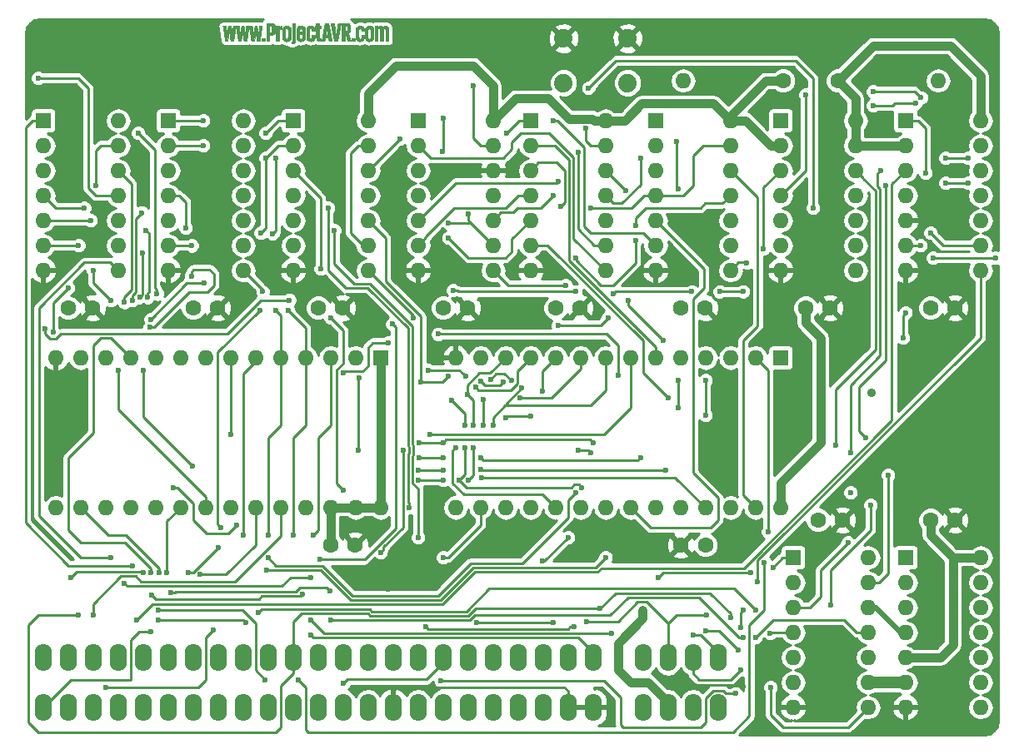
<source format=gtl>
G04 #@! TF.FileFunction,Copper,L1,Top,Signal*
%FSLAX46Y46*%
G04 Gerber Fmt 4.6, Leading zero omitted, Abs format (unit mm)*
G04 Created by KiCad (PCBNEW 4.0.5) date 09/11/17 10:35:41*
%MOMM*%
%LPD*%
G01*
G04 APERTURE LIST*
%ADD10C,0.100000*%
%ADD11C,0.010000*%
%ADD12R,1.600000X1.600000*%
%ADD13O,1.600000X1.600000*%
%ADD14C,1.600000*%
%ADD15O,1.727200X2.800000*%
%ADD16C,1.879600*%
%ADD17C,0.900000*%
%ADD18C,0.600000*%
%ADD19C,0.250000*%
%ADD20C,0.600000*%
%ADD21C,1.200000*%
%ADD22C,0.900000*%
%ADD23C,0.254000*%
G04 APERTURE END LIST*
D10*
D11*
G36*
X111972679Y-66062647D02*
X111972585Y-66229773D01*
X111972243Y-66374373D01*
X111971564Y-66498229D01*
X111970459Y-66603122D01*
X111968838Y-66690830D01*
X111966613Y-66763136D01*
X111963695Y-66821820D01*
X111959993Y-66868662D01*
X111955420Y-66905442D01*
X111949886Y-66933943D01*
X111943302Y-66955943D01*
X111935579Y-66973224D01*
X111926627Y-66987566D01*
X111926358Y-66987942D01*
X111883770Y-67027601D01*
X111821189Y-67057458D01*
X111741301Y-67076457D01*
X111686949Y-67082157D01*
X111583780Y-67088593D01*
X111583780Y-66983579D01*
X111584058Y-66933053D01*
X111585799Y-66902061D01*
X111590365Y-66885831D01*
X111599116Y-66879589D01*
X111613415Y-66878564D01*
X111613735Y-66878564D01*
X111642896Y-66869314D01*
X111656271Y-66855057D01*
X111659220Y-66837072D01*
X111661783Y-66795003D01*
X111663957Y-66729070D01*
X111665736Y-66639493D01*
X111667119Y-66526492D01*
X111668101Y-66390285D01*
X111668679Y-66231092D01*
X111668852Y-66065105D01*
X111668852Y-65298660D01*
X111972679Y-65298660D01*
X111972679Y-66062647D01*
X111972679Y-66062647D01*
G37*
X111972679Y-66062647D02*
X111972585Y-66229773D01*
X111972243Y-66374373D01*
X111971564Y-66498229D01*
X111970459Y-66603122D01*
X111968838Y-66690830D01*
X111966613Y-66763136D01*
X111963695Y-66821820D01*
X111959993Y-66868662D01*
X111955420Y-66905442D01*
X111949886Y-66933943D01*
X111943302Y-66955943D01*
X111935579Y-66973224D01*
X111926627Y-66987566D01*
X111926358Y-66987942D01*
X111883770Y-67027601D01*
X111821189Y-67057458D01*
X111741301Y-67076457D01*
X111686949Y-67082157D01*
X111583780Y-67088593D01*
X111583780Y-66983579D01*
X111584058Y-66933053D01*
X111585799Y-66902061D01*
X111590365Y-66885831D01*
X111599116Y-66879589D01*
X111613415Y-66878564D01*
X111613735Y-66878564D01*
X111642896Y-66869314D01*
X111656271Y-66855057D01*
X111659220Y-66837072D01*
X111661783Y-66795003D01*
X111663957Y-66729070D01*
X111665736Y-66639493D01*
X111667119Y-66526492D01*
X111668101Y-66390285D01*
X111668679Y-66231092D01*
X111668852Y-66065105D01*
X111668852Y-65298660D01*
X111972679Y-65298660D01*
X111972679Y-66062647D01*
G36*
X111215680Y-65288829D02*
X111306181Y-65320091D01*
X111385061Y-65368826D01*
X111449251Y-65433695D01*
X111485042Y-65490409D01*
X111498125Y-65518384D01*
X111508814Y-65547480D01*
X111517313Y-65580335D01*
X111523828Y-65619587D01*
X111528565Y-65667873D01*
X111531729Y-65727832D01*
X111533524Y-65802100D01*
X111534158Y-65893316D01*
X111533834Y-66004116D01*
X111533040Y-66106842D01*
X111531955Y-66221799D01*
X111530869Y-66315181D01*
X111529610Y-66389714D01*
X111528004Y-66448130D01*
X111525878Y-66493156D01*
X111523059Y-66527523D01*
X111519373Y-66553959D01*
X111514648Y-66575193D01*
X111508710Y-66593954D01*
X111501386Y-66612972D01*
X111500821Y-66614374D01*
X111458067Y-66691923D01*
X111398849Y-66758696D01*
X111328395Y-66809450D01*
X111287484Y-66828364D01*
X111218538Y-66847315D01*
X111139050Y-66858579D01*
X111059704Y-66861240D01*
X110991186Y-66854386D01*
X110988828Y-66853902D01*
X110892033Y-66822574D01*
X110811003Y-66772907D01*
X110746243Y-66705481D01*
X110698254Y-66620874D01*
X110667540Y-66519663D01*
X110660396Y-66476152D01*
X110656554Y-66432112D01*
X110653505Y-66368324D01*
X110651250Y-66289334D01*
X110649787Y-66199688D01*
X110649118Y-66103932D01*
X110649241Y-66006612D01*
X110649757Y-65953439D01*
X110953139Y-65953439D01*
X110953515Y-66050020D01*
X110954014Y-66112918D01*
X110955184Y-66224534D01*
X110956442Y-66314417D01*
X110957935Y-66385143D01*
X110959810Y-66439286D01*
X110962215Y-66479420D01*
X110965297Y-66508120D01*
X110969205Y-66527961D01*
X110974085Y-66541516D01*
X110979058Y-66549947D01*
X111020465Y-66589064D01*
X111072344Y-66608855D01*
X111128808Y-66607974D01*
X111169466Y-66593539D01*
X111186353Y-66583811D01*
X111200188Y-66572200D01*
X111211275Y-66556345D01*
X111219917Y-66533886D01*
X111226416Y-66502459D01*
X111231076Y-66459706D01*
X111234200Y-66403264D01*
X111236092Y-66330772D01*
X111237053Y-66239869D01*
X111237389Y-66128194D01*
X111237416Y-66064306D01*
X111237322Y-65949151D01*
X111236962Y-65855745D01*
X111236220Y-65781529D01*
X111234980Y-65723946D01*
X111233124Y-65680438D01*
X111230539Y-65648448D01*
X111227105Y-65625418D01*
X111222709Y-65608790D01*
X111217232Y-65596008D01*
X111216022Y-65593733D01*
X111190212Y-65557738D01*
X111157518Y-65537688D01*
X111110984Y-65530003D01*
X111091443Y-65529569D01*
X111035549Y-65539869D01*
X110993275Y-65569872D01*
X110966087Y-65618227D01*
X110958094Y-65652163D01*
X110956290Y-65677114D01*
X110954864Y-65723043D01*
X110953843Y-65786624D01*
X110953259Y-65864531D01*
X110953139Y-65953439D01*
X110649757Y-65953439D01*
X110650158Y-65912272D01*
X110651868Y-65825460D01*
X110654370Y-65750720D01*
X110657666Y-65692598D01*
X110660396Y-65664613D01*
X110683720Y-65556473D01*
X110723443Y-65466226D01*
X110779829Y-65393587D01*
X110853138Y-65338274D01*
X110943634Y-65300002D01*
X111012088Y-65284079D01*
X111116627Y-65276379D01*
X111215680Y-65288829D01*
X111215680Y-65288829D01*
G37*
X111215680Y-65288829D02*
X111306181Y-65320091D01*
X111385061Y-65368826D01*
X111449251Y-65433695D01*
X111485042Y-65490409D01*
X111498125Y-65518384D01*
X111508814Y-65547480D01*
X111517313Y-65580335D01*
X111523828Y-65619587D01*
X111528565Y-65667873D01*
X111531729Y-65727832D01*
X111533524Y-65802100D01*
X111534158Y-65893316D01*
X111533834Y-66004116D01*
X111533040Y-66106842D01*
X111531955Y-66221799D01*
X111530869Y-66315181D01*
X111529610Y-66389714D01*
X111528004Y-66448130D01*
X111525878Y-66493156D01*
X111523059Y-66527523D01*
X111519373Y-66553959D01*
X111514648Y-66575193D01*
X111508710Y-66593954D01*
X111501386Y-66612972D01*
X111500821Y-66614374D01*
X111458067Y-66691923D01*
X111398849Y-66758696D01*
X111328395Y-66809450D01*
X111287484Y-66828364D01*
X111218538Y-66847315D01*
X111139050Y-66858579D01*
X111059704Y-66861240D01*
X110991186Y-66854386D01*
X110988828Y-66853902D01*
X110892033Y-66822574D01*
X110811003Y-66772907D01*
X110746243Y-66705481D01*
X110698254Y-66620874D01*
X110667540Y-66519663D01*
X110660396Y-66476152D01*
X110656554Y-66432112D01*
X110653505Y-66368324D01*
X110651250Y-66289334D01*
X110649787Y-66199688D01*
X110649118Y-66103932D01*
X110649241Y-66006612D01*
X110649757Y-65953439D01*
X110953139Y-65953439D01*
X110953515Y-66050020D01*
X110954014Y-66112918D01*
X110955184Y-66224534D01*
X110956442Y-66314417D01*
X110957935Y-66385143D01*
X110959810Y-66439286D01*
X110962215Y-66479420D01*
X110965297Y-66508120D01*
X110969205Y-66527961D01*
X110974085Y-66541516D01*
X110979058Y-66549947D01*
X111020465Y-66589064D01*
X111072344Y-66608855D01*
X111128808Y-66607974D01*
X111169466Y-66593539D01*
X111186353Y-66583811D01*
X111200188Y-66572200D01*
X111211275Y-66556345D01*
X111219917Y-66533886D01*
X111226416Y-66502459D01*
X111231076Y-66459706D01*
X111234200Y-66403264D01*
X111236092Y-66330772D01*
X111237053Y-66239869D01*
X111237389Y-66128194D01*
X111237416Y-66064306D01*
X111237322Y-65949151D01*
X111236962Y-65855745D01*
X111236220Y-65781529D01*
X111234980Y-65723946D01*
X111233124Y-65680438D01*
X111230539Y-65648448D01*
X111227105Y-65625418D01*
X111222709Y-65608790D01*
X111217232Y-65596008D01*
X111216022Y-65593733D01*
X111190212Y-65557738D01*
X111157518Y-65537688D01*
X111110984Y-65530003D01*
X111091443Y-65529569D01*
X111035549Y-65539869D01*
X110993275Y-65569872D01*
X110966087Y-65618227D01*
X110958094Y-65652163D01*
X110956290Y-65677114D01*
X110954864Y-65723043D01*
X110953843Y-65786624D01*
X110953259Y-65864531D01*
X110953139Y-65953439D01*
X110649757Y-65953439D01*
X110650158Y-65912272D01*
X110651868Y-65825460D01*
X110654370Y-65750720D01*
X110657666Y-65692598D01*
X110660396Y-65664613D01*
X110683720Y-65556473D01*
X110723443Y-65466226D01*
X110779829Y-65393587D01*
X110853138Y-65338274D01*
X110943634Y-65300002D01*
X111012088Y-65284079D01*
X111116627Y-65276379D01*
X111215680Y-65288829D01*
G36*
X112658373Y-65289377D02*
X112745349Y-65317041D01*
X112819956Y-65359021D01*
X112877911Y-65413890D01*
X112884456Y-65422525D01*
X112907920Y-65457805D01*
X112926213Y-65493566D01*
X112940056Y-65533563D01*
X112950171Y-65581550D01*
X112957276Y-65641282D01*
X112962094Y-65716513D01*
X112965344Y-65810999D01*
X112966229Y-65848588D01*
X112971690Y-66100765D01*
X112398038Y-66100765D01*
X112398057Y-66298253D01*
X112399101Y-66388025D01*
X112402757Y-66456877D01*
X112409838Y-66508129D01*
X112421159Y-66545099D01*
X112437531Y-66571107D01*
X112459771Y-66589473D01*
X112470957Y-66595656D01*
X112521111Y-66609997D01*
X112573151Y-66607436D01*
X112620029Y-66589841D01*
X112654697Y-66559084D01*
X112663040Y-66544693D01*
X112669552Y-66517634D01*
X112674394Y-66471546D01*
X112677122Y-66411679D01*
X112677560Y-66373638D01*
X112677560Y-66234449D01*
X112969234Y-66234449D01*
X112969023Y-66352942D01*
X112965164Y-66444917D01*
X112954605Y-66531797D01*
X112938382Y-66607506D01*
X112917530Y-66665967D01*
X112914753Y-66671560D01*
X112872525Y-66731128D01*
X112813878Y-66783894D01*
X112746700Y-66823051D01*
X112732520Y-66828807D01*
X112653768Y-66849918D01*
X112565318Y-66860211D01*
X112478283Y-66858915D01*
X112422344Y-66850284D01*
X112325486Y-66816361D01*
X112243993Y-66763818D01*
X112178661Y-66693333D01*
X112130288Y-66605581D01*
X112128360Y-66600830D01*
X112120964Y-66581368D01*
X112114990Y-66561981D01*
X112110254Y-66539849D01*
X112106572Y-66512149D01*
X112103759Y-66476058D01*
X112101629Y-66428754D01*
X112100000Y-66367414D01*
X112098685Y-66289218D01*
X112097501Y-66191341D01*
X112096727Y-66117194D01*
X112095888Y-65990838D01*
X112096054Y-65880076D01*
X112097194Y-65786706D01*
X112097947Y-65759875D01*
X112398038Y-65759875D01*
X112398038Y-65882009D01*
X112677560Y-65882009D01*
X112677560Y-65766164D01*
X112673617Y-65680525D01*
X112661031Y-65616079D01*
X112638664Y-65570902D01*
X112605380Y-65543067D01*
X112560041Y-65530650D01*
X112537799Y-65529569D01*
X112486880Y-65535854D01*
X112448780Y-65556102D01*
X112422230Y-65592405D01*
X112405960Y-65646852D01*
X112398704Y-65721535D01*
X112398038Y-65759875D01*
X112097947Y-65759875D01*
X112099276Y-65712528D01*
X112102267Y-65659343D01*
X112105430Y-65632355D01*
X112134404Y-65528591D01*
X112179722Y-65442806D01*
X112241533Y-65374855D01*
X112319989Y-65324592D01*
X112415240Y-65291868D01*
X112464465Y-65282705D01*
X112563317Y-65277456D01*
X112658373Y-65289377D01*
X112658373Y-65289377D01*
G37*
X112658373Y-65289377D02*
X112745349Y-65317041D01*
X112819956Y-65359021D01*
X112877911Y-65413890D01*
X112884456Y-65422525D01*
X112907920Y-65457805D01*
X112926213Y-65493566D01*
X112940056Y-65533563D01*
X112950171Y-65581550D01*
X112957276Y-65641282D01*
X112962094Y-65716513D01*
X112965344Y-65810999D01*
X112966229Y-65848588D01*
X112971690Y-66100765D01*
X112398038Y-66100765D01*
X112398057Y-66298253D01*
X112399101Y-66388025D01*
X112402757Y-66456877D01*
X112409838Y-66508129D01*
X112421159Y-66545099D01*
X112437531Y-66571107D01*
X112459771Y-66589473D01*
X112470957Y-66595656D01*
X112521111Y-66609997D01*
X112573151Y-66607436D01*
X112620029Y-66589841D01*
X112654697Y-66559084D01*
X112663040Y-66544693D01*
X112669552Y-66517634D01*
X112674394Y-66471546D01*
X112677122Y-66411679D01*
X112677560Y-66373638D01*
X112677560Y-66234449D01*
X112969234Y-66234449D01*
X112969023Y-66352942D01*
X112965164Y-66444917D01*
X112954605Y-66531797D01*
X112938382Y-66607506D01*
X112917530Y-66665967D01*
X112914753Y-66671560D01*
X112872525Y-66731128D01*
X112813878Y-66783894D01*
X112746700Y-66823051D01*
X112732520Y-66828807D01*
X112653768Y-66849918D01*
X112565318Y-66860211D01*
X112478283Y-66858915D01*
X112422344Y-66850284D01*
X112325486Y-66816361D01*
X112243993Y-66763818D01*
X112178661Y-66693333D01*
X112130288Y-66605581D01*
X112128360Y-66600830D01*
X112120964Y-66581368D01*
X112114990Y-66561981D01*
X112110254Y-66539849D01*
X112106572Y-66512149D01*
X112103759Y-66476058D01*
X112101629Y-66428754D01*
X112100000Y-66367414D01*
X112098685Y-66289218D01*
X112097501Y-66191341D01*
X112096727Y-66117194D01*
X112095888Y-65990838D01*
X112096054Y-65880076D01*
X112097194Y-65786706D01*
X112097947Y-65759875D01*
X112398038Y-65759875D01*
X112398038Y-65882009D01*
X112677560Y-65882009D01*
X112677560Y-65766164D01*
X112673617Y-65680525D01*
X112661031Y-65616079D01*
X112638664Y-65570902D01*
X112605380Y-65543067D01*
X112560041Y-65530650D01*
X112537799Y-65529569D01*
X112486880Y-65535854D01*
X112448780Y-65556102D01*
X112422230Y-65592405D01*
X112405960Y-65646852D01*
X112398704Y-65721535D01*
X112398038Y-65759875D01*
X112097947Y-65759875D01*
X112099276Y-65712528D01*
X112102267Y-65659343D01*
X112105430Y-65632355D01*
X112134404Y-65528591D01*
X112179722Y-65442806D01*
X112241533Y-65374855D01*
X112319989Y-65324592D01*
X112415240Y-65291868D01*
X112464465Y-65282705D01*
X112563317Y-65277456D01*
X112658373Y-65289377D01*
G36*
X113635481Y-65284721D02*
X113725138Y-65309950D01*
X113802947Y-65351257D01*
X113844883Y-65386227D01*
X113888233Y-65438929D01*
X113919132Y-65499865D01*
X113939133Y-65573553D01*
X113949784Y-65664510D01*
X113951420Y-65696674D01*
X113956695Y-65833397D01*
X113664239Y-65833397D01*
X113660062Y-65710795D01*
X113657779Y-65654676D01*
X113654584Y-65617306D01*
X113649080Y-65593129D01*
X113639866Y-65576593D01*
X113625543Y-65562143D01*
X113621786Y-65558881D01*
X113578875Y-65535690D01*
X113529197Y-65529207D01*
X113479711Y-65538114D01*
X113437374Y-65561092D01*
X113409143Y-65596820D01*
X113408023Y-65599405D01*
X113403976Y-65617588D01*
X113400824Y-65651367D01*
X113398535Y-65702226D01*
X113397076Y-65771647D01*
X113396413Y-65861111D01*
X113396514Y-65972103D01*
X113397196Y-66087111D01*
X113400670Y-66540294D01*
X113440359Y-66575745D01*
X113490076Y-66605553D01*
X113543929Y-66612844D01*
X113596900Y-66597617D01*
X113628349Y-66575763D01*
X113668038Y-66540330D01*
X113672068Y-66387390D01*
X113676097Y-66234449D01*
X113953636Y-66234449D01*
X113953636Y-66379007D01*
X113950628Y-66480021D01*
X113940709Y-66561741D01*
X113922538Y-66628530D01*
X113894776Y-66684752D01*
X113856080Y-66734771D01*
X113838931Y-66752378D01*
X113774825Y-66804699D01*
X113715540Y-66834204D01*
X113629311Y-66853669D01*
X113533805Y-66860585D01*
X113440880Y-66854414D01*
X113407404Y-66848232D01*
X113314402Y-66815637D01*
X113235659Y-66763509D01*
X113171952Y-66692536D01*
X113124060Y-66603411D01*
X113119957Y-66592966D01*
X113114029Y-66575831D01*
X113109204Y-66556977D01*
X113105370Y-66533836D01*
X113102415Y-66503836D01*
X113100227Y-66464407D01*
X113098692Y-66412980D01*
X113097698Y-66346985D01*
X113097134Y-66263851D01*
X113096887Y-66161008D01*
X113096842Y-66064306D01*
X113096875Y-65945266D01*
X113097065Y-65847925D01*
X113097550Y-65769676D01*
X113098467Y-65707910D01*
X113099951Y-65660020D01*
X113102142Y-65623400D01*
X113105175Y-65595440D01*
X113109187Y-65573535D01*
X113114317Y-65555076D01*
X113120699Y-65537456D01*
X113125112Y-65526391D01*
X113168364Y-65448060D01*
X113228322Y-65380940D01*
X113299904Y-65330113D01*
X113339561Y-65311985D01*
X113438277Y-65285090D01*
X113538389Y-65276218D01*
X113635481Y-65284721D01*
X113635481Y-65284721D01*
G37*
X113635481Y-65284721D02*
X113725138Y-65309950D01*
X113802947Y-65351257D01*
X113844883Y-65386227D01*
X113888233Y-65438929D01*
X113919132Y-65499865D01*
X113939133Y-65573553D01*
X113949784Y-65664510D01*
X113951420Y-65696674D01*
X113956695Y-65833397D01*
X113664239Y-65833397D01*
X113660062Y-65710795D01*
X113657779Y-65654676D01*
X113654584Y-65617306D01*
X113649080Y-65593129D01*
X113639866Y-65576593D01*
X113625543Y-65562143D01*
X113621786Y-65558881D01*
X113578875Y-65535690D01*
X113529197Y-65529207D01*
X113479711Y-65538114D01*
X113437374Y-65561092D01*
X113409143Y-65596820D01*
X113408023Y-65599405D01*
X113403976Y-65617588D01*
X113400824Y-65651367D01*
X113398535Y-65702226D01*
X113397076Y-65771647D01*
X113396413Y-65861111D01*
X113396514Y-65972103D01*
X113397196Y-66087111D01*
X113400670Y-66540294D01*
X113440359Y-66575745D01*
X113490076Y-66605553D01*
X113543929Y-66612844D01*
X113596900Y-66597617D01*
X113628349Y-66575763D01*
X113668038Y-66540330D01*
X113672068Y-66387390D01*
X113676097Y-66234449D01*
X113953636Y-66234449D01*
X113953636Y-66379007D01*
X113950628Y-66480021D01*
X113940709Y-66561741D01*
X113922538Y-66628530D01*
X113894776Y-66684752D01*
X113856080Y-66734771D01*
X113838931Y-66752378D01*
X113774825Y-66804699D01*
X113715540Y-66834204D01*
X113629311Y-66853669D01*
X113533805Y-66860585D01*
X113440880Y-66854414D01*
X113407404Y-66848232D01*
X113314402Y-66815637D01*
X113235659Y-66763509D01*
X113171952Y-66692536D01*
X113124060Y-66603411D01*
X113119957Y-66592966D01*
X113114029Y-66575831D01*
X113109204Y-66556977D01*
X113105370Y-66533836D01*
X113102415Y-66503836D01*
X113100227Y-66464407D01*
X113098692Y-66412980D01*
X113097698Y-66346985D01*
X113097134Y-66263851D01*
X113096887Y-66161008D01*
X113096842Y-66064306D01*
X113096875Y-65945266D01*
X113097065Y-65847925D01*
X113097550Y-65769676D01*
X113098467Y-65707910D01*
X113099951Y-65660020D01*
X113102142Y-65623400D01*
X113105175Y-65595440D01*
X113109187Y-65573535D01*
X113114317Y-65555076D01*
X113120699Y-65537456D01*
X113125112Y-65526391D01*
X113168364Y-65448060D01*
X113228322Y-65380940D01*
X113299904Y-65330113D01*
X113339561Y-65311985D01*
X113438277Y-65285090D01*
X113538389Y-65276218D01*
X113635481Y-65284721D01*
G36*
X118653136Y-65284993D02*
X118746671Y-65309858D01*
X118822994Y-65348739D01*
X118883168Y-65403023D01*
X118928258Y-65474095D01*
X118959328Y-65563340D01*
X118977443Y-65672143D01*
X118980675Y-65711279D01*
X118988677Y-65833397D01*
X118693349Y-65833397D01*
X118693281Y-65751363D01*
X118688846Y-65671039D01*
X118675225Y-65611071D01*
X118651724Y-65569041D01*
X118636603Y-65554428D01*
X118596455Y-65535653D01*
X118547250Y-65529818D01*
X118500091Y-65537333D01*
X118477228Y-65548537D01*
X118461147Y-65560550D01*
X118448043Y-65573485D01*
X118437610Y-65589816D01*
X118429545Y-65612017D01*
X118423544Y-65642560D01*
X118419302Y-65683920D01*
X118416515Y-65738570D01*
X118414879Y-65808983D01*
X118414089Y-65897634D01*
X118413843Y-66006995D01*
X118413828Y-66064093D01*
X118413971Y-66185735D01*
X118414594Y-66285502D01*
X118415983Y-66365828D01*
X118418424Y-66429142D01*
X118422205Y-66477877D01*
X118427611Y-66514463D01*
X118434930Y-66541333D01*
X118444449Y-66560918D01*
X118456454Y-66575650D01*
X118471232Y-66587959D01*
X118476013Y-66591378D01*
X118515619Y-66606918D01*
X118565375Y-66610139D01*
X118614372Y-66600867D01*
X118630821Y-66593878D01*
X118655669Y-66576843D01*
X118673194Y-66552943D01*
X118684535Y-66518164D01*
X118690832Y-66468494D01*
X118693223Y-66399920D01*
X118693349Y-66373638D01*
X118693349Y-66234449D01*
X118985024Y-66234449D01*
X118984783Y-66328636D01*
X118978233Y-66459458D01*
X118959025Y-66570155D01*
X118926741Y-66661603D01*
X118880964Y-66734675D01*
X118821276Y-66790247D01*
X118747258Y-66829194D01*
X118745344Y-66829916D01*
X118669024Y-66850193D01*
X118582228Y-66860162D01*
X118496301Y-66859072D01*
X118438134Y-66850284D01*
X118341275Y-66816361D01*
X118259782Y-66763818D01*
X118194451Y-66693333D01*
X118146077Y-66605581D01*
X118144149Y-66600830D01*
X118136753Y-66581368D01*
X118130780Y-66561981D01*
X118126044Y-66539849D01*
X118122362Y-66512149D01*
X118119548Y-66476058D01*
X118117419Y-66428754D01*
X118115789Y-66367414D01*
X118114474Y-66289218D01*
X118113290Y-66191341D01*
X118112517Y-66117194D01*
X118111486Y-65990833D01*
X118111344Y-65885971D01*
X118112319Y-65799811D01*
X118114639Y-65729556D01*
X118118533Y-65672407D01*
X118124229Y-65625568D01*
X118131955Y-65586239D01*
X118141939Y-65551625D01*
X118154411Y-65518927D01*
X118162907Y-65499663D01*
X118210687Y-65423331D01*
X118275931Y-65361517D01*
X118355722Y-65315499D01*
X118447140Y-65286555D01*
X118547266Y-65275963D01*
X118653136Y-65284993D01*
X118653136Y-65284993D01*
G37*
X118653136Y-65284993D02*
X118746671Y-65309858D01*
X118822994Y-65348739D01*
X118883168Y-65403023D01*
X118928258Y-65474095D01*
X118959328Y-65563340D01*
X118977443Y-65672143D01*
X118980675Y-65711279D01*
X118988677Y-65833397D01*
X118693349Y-65833397D01*
X118693281Y-65751363D01*
X118688846Y-65671039D01*
X118675225Y-65611071D01*
X118651724Y-65569041D01*
X118636603Y-65554428D01*
X118596455Y-65535653D01*
X118547250Y-65529818D01*
X118500091Y-65537333D01*
X118477228Y-65548537D01*
X118461147Y-65560550D01*
X118448043Y-65573485D01*
X118437610Y-65589816D01*
X118429545Y-65612017D01*
X118423544Y-65642560D01*
X118419302Y-65683920D01*
X118416515Y-65738570D01*
X118414879Y-65808983D01*
X118414089Y-65897634D01*
X118413843Y-66006995D01*
X118413828Y-66064093D01*
X118413971Y-66185735D01*
X118414594Y-66285502D01*
X118415983Y-66365828D01*
X118418424Y-66429142D01*
X118422205Y-66477877D01*
X118427611Y-66514463D01*
X118434930Y-66541333D01*
X118444449Y-66560918D01*
X118456454Y-66575650D01*
X118471232Y-66587959D01*
X118476013Y-66591378D01*
X118515619Y-66606918D01*
X118565375Y-66610139D01*
X118614372Y-66600867D01*
X118630821Y-66593878D01*
X118655669Y-66576843D01*
X118673194Y-66552943D01*
X118684535Y-66518164D01*
X118690832Y-66468494D01*
X118693223Y-66399920D01*
X118693349Y-66373638D01*
X118693349Y-66234449D01*
X118985024Y-66234449D01*
X118984783Y-66328636D01*
X118978233Y-66459458D01*
X118959025Y-66570155D01*
X118926741Y-66661603D01*
X118880964Y-66734675D01*
X118821276Y-66790247D01*
X118747258Y-66829194D01*
X118745344Y-66829916D01*
X118669024Y-66850193D01*
X118582228Y-66860162D01*
X118496301Y-66859072D01*
X118438134Y-66850284D01*
X118341275Y-66816361D01*
X118259782Y-66763818D01*
X118194451Y-66693333D01*
X118146077Y-66605581D01*
X118144149Y-66600830D01*
X118136753Y-66581368D01*
X118130780Y-66561981D01*
X118126044Y-66539849D01*
X118122362Y-66512149D01*
X118119548Y-66476058D01*
X118117419Y-66428754D01*
X118115789Y-66367414D01*
X118114474Y-66289218D01*
X118113290Y-66191341D01*
X118112517Y-66117194D01*
X118111486Y-65990833D01*
X118111344Y-65885971D01*
X118112319Y-65799811D01*
X118114639Y-65729556D01*
X118118533Y-65672407D01*
X118124229Y-65625568D01*
X118131955Y-65586239D01*
X118141939Y-65551625D01*
X118154411Y-65518927D01*
X118162907Y-65499663D01*
X118210687Y-65423331D01*
X118275931Y-65361517D01*
X118355722Y-65315499D01*
X118447140Y-65286555D01*
X118547266Y-65275963D01*
X118653136Y-65284993D01*
G36*
X119574087Y-65285353D02*
X119647885Y-65299095D01*
X119710687Y-65324648D01*
X119768485Y-65363958D01*
X119787372Y-65380182D01*
X119822124Y-65413482D01*
X119850916Y-65446943D01*
X119874298Y-65483173D01*
X119892818Y-65524775D01*
X119907023Y-65574356D01*
X119917462Y-65634520D01*
X119924682Y-65707875D01*
X119929232Y-65797024D01*
X119931659Y-65904574D01*
X119932513Y-66033130D01*
X119932544Y-66070383D01*
X119932113Y-66201233D01*
X119930498Y-66310488D01*
X119927220Y-66400850D01*
X119921799Y-66475019D01*
X119913755Y-66535697D01*
X119902608Y-66585583D01*
X119887877Y-66627381D01*
X119869084Y-66663790D01*
X119845748Y-66697512D01*
X119817390Y-66731249D01*
X119814557Y-66734397D01*
X119746562Y-66791855D01*
X119661911Y-66833187D01*
X119586920Y-66853171D01*
X119522408Y-66862795D01*
X119468333Y-66864182D01*
X119412179Y-66857089D01*
X119373923Y-66849039D01*
X119313379Y-66833384D01*
X119268364Y-66816219D01*
X119230259Y-66793256D01*
X119190445Y-66760207D01*
X119184556Y-66754819D01*
X119121131Y-66680354D01*
X119077196Y-66591647D01*
X119059454Y-66528564D01*
X119055447Y-66496556D01*
X119052124Y-66444072D01*
X119049484Y-66374932D01*
X119047528Y-66292953D01*
X119046257Y-66201955D01*
X119045668Y-66105755D01*
X119045764Y-66008173D01*
X119046543Y-65913028D01*
X119047025Y-65883672D01*
X119351149Y-65883672D01*
X119351547Y-65992316D01*
X119352227Y-66089322D01*
X119355694Y-66540294D01*
X119395383Y-66575745D01*
X119440836Y-66602473D01*
X119493028Y-66612047D01*
X119543412Y-66603688D01*
X119566953Y-66591378D01*
X119582674Y-66579218D01*
X119595504Y-66565290D01*
X119605734Y-66547145D01*
X119613658Y-66522331D01*
X119619567Y-66488398D01*
X119623755Y-66442898D01*
X119626513Y-66383379D01*
X119628133Y-66307390D01*
X119628910Y-66212484D01*
X119629134Y-66096207D01*
X119629139Y-66070383D01*
X119628989Y-65949575D01*
X119628345Y-65850623D01*
X119626915Y-65771076D01*
X119624406Y-65708484D01*
X119620526Y-65660397D01*
X119614981Y-65624364D01*
X119607481Y-65597936D01*
X119597731Y-65578662D01*
X119585440Y-65564092D01*
X119570316Y-65551776D01*
X119566953Y-65549387D01*
X119528317Y-65534150D01*
X119479258Y-65530291D01*
X119431062Y-65538261D01*
X119417617Y-65543406D01*
X119400711Y-65552047D01*
X119386826Y-65562631D01*
X119375687Y-65577451D01*
X119367020Y-65598799D01*
X119360550Y-65628967D01*
X119356002Y-65670246D01*
X119353103Y-65724929D01*
X119351577Y-65795307D01*
X119351149Y-65883672D01*
X119047025Y-65883672D01*
X119048005Y-65824137D01*
X119050151Y-65745320D01*
X119052981Y-65680395D01*
X119056493Y-65633180D01*
X119059466Y-65612201D01*
X119091048Y-65512868D01*
X119139736Y-65429364D01*
X119204491Y-65363008D01*
X119284276Y-65315116D01*
X119298319Y-65309273D01*
X119342772Y-65294540D01*
X119389280Y-65285902D01*
X119446624Y-65282037D01*
X119483301Y-65281478D01*
X119574087Y-65285353D01*
X119574087Y-65285353D01*
G37*
X119574087Y-65285353D02*
X119647885Y-65299095D01*
X119710687Y-65324648D01*
X119768485Y-65363958D01*
X119787372Y-65380182D01*
X119822124Y-65413482D01*
X119850916Y-65446943D01*
X119874298Y-65483173D01*
X119892818Y-65524775D01*
X119907023Y-65574356D01*
X119917462Y-65634520D01*
X119924682Y-65707875D01*
X119929232Y-65797024D01*
X119931659Y-65904574D01*
X119932513Y-66033130D01*
X119932544Y-66070383D01*
X119932113Y-66201233D01*
X119930498Y-66310488D01*
X119927220Y-66400850D01*
X119921799Y-66475019D01*
X119913755Y-66535697D01*
X119902608Y-66585583D01*
X119887877Y-66627381D01*
X119869084Y-66663790D01*
X119845748Y-66697512D01*
X119817390Y-66731249D01*
X119814557Y-66734397D01*
X119746562Y-66791855D01*
X119661911Y-66833187D01*
X119586920Y-66853171D01*
X119522408Y-66862795D01*
X119468333Y-66864182D01*
X119412179Y-66857089D01*
X119373923Y-66849039D01*
X119313379Y-66833384D01*
X119268364Y-66816219D01*
X119230259Y-66793256D01*
X119190445Y-66760207D01*
X119184556Y-66754819D01*
X119121131Y-66680354D01*
X119077196Y-66591647D01*
X119059454Y-66528564D01*
X119055447Y-66496556D01*
X119052124Y-66444072D01*
X119049484Y-66374932D01*
X119047528Y-66292953D01*
X119046257Y-66201955D01*
X119045668Y-66105755D01*
X119045764Y-66008173D01*
X119046543Y-65913028D01*
X119047025Y-65883672D01*
X119351149Y-65883672D01*
X119351547Y-65992316D01*
X119352227Y-66089322D01*
X119355694Y-66540294D01*
X119395383Y-66575745D01*
X119440836Y-66602473D01*
X119493028Y-66612047D01*
X119543412Y-66603688D01*
X119566953Y-66591378D01*
X119582674Y-66579218D01*
X119595504Y-66565290D01*
X119605734Y-66547145D01*
X119613658Y-66522331D01*
X119619567Y-66488398D01*
X119623755Y-66442898D01*
X119626513Y-66383379D01*
X119628133Y-66307390D01*
X119628910Y-66212484D01*
X119629134Y-66096207D01*
X119629139Y-66070383D01*
X119628989Y-65949575D01*
X119628345Y-65850623D01*
X119626915Y-65771076D01*
X119624406Y-65708484D01*
X119620526Y-65660397D01*
X119614981Y-65624364D01*
X119607481Y-65597936D01*
X119597731Y-65578662D01*
X119585440Y-65564092D01*
X119570316Y-65551776D01*
X119566953Y-65549387D01*
X119528317Y-65534150D01*
X119479258Y-65530291D01*
X119431062Y-65538261D01*
X119417617Y-65543406D01*
X119400711Y-65552047D01*
X119386826Y-65562631D01*
X119375687Y-65577451D01*
X119367020Y-65598799D01*
X119360550Y-65628967D01*
X119356002Y-65670246D01*
X119353103Y-65724929D01*
X119351577Y-65795307D01*
X119351149Y-65883672D01*
X119047025Y-65883672D01*
X119048005Y-65824137D01*
X119050151Y-65745320D01*
X119052981Y-65680395D01*
X119056493Y-65633180D01*
X119059466Y-65612201D01*
X119091048Y-65512868D01*
X119139736Y-65429364D01*
X119204491Y-65363008D01*
X119284276Y-65315116D01*
X119298319Y-65309273D01*
X119342772Y-65294540D01*
X119389280Y-65285902D01*
X119446624Y-65282037D01*
X119483301Y-65281478D01*
X119574087Y-65285353D01*
G36*
X104833592Y-65298849D02*
X104876087Y-65299902D01*
X104902591Y-65302544D01*
X104917260Y-65307503D01*
X104924253Y-65315503D01*
X104927440Y-65326005D01*
X104930160Y-65344159D01*
X104935118Y-65383533D01*
X104941974Y-65441176D01*
X104950387Y-65514140D01*
X104960015Y-65599475D01*
X104970520Y-65694231D01*
X104980177Y-65782695D01*
X104993179Y-65899718D01*
X105004729Y-65997663D01*
X105014696Y-66075585D01*
X105022950Y-66132542D01*
X105029358Y-66167591D01*
X105033790Y-66179788D01*
X105035081Y-66177671D01*
X105038980Y-66157879D01*
X105046293Y-66117107D01*
X105056506Y-66058363D01*
X105069103Y-65984654D01*
X105083571Y-65898987D01*
X105099395Y-65804371D01*
X105113226Y-65720981D01*
X105183004Y-65298660D01*
X105406086Y-65298660D01*
X105475865Y-65720981D01*
X105492431Y-65820783D01*
X105508077Y-65914164D01*
X105522287Y-65998112D01*
X105534545Y-66069614D01*
X105544334Y-66125657D01*
X105551141Y-66163229D01*
X105554157Y-66178238D01*
X105557716Y-66176682D01*
X105563245Y-66151638D01*
X105570642Y-66103833D01*
X105579810Y-66033998D01*
X105590648Y-65942861D01*
X105603058Y-65831151D01*
X105608830Y-65777185D01*
X105619629Y-65676127D01*
X105629858Y-65582180D01*
X105639190Y-65498218D01*
X105647297Y-65427113D01*
X105653854Y-65371738D01*
X105658531Y-65334965D01*
X105660922Y-65319928D01*
X105666292Y-65310486D01*
X105678979Y-65304297D01*
X105703288Y-65300703D01*
X105743526Y-65299044D01*
X105799950Y-65298660D01*
X105858118Y-65298831D01*
X105896019Y-65299923D01*
X105917695Y-65302808D01*
X105927183Y-65308355D01*
X105928526Y-65317435D01*
X105926862Y-65326005D01*
X105924155Y-65341953D01*
X105918304Y-65379194D01*
X105909685Y-65435213D01*
X105898674Y-65507496D01*
X105885645Y-65593529D01*
X105870974Y-65690798D01*
X105855037Y-65796789D01*
X105838208Y-65908987D01*
X105820865Y-66024878D01*
X105803381Y-66141949D01*
X105786132Y-66257684D01*
X105769495Y-66369571D01*
X105753844Y-66475094D01*
X105739554Y-66571740D01*
X105727002Y-66656994D01*
X105716563Y-66728342D01*
X105708612Y-66783270D01*
X105703524Y-66819265D01*
X105701676Y-66833811D01*
X105701674Y-66833886D01*
X105690330Y-66837153D01*
X105659530Y-66839805D01*
X105614122Y-66841550D01*
X105564813Y-66842105D01*
X105427951Y-66842105D01*
X105386897Y-66571698D01*
X105372422Y-66476931D01*
X105356697Y-66374958D01*
X105340926Y-66273517D01*
X105326312Y-66180349D01*
X105314059Y-66103194D01*
X105313670Y-66100765D01*
X105281496Y-65900239D01*
X105124882Y-66842105D01*
X104987919Y-66842105D01*
X104925174Y-66841406D01*
X104883565Y-66839068D01*
X104859952Y-66834728D01*
X104851200Y-66828025D01*
X104850957Y-66826302D01*
X104849197Y-66812301D01*
X104844172Y-66776794D01*
X104836260Y-66722305D01*
X104825839Y-66651360D01*
X104813289Y-66566485D01*
X104798989Y-66470203D01*
X104783318Y-66365041D01*
X104766654Y-66253523D01*
X104749376Y-66138175D01*
X104731864Y-66021521D01*
X104714497Y-65906087D01*
X104697652Y-65794397D01*
X104681710Y-65688978D01*
X104667048Y-65592353D01*
X104654047Y-65507049D01*
X104643085Y-65435590D01*
X104634540Y-65380501D01*
X104628792Y-65344307D01*
X104626730Y-65332081D01*
X104620655Y-65298660D01*
X104770948Y-65298660D01*
X104833592Y-65298849D01*
X104833592Y-65298849D01*
G37*
X104833592Y-65298849D02*
X104876087Y-65299902D01*
X104902591Y-65302544D01*
X104917260Y-65307503D01*
X104924253Y-65315503D01*
X104927440Y-65326005D01*
X104930160Y-65344159D01*
X104935118Y-65383533D01*
X104941974Y-65441176D01*
X104950387Y-65514140D01*
X104960015Y-65599475D01*
X104970520Y-65694231D01*
X104980177Y-65782695D01*
X104993179Y-65899718D01*
X105004729Y-65997663D01*
X105014696Y-66075585D01*
X105022950Y-66132542D01*
X105029358Y-66167591D01*
X105033790Y-66179788D01*
X105035081Y-66177671D01*
X105038980Y-66157879D01*
X105046293Y-66117107D01*
X105056506Y-66058363D01*
X105069103Y-65984654D01*
X105083571Y-65898987D01*
X105099395Y-65804371D01*
X105113226Y-65720981D01*
X105183004Y-65298660D01*
X105406086Y-65298660D01*
X105475865Y-65720981D01*
X105492431Y-65820783D01*
X105508077Y-65914164D01*
X105522287Y-65998112D01*
X105534545Y-66069614D01*
X105544334Y-66125657D01*
X105551141Y-66163229D01*
X105554157Y-66178238D01*
X105557716Y-66176682D01*
X105563245Y-66151638D01*
X105570642Y-66103833D01*
X105579810Y-66033998D01*
X105590648Y-65942861D01*
X105603058Y-65831151D01*
X105608830Y-65777185D01*
X105619629Y-65676127D01*
X105629858Y-65582180D01*
X105639190Y-65498218D01*
X105647297Y-65427113D01*
X105653854Y-65371738D01*
X105658531Y-65334965D01*
X105660922Y-65319928D01*
X105666292Y-65310486D01*
X105678979Y-65304297D01*
X105703288Y-65300703D01*
X105743526Y-65299044D01*
X105799950Y-65298660D01*
X105858118Y-65298831D01*
X105896019Y-65299923D01*
X105917695Y-65302808D01*
X105927183Y-65308355D01*
X105928526Y-65317435D01*
X105926862Y-65326005D01*
X105924155Y-65341953D01*
X105918304Y-65379194D01*
X105909685Y-65435213D01*
X105898674Y-65507496D01*
X105885645Y-65593529D01*
X105870974Y-65690798D01*
X105855037Y-65796789D01*
X105838208Y-65908987D01*
X105820865Y-66024878D01*
X105803381Y-66141949D01*
X105786132Y-66257684D01*
X105769495Y-66369571D01*
X105753844Y-66475094D01*
X105739554Y-66571740D01*
X105727002Y-66656994D01*
X105716563Y-66728342D01*
X105708612Y-66783270D01*
X105703524Y-66819265D01*
X105701676Y-66833811D01*
X105701674Y-66833886D01*
X105690330Y-66837153D01*
X105659530Y-66839805D01*
X105614122Y-66841550D01*
X105564813Y-66842105D01*
X105427951Y-66842105D01*
X105386897Y-66571698D01*
X105372422Y-66476931D01*
X105356697Y-66374958D01*
X105340926Y-66273517D01*
X105326312Y-66180349D01*
X105314059Y-66103194D01*
X105313670Y-66100765D01*
X105281496Y-65900239D01*
X105124882Y-66842105D01*
X104987919Y-66842105D01*
X104925174Y-66841406D01*
X104883565Y-66839068D01*
X104859952Y-66834728D01*
X104851200Y-66828025D01*
X104850957Y-66826302D01*
X104849197Y-66812301D01*
X104844172Y-66776794D01*
X104836260Y-66722305D01*
X104825839Y-66651360D01*
X104813289Y-66566485D01*
X104798989Y-66470203D01*
X104783318Y-66365041D01*
X104766654Y-66253523D01*
X104749376Y-66138175D01*
X104731864Y-66021521D01*
X104714497Y-65906087D01*
X104697652Y-65794397D01*
X104681710Y-65688978D01*
X104667048Y-65592353D01*
X104654047Y-65507049D01*
X104643085Y-65435590D01*
X104634540Y-65380501D01*
X104628792Y-65344307D01*
X104626730Y-65332081D01*
X104620655Y-65298660D01*
X104770948Y-65298660D01*
X104833592Y-65298849D01*
G36*
X106689526Y-65300090D02*
X106722507Y-65307594D01*
X106738780Y-65318922D01*
X106739138Y-65319928D01*
X106742469Y-65336530D01*
X106749225Y-65374251D01*
X106758917Y-65430220D01*
X106771057Y-65501567D01*
X106785156Y-65585422D01*
X106800724Y-65678915D01*
X106815586Y-65768908D01*
X106831907Y-65867296D01*
X106847127Y-65957467D01*
X106860777Y-66036769D01*
X106872390Y-66102547D01*
X106881498Y-66152148D01*
X106887632Y-66182918D01*
X106890273Y-66192294D01*
X106892339Y-66179950D01*
X106896664Y-66146735D01*
X106902878Y-66095941D01*
X106910608Y-66030861D01*
X106919481Y-65954786D01*
X106929125Y-65871009D01*
X106939168Y-65782822D01*
X106949237Y-65693518D01*
X106958961Y-65606387D01*
X106967966Y-65524724D01*
X106975881Y-65451819D01*
X106982333Y-65390966D01*
X106986949Y-65345456D01*
X106989358Y-65318581D01*
X106989619Y-65313851D01*
X107000849Y-65307806D01*
X107030321Y-65303129D01*
X107072085Y-65299911D01*
X107120191Y-65298242D01*
X107168690Y-65298213D01*
X107211633Y-65299914D01*
X107243068Y-65303437D01*
X107257047Y-65308872D01*
X107257273Y-65309772D01*
X107255517Y-65324100D01*
X107250504Y-65359937D01*
X107242608Y-65414760D01*
X107232209Y-65486045D01*
X107219682Y-65571270D01*
X107205406Y-65667911D01*
X107189757Y-65773444D01*
X107173113Y-65885346D01*
X107155851Y-66001094D01*
X107138348Y-66118164D01*
X107120981Y-66234033D01*
X107104129Y-66346178D01*
X107088167Y-66452075D01*
X107073473Y-66549200D01*
X107060425Y-66635032D01*
X107049400Y-66707045D01*
X107040775Y-66762717D01*
X107034926Y-66799524D01*
X107032277Y-66814760D01*
X107028263Y-66826764D01*
X107019952Y-66834618D01*
X107002888Y-66839201D01*
X106972613Y-66841390D01*
X106924672Y-66842063D01*
X106893413Y-66842105D01*
X106760926Y-66842105D01*
X106754332Y-66808684D01*
X106750969Y-66788951D01*
X106744447Y-66748260D01*
X106735244Y-66689685D01*
X106723840Y-66616301D01*
X106710711Y-66531182D01*
X106696337Y-66437403D01*
X106685773Y-66368134D01*
X106670863Y-66270941D01*
X106656837Y-66180989D01*
X106644171Y-66101209D01*
X106633339Y-66034534D01*
X106624815Y-65983895D01*
X106619075Y-65952225D01*
X106616918Y-65942775D01*
X106613903Y-65951472D01*
X106607324Y-65980991D01*
X106597746Y-66028201D01*
X106585738Y-66089972D01*
X106571868Y-66163174D01*
X106556702Y-66244676D01*
X106540809Y-66331347D01*
X106524756Y-66420057D01*
X106509110Y-66507676D01*
X106494439Y-66591074D01*
X106481311Y-66667119D01*
X106470293Y-66732681D01*
X106461952Y-66784631D01*
X106456857Y-66819836D01*
X106455520Y-66832990D01*
X106444038Y-66836657D01*
X106413179Y-66839619D01*
X106367870Y-66841540D01*
X106321715Y-66842105D01*
X106263261Y-66841860D01*
X106224683Y-66840547D01*
X106201553Y-66837298D01*
X106189442Y-66831244D01*
X106183920Y-66821518D01*
X106182191Y-66814760D01*
X106179041Y-66796773D01*
X106172765Y-66757656D01*
X106163744Y-66699944D01*
X106152360Y-66626172D01*
X106138992Y-66538873D01*
X106124023Y-66440582D01*
X106107833Y-66333833D01*
X106090802Y-66221160D01*
X106073313Y-66105098D01*
X106055744Y-65988181D01*
X106038479Y-65872942D01*
X106021896Y-65761917D01*
X106006378Y-65657639D01*
X105992305Y-65562643D01*
X105980059Y-65479463D01*
X105970019Y-65410633D01*
X105962567Y-65358687D01*
X105958084Y-65326159D01*
X105956890Y-65315757D01*
X105961342Y-65308386D01*
X105977019Y-65303391D01*
X106007402Y-65300374D01*
X106055974Y-65298939D01*
X106106626Y-65298660D01*
X106256362Y-65298660D01*
X106302070Y-65720981D01*
X106313017Y-65820771D01*
X106323497Y-65913741D01*
X106333151Y-65996908D01*
X106341622Y-66067289D01*
X106348553Y-66121903D01*
X106353586Y-66157766D01*
X106356041Y-66171075D01*
X106360158Y-66167317D01*
X106367553Y-66140573D01*
X106378017Y-66091911D01*
X106391338Y-66022401D01*
X106407309Y-65933111D01*
X106425718Y-65825109D01*
X106434851Y-65770023D01*
X106451346Y-65670181D01*
X106466811Y-65577392D01*
X106480757Y-65494523D01*
X106492698Y-65424440D01*
X106502143Y-65370009D01*
X106508607Y-65334095D01*
X106511484Y-65319928D01*
X106526226Y-65308312D01*
X106558187Y-65300521D01*
X106600581Y-65296553D01*
X106646623Y-65296409D01*
X106689526Y-65300090D01*
X106689526Y-65300090D01*
G37*
X106689526Y-65300090D02*
X106722507Y-65307594D01*
X106738780Y-65318922D01*
X106739138Y-65319928D01*
X106742469Y-65336530D01*
X106749225Y-65374251D01*
X106758917Y-65430220D01*
X106771057Y-65501567D01*
X106785156Y-65585422D01*
X106800724Y-65678915D01*
X106815586Y-65768908D01*
X106831907Y-65867296D01*
X106847127Y-65957467D01*
X106860777Y-66036769D01*
X106872390Y-66102547D01*
X106881498Y-66152148D01*
X106887632Y-66182918D01*
X106890273Y-66192294D01*
X106892339Y-66179950D01*
X106896664Y-66146735D01*
X106902878Y-66095941D01*
X106910608Y-66030861D01*
X106919481Y-65954786D01*
X106929125Y-65871009D01*
X106939168Y-65782822D01*
X106949237Y-65693518D01*
X106958961Y-65606387D01*
X106967966Y-65524724D01*
X106975881Y-65451819D01*
X106982333Y-65390966D01*
X106986949Y-65345456D01*
X106989358Y-65318581D01*
X106989619Y-65313851D01*
X107000849Y-65307806D01*
X107030321Y-65303129D01*
X107072085Y-65299911D01*
X107120191Y-65298242D01*
X107168690Y-65298213D01*
X107211633Y-65299914D01*
X107243068Y-65303437D01*
X107257047Y-65308872D01*
X107257273Y-65309772D01*
X107255517Y-65324100D01*
X107250504Y-65359937D01*
X107242608Y-65414760D01*
X107232209Y-65486045D01*
X107219682Y-65571270D01*
X107205406Y-65667911D01*
X107189757Y-65773444D01*
X107173113Y-65885346D01*
X107155851Y-66001094D01*
X107138348Y-66118164D01*
X107120981Y-66234033D01*
X107104129Y-66346178D01*
X107088167Y-66452075D01*
X107073473Y-66549200D01*
X107060425Y-66635032D01*
X107049400Y-66707045D01*
X107040775Y-66762717D01*
X107034926Y-66799524D01*
X107032277Y-66814760D01*
X107028263Y-66826764D01*
X107019952Y-66834618D01*
X107002888Y-66839201D01*
X106972613Y-66841390D01*
X106924672Y-66842063D01*
X106893413Y-66842105D01*
X106760926Y-66842105D01*
X106754332Y-66808684D01*
X106750969Y-66788951D01*
X106744447Y-66748260D01*
X106735244Y-66689685D01*
X106723840Y-66616301D01*
X106710711Y-66531182D01*
X106696337Y-66437403D01*
X106685773Y-66368134D01*
X106670863Y-66270941D01*
X106656837Y-66180989D01*
X106644171Y-66101209D01*
X106633339Y-66034534D01*
X106624815Y-65983895D01*
X106619075Y-65952225D01*
X106616918Y-65942775D01*
X106613903Y-65951472D01*
X106607324Y-65980991D01*
X106597746Y-66028201D01*
X106585738Y-66089972D01*
X106571868Y-66163174D01*
X106556702Y-66244676D01*
X106540809Y-66331347D01*
X106524756Y-66420057D01*
X106509110Y-66507676D01*
X106494439Y-66591074D01*
X106481311Y-66667119D01*
X106470293Y-66732681D01*
X106461952Y-66784631D01*
X106456857Y-66819836D01*
X106455520Y-66832990D01*
X106444038Y-66836657D01*
X106413179Y-66839619D01*
X106367870Y-66841540D01*
X106321715Y-66842105D01*
X106263261Y-66841860D01*
X106224683Y-66840547D01*
X106201553Y-66837298D01*
X106189442Y-66831244D01*
X106183920Y-66821518D01*
X106182191Y-66814760D01*
X106179041Y-66796773D01*
X106172765Y-66757656D01*
X106163744Y-66699944D01*
X106152360Y-66626172D01*
X106138992Y-66538873D01*
X106124023Y-66440582D01*
X106107833Y-66333833D01*
X106090802Y-66221160D01*
X106073313Y-66105098D01*
X106055744Y-65988181D01*
X106038479Y-65872942D01*
X106021896Y-65761917D01*
X106006378Y-65657639D01*
X105992305Y-65562643D01*
X105980059Y-65479463D01*
X105970019Y-65410633D01*
X105962567Y-65358687D01*
X105958084Y-65326159D01*
X105956890Y-65315757D01*
X105961342Y-65308386D01*
X105977019Y-65303391D01*
X106007402Y-65300374D01*
X106055974Y-65298939D01*
X106106626Y-65298660D01*
X106256362Y-65298660D01*
X106302070Y-65720981D01*
X106313017Y-65820771D01*
X106323497Y-65913741D01*
X106333151Y-65996908D01*
X106341622Y-66067289D01*
X106348553Y-66121903D01*
X106353586Y-66157766D01*
X106356041Y-66171075D01*
X106360158Y-66167317D01*
X106367553Y-66140573D01*
X106378017Y-66091911D01*
X106391338Y-66022401D01*
X106407309Y-65933111D01*
X106425718Y-65825109D01*
X106434851Y-65770023D01*
X106451346Y-65670181D01*
X106466811Y-65577392D01*
X106480757Y-65494523D01*
X106492698Y-65424440D01*
X106502143Y-65370009D01*
X106508607Y-65334095D01*
X106511484Y-65319928D01*
X106526226Y-65308312D01*
X106558187Y-65300521D01*
X106600581Y-65296553D01*
X106646623Y-65296409D01*
X106689526Y-65300090D01*
G36*
X108588332Y-65325603D02*
X108585440Y-65342227D01*
X108579412Y-65380114D01*
X108570624Y-65436739D01*
X108559456Y-65509575D01*
X108546284Y-65596097D01*
X108531487Y-65693779D01*
X108515443Y-65800096D01*
X108498530Y-65912522D01*
X108481125Y-66028532D01*
X108463607Y-66145599D01*
X108446354Y-66261198D01*
X108429744Y-66372804D01*
X108414154Y-66477891D01*
X108399963Y-66573933D01*
X108387548Y-66658404D01*
X108377288Y-66728780D01*
X108369560Y-66782533D01*
X108364742Y-66817139D01*
X108363206Y-66829937D01*
X108351562Y-66835390D01*
X108318609Y-66839388D01*
X108267316Y-66841668D01*
X108225834Y-66842105D01*
X108088463Y-66842105D01*
X108016237Y-66371809D01*
X108000295Y-66269114D01*
X107985378Y-66175160D01*
X107971898Y-66092374D01*
X107960264Y-66023183D01*
X107950887Y-65970013D01*
X107944178Y-65935290D01*
X107940547Y-65921442D01*
X107940116Y-65921735D01*
X107937254Y-65937977D01*
X107930803Y-65975397D01*
X107921240Y-66031207D01*
X107909041Y-66102620D01*
X107894683Y-66186849D01*
X107878640Y-66281107D01*
X107861390Y-66382607D01*
X107860305Y-66388993D01*
X107784388Y-66836028D01*
X107648438Y-66839465D01*
X107584500Y-66840019D01*
X107539623Y-66838090D01*
X107515842Y-66833810D01*
X107512488Y-66830632D01*
X107510719Y-66816570D01*
X107505667Y-66781003D01*
X107497711Y-66726454D01*
X107487233Y-66655447D01*
X107474614Y-66570505D01*
X107460233Y-66474152D01*
X107444472Y-66368911D01*
X107427712Y-66257304D01*
X107410332Y-66141857D01*
X107392714Y-66025092D01*
X107375238Y-65909532D01*
X107358286Y-65797701D01*
X107342237Y-65692122D01*
X107327472Y-65595318D01*
X107314372Y-65509814D01*
X107303318Y-65438132D01*
X107294691Y-65382796D01*
X107288870Y-65346329D01*
X107286420Y-65332081D01*
X107279648Y-65298660D01*
X107582701Y-65298660D01*
X107589457Y-65338158D01*
X107592347Y-65359347D01*
X107597487Y-65401601D01*
X107604523Y-65461817D01*
X107613100Y-65536894D01*
X107622862Y-65623728D01*
X107633453Y-65719218D01*
X107641973Y-65796886D01*
X107655105Y-65914964D01*
X107666221Y-66009864D01*
X107675470Y-66082620D01*
X107683003Y-66134262D01*
X107688967Y-66165825D01*
X107693515Y-66178339D01*
X107696635Y-66173633D01*
X107700707Y-66151804D01*
X107708228Y-66109105D01*
X107718666Y-66048641D01*
X107731491Y-65973522D01*
X107746172Y-65886853D01*
X107762177Y-65791742D01*
X107775037Y-65714904D01*
X107844535Y-65298660D01*
X108067631Y-65298660D01*
X108131667Y-65684521D01*
X108147907Y-65782195D01*
X108163469Y-65875448D01*
X108177751Y-65960693D01*
X108190149Y-66034341D01*
X108200060Y-66092805D01*
X108206880Y-66132495D01*
X108208785Y-66143301D01*
X108212234Y-66161003D01*
X108215427Y-66171834D01*
X108218670Y-66173915D01*
X108222271Y-66165364D01*
X108226538Y-66144302D01*
X108231776Y-66108846D01*
X108238294Y-66057117D01*
X108246398Y-65987234D01*
X108256396Y-65897315D01*
X108268595Y-65785482D01*
X108271308Y-65760478D01*
X108320749Y-65304737D01*
X108457764Y-65301297D01*
X108594779Y-65297858D01*
X108588332Y-65325603D01*
X108588332Y-65325603D01*
G37*
X108588332Y-65325603D02*
X108585440Y-65342227D01*
X108579412Y-65380114D01*
X108570624Y-65436739D01*
X108559456Y-65509575D01*
X108546284Y-65596097D01*
X108531487Y-65693779D01*
X108515443Y-65800096D01*
X108498530Y-65912522D01*
X108481125Y-66028532D01*
X108463607Y-66145599D01*
X108446354Y-66261198D01*
X108429744Y-66372804D01*
X108414154Y-66477891D01*
X108399963Y-66573933D01*
X108387548Y-66658404D01*
X108377288Y-66728780D01*
X108369560Y-66782533D01*
X108364742Y-66817139D01*
X108363206Y-66829937D01*
X108351562Y-66835390D01*
X108318609Y-66839388D01*
X108267316Y-66841668D01*
X108225834Y-66842105D01*
X108088463Y-66842105D01*
X108016237Y-66371809D01*
X108000295Y-66269114D01*
X107985378Y-66175160D01*
X107971898Y-66092374D01*
X107960264Y-66023183D01*
X107950887Y-65970013D01*
X107944178Y-65935290D01*
X107940547Y-65921442D01*
X107940116Y-65921735D01*
X107937254Y-65937977D01*
X107930803Y-65975397D01*
X107921240Y-66031207D01*
X107909041Y-66102620D01*
X107894683Y-66186849D01*
X107878640Y-66281107D01*
X107861390Y-66382607D01*
X107860305Y-66388993D01*
X107784388Y-66836028D01*
X107648438Y-66839465D01*
X107584500Y-66840019D01*
X107539623Y-66838090D01*
X107515842Y-66833810D01*
X107512488Y-66830632D01*
X107510719Y-66816570D01*
X107505667Y-66781003D01*
X107497711Y-66726454D01*
X107487233Y-66655447D01*
X107474614Y-66570505D01*
X107460233Y-66474152D01*
X107444472Y-66368911D01*
X107427712Y-66257304D01*
X107410332Y-66141857D01*
X107392714Y-66025092D01*
X107375238Y-65909532D01*
X107358286Y-65797701D01*
X107342237Y-65692122D01*
X107327472Y-65595318D01*
X107314372Y-65509814D01*
X107303318Y-65438132D01*
X107294691Y-65382796D01*
X107288870Y-65346329D01*
X107286420Y-65332081D01*
X107279648Y-65298660D01*
X107582701Y-65298660D01*
X107589457Y-65338158D01*
X107592347Y-65359347D01*
X107597487Y-65401601D01*
X107604523Y-65461817D01*
X107613100Y-65536894D01*
X107622862Y-65623728D01*
X107633453Y-65719218D01*
X107641973Y-65796886D01*
X107655105Y-65914964D01*
X107666221Y-66009864D01*
X107675470Y-66082620D01*
X107683003Y-66134262D01*
X107688967Y-66165825D01*
X107693515Y-66178339D01*
X107696635Y-66173633D01*
X107700707Y-66151804D01*
X107708228Y-66109105D01*
X107718666Y-66048641D01*
X107731491Y-65973522D01*
X107746172Y-65886853D01*
X107762177Y-65791742D01*
X107775037Y-65714904D01*
X107844535Y-65298660D01*
X108067631Y-65298660D01*
X108131667Y-65684521D01*
X108147907Y-65782195D01*
X108163469Y-65875448D01*
X108177751Y-65960693D01*
X108190149Y-66034341D01*
X108200060Y-66092805D01*
X108206880Y-66132495D01*
X108208785Y-66143301D01*
X108212234Y-66161003D01*
X108215427Y-66171834D01*
X108218670Y-66173915D01*
X108222271Y-66165364D01*
X108226538Y-66144302D01*
X108231776Y-66108846D01*
X108238294Y-66057117D01*
X108246398Y-65987234D01*
X108256396Y-65897315D01*
X108268595Y-65785482D01*
X108271308Y-65760478D01*
X108320749Y-65304737D01*
X108457764Y-65301297D01*
X108594779Y-65297858D01*
X108588332Y-65325603D01*
G36*
X108885789Y-66842105D02*
X108581962Y-66842105D01*
X108581962Y-66538277D01*
X108885789Y-66538277D01*
X108885789Y-66842105D01*
X108885789Y-66842105D01*
G37*
X108885789Y-66842105D02*
X108581962Y-66842105D01*
X108581962Y-66538277D01*
X108885789Y-66538277D01*
X108885789Y-66842105D01*
G36*
X109326340Y-64997748D02*
X109435266Y-64999971D01*
X109523105Y-65003169D01*
X109593073Y-65008039D01*
X109648389Y-65015280D01*
X109692269Y-65025590D01*
X109727930Y-65039669D01*
X109758590Y-65058213D01*
X109787466Y-65081923D01*
X109808887Y-65102514D01*
X109838387Y-65133812D01*
X109861594Y-65164179D01*
X109879339Y-65197091D01*
X109892451Y-65236026D01*
X109901760Y-65284459D01*
X109908095Y-65345868D01*
X109912287Y-65423729D01*
X109915165Y-65521520D01*
X109915797Y-65550463D01*
X109917059Y-65680315D01*
X109914543Y-65788674D01*
X109907645Y-65878146D01*
X109895765Y-65951336D01*
X109878299Y-66010851D01*
X109854645Y-66059295D01*
X109824201Y-66099274D01*
X109786364Y-66133394D01*
X109779911Y-66138243D01*
X109734254Y-66166509D01*
X109681942Y-66187529D01*
X109618190Y-66202545D01*
X109538212Y-66212802D01*
X109474543Y-66217548D01*
X109335454Y-66225863D01*
X109335454Y-66842105D01*
X109031627Y-66842105D01*
X109031627Y-65982431D01*
X109335454Y-65982431D01*
X109425879Y-65976627D01*
X109486034Y-65969693D01*
X109531220Y-65958170D01*
X109547953Y-65950087D01*
X109575038Y-65924882D01*
X109591212Y-65898812D01*
X109594633Y-65877948D01*
X109597654Y-65836804D01*
X109600119Y-65779409D01*
X109601870Y-65709787D01*
X109602750Y-65631966D01*
X109602823Y-65601888D01*
X109602823Y-65335503D01*
X109567486Y-65295955D01*
X109548294Y-65276163D01*
X109529680Y-65264020D01*
X109504756Y-65257259D01*
X109466637Y-65253612D01*
X109433802Y-65251940D01*
X109335454Y-65247474D01*
X109335454Y-65982431D01*
X109031627Y-65982431D01*
X109031627Y-64992934D01*
X109326340Y-64997748D01*
X109326340Y-64997748D01*
G37*
X109326340Y-64997748D02*
X109435266Y-64999971D01*
X109523105Y-65003169D01*
X109593073Y-65008039D01*
X109648389Y-65015280D01*
X109692269Y-65025590D01*
X109727930Y-65039669D01*
X109758590Y-65058213D01*
X109787466Y-65081923D01*
X109808887Y-65102514D01*
X109838387Y-65133812D01*
X109861594Y-65164179D01*
X109879339Y-65197091D01*
X109892451Y-65236026D01*
X109901760Y-65284459D01*
X109908095Y-65345868D01*
X109912287Y-65423729D01*
X109915165Y-65521520D01*
X109915797Y-65550463D01*
X109917059Y-65680315D01*
X109914543Y-65788674D01*
X109907645Y-65878146D01*
X109895765Y-65951336D01*
X109878299Y-66010851D01*
X109854645Y-66059295D01*
X109824201Y-66099274D01*
X109786364Y-66133394D01*
X109779911Y-66138243D01*
X109734254Y-66166509D01*
X109681942Y-66187529D01*
X109618190Y-66202545D01*
X109538212Y-66212802D01*
X109474543Y-66217548D01*
X109335454Y-66225863D01*
X109335454Y-66842105D01*
X109031627Y-66842105D01*
X109031627Y-65982431D01*
X109335454Y-65982431D01*
X109425879Y-65976627D01*
X109486034Y-65969693D01*
X109531220Y-65958170D01*
X109547953Y-65950087D01*
X109575038Y-65924882D01*
X109591212Y-65898812D01*
X109594633Y-65877948D01*
X109597654Y-65836804D01*
X109600119Y-65779409D01*
X109601870Y-65709787D01*
X109602750Y-65631966D01*
X109602823Y-65601888D01*
X109602823Y-65335503D01*
X109567486Y-65295955D01*
X109548294Y-65276163D01*
X109529680Y-65264020D01*
X109504756Y-65257259D01*
X109466637Y-65253612D01*
X109433802Y-65251940D01*
X109335454Y-65247474D01*
X109335454Y-65982431D01*
X109031627Y-65982431D01*
X109031627Y-64992934D01*
X109326340Y-64997748D01*
G36*
X110566177Y-65292859D02*
X110570610Y-65313554D01*
X110573410Y-65351325D01*
X110574806Y-65408836D01*
X110575072Y-65462727D01*
X110575072Y-65638947D01*
X110507626Y-65638947D01*
X110461258Y-65642512D01*
X110419410Y-65651643D01*
X110403367Y-65657984D01*
X110387244Y-65666895D01*
X110373753Y-65676919D01*
X110362658Y-65690166D01*
X110353726Y-65708749D01*
X110346722Y-65734777D01*
X110341412Y-65770361D01*
X110337563Y-65817612D01*
X110334938Y-65878642D01*
X110333305Y-65955560D01*
X110332428Y-66050479D01*
X110332075Y-66165508D01*
X110332009Y-66300901D01*
X110332009Y-66842105D01*
X110028182Y-66842105D01*
X110028182Y-65298660D01*
X110332009Y-65298660D01*
X110332485Y-65380694D01*
X110333015Y-65423192D01*
X110334675Y-65444267D01*
X110338511Y-65446803D01*
X110345571Y-65433683D01*
X110348946Y-65426042D01*
X110380399Y-65379214D01*
X110428156Y-65337137D01*
X110484368Y-65304999D01*
X110541184Y-65287993D01*
X110559880Y-65286575D01*
X110566177Y-65292859D01*
X110566177Y-65292859D01*
G37*
X110566177Y-65292859D02*
X110570610Y-65313554D01*
X110573410Y-65351325D01*
X110574806Y-65408836D01*
X110575072Y-65462727D01*
X110575072Y-65638947D01*
X110507626Y-65638947D01*
X110461258Y-65642512D01*
X110419410Y-65651643D01*
X110403367Y-65657984D01*
X110387244Y-65666895D01*
X110373753Y-65676919D01*
X110362658Y-65690166D01*
X110353726Y-65708749D01*
X110346722Y-65734777D01*
X110341412Y-65770361D01*
X110337563Y-65817612D01*
X110334938Y-65878642D01*
X110333305Y-65955560D01*
X110332428Y-66050479D01*
X110332075Y-66165508D01*
X110332009Y-66300901D01*
X110332009Y-66842105D01*
X110028182Y-66842105D01*
X110028182Y-65298660D01*
X110332009Y-65298660D01*
X110332485Y-65380694D01*
X110333015Y-65423192D01*
X110334675Y-65444267D01*
X110338511Y-65446803D01*
X110345571Y-65433683D01*
X110348946Y-65426042D01*
X110380399Y-65379214D01*
X110428156Y-65337137D01*
X110484368Y-65304999D01*
X110541184Y-65287993D01*
X110559880Y-65286575D01*
X110566177Y-65292859D01*
G36*
X114403301Y-65298660D02*
X114585598Y-65298660D01*
X114585598Y-65529569D01*
X114403301Y-65529569D01*
X114403301Y-66561205D01*
X114430312Y-66580124D01*
X114462072Y-66592609D01*
X114508103Y-66598738D01*
X114521460Y-66599043D01*
X114585598Y-66599043D01*
X114585598Y-66842105D01*
X114479258Y-66840773D01*
X114423405Y-66838969D01*
X114370236Y-66835371D01*
X114329361Y-66830675D01*
X114322196Y-66829413D01*
X114244142Y-66803506D01*
X114182423Y-66760392D01*
X114138239Y-66701072D01*
X114122033Y-66662469D01*
X114117944Y-66640854D01*
X114114365Y-66601817D01*
X114111260Y-66544250D01*
X114108592Y-66467044D01*
X114106324Y-66369091D01*
X114104420Y-66249283D01*
X114102843Y-66106512D01*
X114102549Y-66073421D01*
X114097899Y-65529569D01*
X113990096Y-65529569D01*
X113990096Y-65298660D01*
X114099474Y-65298660D01*
X114099474Y-64994832D01*
X114403301Y-64994832D01*
X114403301Y-65298660D01*
X114403301Y-65298660D01*
G37*
X114403301Y-65298660D02*
X114585598Y-65298660D01*
X114585598Y-65529569D01*
X114403301Y-65529569D01*
X114403301Y-66561205D01*
X114430312Y-66580124D01*
X114462072Y-66592609D01*
X114508103Y-66598738D01*
X114521460Y-66599043D01*
X114585598Y-66599043D01*
X114585598Y-66842105D01*
X114479258Y-66840773D01*
X114423405Y-66838969D01*
X114370236Y-66835371D01*
X114329361Y-66830675D01*
X114322196Y-66829413D01*
X114244142Y-66803506D01*
X114182423Y-66760392D01*
X114138239Y-66701072D01*
X114122033Y-66662469D01*
X114117944Y-66640854D01*
X114114365Y-66601817D01*
X114111260Y-66544250D01*
X114108592Y-66467044D01*
X114106324Y-66369091D01*
X114104420Y-66249283D01*
X114102843Y-66106512D01*
X114102549Y-66073421D01*
X114097899Y-65529569D01*
X113990096Y-65529569D01*
X113990096Y-65298660D01*
X114099474Y-65298660D01*
X114099474Y-64994832D01*
X114403301Y-64994832D01*
X114403301Y-65298660D01*
G36*
X115356097Y-65027934D02*
X115359450Y-65045188D01*
X115366944Y-65084353D01*
X115378206Y-65143456D01*
X115392860Y-65220525D01*
X115410532Y-65313587D01*
X115430847Y-65420670D01*
X115453432Y-65539801D01*
X115477913Y-65669009D01*
X115503913Y-65806320D01*
X115527438Y-65930622D01*
X115554384Y-66072979D01*
X115580085Y-66208652D01*
X115604172Y-66335704D01*
X115626277Y-66452200D01*
X115646033Y-66556204D01*
X115663072Y-66645780D01*
X115677025Y-66718992D01*
X115687525Y-66773905D01*
X115694204Y-66808582D01*
X115696632Y-66820837D01*
X115696671Y-66829479D01*
X115689778Y-66835414D01*
X115672282Y-66839142D01*
X115640513Y-66841164D01*
X115590802Y-66841981D01*
X115540802Y-66842105D01*
X115380195Y-66842105D01*
X115351674Y-66671961D01*
X115323153Y-66501818D01*
X114999905Y-66501818D01*
X114992703Y-66541316D01*
X114987690Y-66569932D01*
X114979961Y-66615362D01*
X114970728Y-66670432D01*
X114964426Y-66708421D01*
X114943352Y-66836028D01*
X114795087Y-66839439D01*
X114646822Y-66842849D01*
X114653370Y-66809056D01*
X114656643Y-66791847D01*
X114664051Y-66752702D01*
X114675225Y-66693573D01*
X114689797Y-66616410D01*
X114707400Y-66523164D01*
X114727664Y-66415784D01*
X114750222Y-66296222D01*
X114760108Y-66243809D01*
X115039135Y-66243809D01*
X115043020Y-66251746D01*
X115056909Y-66256217D01*
X115085002Y-66258216D01*
X115131497Y-66258738D01*
X115156563Y-66258756D01*
X115207693Y-66257910D01*
X115248346Y-66255628D01*
X115273356Y-66252296D01*
X115278791Y-66249641D01*
X115277099Y-66234817D01*
X115272033Y-66200224D01*
X115264178Y-66149426D01*
X115254121Y-66085987D01*
X115242449Y-66013471D01*
X115229748Y-65935441D01*
X115216604Y-65855463D01*
X115203604Y-65777100D01*
X115191335Y-65703917D01*
X115180382Y-65639477D01*
X115171334Y-65587345D01*
X115164775Y-65551084D01*
X115161292Y-65534259D01*
X115160948Y-65533518D01*
X115158257Y-65545810D01*
X115152165Y-65579007D01*
X115143205Y-65630029D01*
X115131911Y-65695796D01*
X115118816Y-65773227D01*
X115104454Y-65859243D01*
X115102620Y-65870300D01*
X115087911Y-65958694D01*
X115074221Y-66040276D01*
X115062126Y-66111662D01*
X115052205Y-66169468D01*
X115045034Y-66210308D01*
X115041190Y-66230799D01*
X115041054Y-66231411D01*
X115039135Y-66243809D01*
X114760108Y-66243809D01*
X114774705Y-66166428D01*
X114800746Y-66028352D01*
X114827196Y-65888086D01*
X114994474Y-65000909D01*
X115171823Y-64997552D01*
X115349172Y-64994194D01*
X115356097Y-65027934D01*
X115356097Y-65027934D01*
G37*
X115356097Y-65027934D02*
X115359450Y-65045188D01*
X115366944Y-65084353D01*
X115378206Y-65143456D01*
X115392860Y-65220525D01*
X115410532Y-65313587D01*
X115430847Y-65420670D01*
X115453432Y-65539801D01*
X115477913Y-65669009D01*
X115503913Y-65806320D01*
X115527438Y-65930622D01*
X115554384Y-66072979D01*
X115580085Y-66208652D01*
X115604172Y-66335704D01*
X115626277Y-66452200D01*
X115646033Y-66556204D01*
X115663072Y-66645780D01*
X115677025Y-66718992D01*
X115687525Y-66773905D01*
X115694204Y-66808582D01*
X115696632Y-66820837D01*
X115696671Y-66829479D01*
X115689778Y-66835414D01*
X115672282Y-66839142D01*
X115640513Y-66841164D01*
X115590802Y-66841981D01*
X115540802Y-66842105D01*
X115380195Y-66842105D01*
X115351674Y-66671961D01*
X115323153Y-66501818D01*
X114999905Y-66501818D01*
X114992703Y-66541316D01*
X114987690Y-66569932D01*
X114979961Y-66615362D01*
X114970728Y-66670432D01*
X114964426Y-66708421D01*
X114943352Y-66836028D01*
X114795087Y-66839439D01*
X114646822Y-66842849D01*
X114653370Y-66809056D01*
X114656643Y-66791847D01*
X114664051Y-66752702D01*
X114675225Y-66693573D01*
X114689797Y-66616410D01*
X114707400Y-66523164D01*
X114727664Y-66415784D01*
X114750222Y-66296222D01*
X114760108Y-66243809D01*
X115039135Y-66243809D01*
X115043020Y-66251746D01*
X115056909Y-66256217D01*
X115085002Y-66258216D01*
X115131497Y-66258738D01*
X115156563Y-66258756D01*
X115207693Y-66257910D01*
X115248346Y-66255628D01*
X115273356Y-66252296D01*
X115278791Y-66249641D01*
X115277099Y-66234817D01*
X115272033Y-66200224D01*
X115264178Y-66149426D01*
X115254121Y-66085987D01*
X115242449Y-66013471D01*
X115229748Y-65935441D01*
X115216604Y-65855463D01*
X115203604Y-65777100D01*
X115191335Y-65703917D01*
X115180382Y-65639477D01*
X115171334Y-65587345D01*
X115164775Y-65551084D01*
X115161292Y-65534259D01*
X115160948Y-65533518D01*
X115158257Y-65545810D01*
X115152165Y-65579007D01*
X115143205Y-65630029D01*
X115131911Y-65695796D01*
X115118816Y-65773227D01*
X115104454Y-65859243D01*
X115102620Y-65870300D01*
X115087911Y-65958694D01*
X115074221Y-66040276D01*
X115062126Y-66111662D01*
X115052205Y-66169468D01*
X115045034Y-66210308D01*
X115041190Y-66230799D01*
X115041054Y-66231411D01*
X115039135Y-66243809D01*
X114760108Y-66243809D01*
X114774705Y-66166428D01*
X114800746Y-66028352D01*
X114827196Y-65888086D01*
X114994474Y-65000909D01*
X115171823Y-64997552D01*
X115349172Y-64994194D01*
X115356097Y-65027934D01*
G36*
X115995830Y-65620717D02*
X116015640Y-65740738D01*
X116034440Y-65853202D01*
X116051843Y-65955887D01*
X116067459Y-66046568D01*
X116080901Y-66123021D01*
X116091781Y-66183024D01*
X116099709Y-66224351D01*
X116104299Y-66244780D01*
X116105103Y-66246603D01*
X116108347Y-66234990D01*
X116115166Y-66201660D01*
X116125155Y-66148872D01*
X116137909Y-66078887D01*
X116153022Y-65993965D01*
X116170088Y-65896366D01*
X116188703Y-65788351D01*
X116208460Y-65672179D01*
X116213554Y-65641985D01*
X116233587Y-65523275D01*
X116252527Y-65411449D01*
X116269971Y-65308876D01*
X116285511Y-65217921D01*
X116298742Y-65140952D01*
X116309259Y-65080333D01*
X116316655Y-65038432D01*
X116320525Y-65017615D01*
X116320863Y-65016100D01*
X116325737Y-65007015D01*
X116337562Y-65000926D01*
X116360444Y-64997255D01*
X116398490Y-64995421D01*
X116455808Y-64994847D01*
X116471713Y-64994832D01*
X116617099Y-64994832D01*
X116610064Y-65028253D01*
X116606682Y-65045471D01*
X116599148Y-65084590D01*
X116587839Y-65143633D01*
X116573133Y-65220619D01*
X116555406Y-65313571D01*
X116535036Y-65420509D01*
X116512400Y-65539455D01*
X116487875Y-65668430D01*
X116461838Y-65805456D01*
X116439223Y-65924545D01*
X116412240Y-66066584D01*
X116386464Y-66202079D01*
X116362269Y-66329071D01*
X116340032Y-66445597D01*
X116320127Y-66549698D01*
X116302930Y-66639412D01*
X116288815Y-66712778D01*
X116278159Y-66767837D01*
X116271337Y-66802626D01*
X116268841Y-66814760D01*
X116265332Y-66825579D01*
X116258300Y-66833087D01*
X116243847Y-66837888D01*
X116218071Y-66840587D01*
X116177072Y-66841789D01*
X116116949Y-66842097D01*
X116092352Y-66842105D01*
X116031249Y-66841378D01*
X115979898Y-66839380D01*
X115942649Y-66836390D01*
X115923854Y-66832683D01*
X115922440Y-66831289D01*
X115920222Y-66817887D01*
X115913804Y-66782486D01*
X115903538Y-66726960D01*
X115889776Y-66653187D01*
X115872872Y-66563043D01*
X115853177Y-66458403D01*
X115831045Y-66341144D01*
X115806827Y-66213142D01*
X115780877Y-66076273D01*
X115753546Y-65932414D01*
X115752296Y-65925842D01*
X115724889Y-65781492D01*
X115698848Y-65643880D01*
X115674528Y-65514903D01*
X115652282Y-65396458D01*
X115632464Y-65290440D01*
X115615426Y-65198747D01*
X115601523Y-65123274D01*
X115591108Y-65065918D01*
X115584534Y-65028576D01*
X115582156Y-65013143D01*
X115582153Y-65013021D01*
X115585726Y-65005391D01*
X115598854Y-65000180D01*
X115625152Y-64996966D01*
X115668234Y-64995325D01*
X115731715Y-64994834D01*
X115737659Y-64994832D01*
X115893165Y-64994832D01*
X115995830Y-65620717D01*
X115995830Y-65620717D01*
G37*
X115995830Y-65620717D02*
X116015640Y-65740738D01*
X116034440Y-65853202D01*
X116051843Y-65955887D01*
X116067459Y-66046568D01*
X116080901Y-66123021D01*
X116091781Y-66183024D01*
X116099709Y-66224351D01*
X116104299Y-66244780D01*
X116105103Y-66246603D01*
X116108347Y-66234990D01*
X116115166Y-66201660D01*
X116125155Y-66148872D01*
X116137909Y-66078887D01*
X116153022Y-65993965D01*
X116170088Y-65896366D01*
X116188703Y-65788351D01*
X116208460Y-65672179D01*
X116213554Y-65641985D01*
X116233587Y-65523275D01*
X116252527Y-65411449D01*
X116269971Y-65308876D01*
X116285511Y-65217921D01*
X116298742Y-65140952D01*
X116309259Y-65080333D01*
X116316655Y-65038432D01*
X116320525Y-65017615D01*
X116320863Y-65016100D01*
X116325737Y-65007015D01*
X116337562Y-65000926D01*
X116360444Y-64997255D01*
X116398490Y-64995421D01*
X116455808Y-64994847D01*
X116471713Y-64994832D01*
X116617099Y-64994832D01*
X116610064Y-65028253D01*
X116606682Y-65045471D01*
X116599148Y-65084590D01*
X116587839Y-65143633D01*
X116573133Y-65220619D01*
X116555406Y-65313571D01*
X116535036Y-65420509D01*
X116512400Y-65539455D01*
X116487875Y-65668430D01*
X116461838Y-65805456D01*
X116439223Y-65924545D01*
X116412240Y-66066584D01*
X116386464Y-66202079D01*
X116362269Y-66329071D01*
X116340032Y-66445597D01*
X116320127Y-66549698D01*
X116302930Y-66639412D01*
X116288815Y-66712778D01*
X116278159Y-66767837D01*
X116271337Y-66802626D01*
X116268841Y-66814760D01*
X116265332Y-66825579D01*
X116258300Y-66833087D01*
X116243847Y-66837888D01*
X116218071Y-66840587D01*
X116177072Y-66841789D01*
X116116949Y-66842097D01*
X116092352Y-66842105D01*
X116031249Y-66841378D01*
X115979898Y-66839380D01*
X115942649Y-66836390D01*
X115923854Y-66832683D01*
X115922440Y-66831289D01*
X115920222Y-66817887D01*
X115913804Y-66782486D01*
X115903538Y-66726960D01*
X115889776Y-66653187D01*
X115872872Y-66563043D01*
X115853177Y-66458403D01*
X115831045Y-66341144D01*
X115806827Y-66213142D01*
X115780877Y-66076273D01*
X115753546Y-65932414D01*
X115752296Y-65925842D01*
X115724889Y-65781492D01*
X115698848Y-65643880D01*
X115674528Y-65514903D01*
X115652282Y-65396458D01*
X115632464Y-65290440D01*
X115615426Y-65198747D01*
X115601523Y-65123274D01*
X115591108Y-65065918D01*
X115584534Y-65028576D01*
X115582156Y-65013143D01*
X115582153Y-65013021D01*
X115585726Y-65005391D01*
X115598854Y-65000180D01*
X115625152Y-64996966D01*
X115668234Y-64995325D01*
X115731715Y-64994834D01*
X115737659Y-64994832D01*
X115893165Y-64994832D01*
X115995830Y-65620717D01*
G36*
X116994952Y-64997988D02*
X117092508Y-65000347D01*
X117177803Y-65003573D01*
X117247951Y-65007499D01*
X117300067Y-65011958D01*
X117331266Y-65016782D01*
X117334356Y-65017649D01*
X117415025Y-65055229D01*
X117482094Y-65110663D01*
X117531632Y-65180685D01*
X117532454Y-65182285D01*
X117545202Y-65207868D01*
X117554663Y-65230274D01*
X117561404Y-65253725D01*
X117565995Y-65282443D01*
X117569003Y-65320651D01*
X117570997Y-65372573D01*
X117572545Y-65442431D01*
X117573342Y-65486112D01*
X117574154Y-65583960D01*
X117572910Y-65666727D01*
X117569705Y-65731528D01*
X117564636Y-65775479D01*
X117563556Y-65780849D01*
X117535846Y-65857678D01*
X117489594Y-65919251D01*
X117423653Y-65966995D01*
X117406970Y-65975506D01*
X117334606Y-66010238D01*
X117478897Y-66417056D01*
X117512305Y-66511472D01*
X117542999Y-66598642D01*
X117570057Y-66675916D01*
X117592557Y-66740647D01*
X117609579Y-66790186D01*
X117620202Y-66821884D01*
X117623531Y-66832990D01*
X117612254Y-66836343D01*
X117581119Y-66839140D01*
X117534572Y-66841132D01*
X117477059Y-66842066D01*
X117462089Y-66842105D01*
X117300303Y-66842105D01*
X117158937Y-66431938D01*
X117017571Y-66021770D01*
X117016895Y-66431938D01*
X117016220Y-66842105D01*
X116700239Y-66842105D01*
X116700239Y-65250048D01*
X117016220Y-65250048D01*
X117016220Y-65821244D01*
X117089742Y-65821244D01*
X117138845Y-65817989D01*
X117181448Y-65809482D01*
X117198760Y-65802888D01*
X117227779Y-65782817D01*
X117246769Y-65761151D01*
X117251598Y-65739741D01*
X117255242Y-65699223D01*
X117257710Y-65644766D01*
X117259008Y-65581539D01*
X117259143Y-65514711D01*
X117258122Y-65449451D01*
X117255953Y-65390929D01*
X117252642Y-65344313D01*
X117248196Y-65314773D01*
X117246151Y-65308985D01*
X117218916Y-65281709D01*
X117173124Y-65261861D01*
X117113873Y-65251288D01*
X117083452Y-65250048D01*
X117016220Y-65250048D01*
X116700239Y-65250048D01*
X116700239Y-64992624D01*
X116994952Y-64997988D01*
X116994952Y-64997988D01*
G37*
X116994952Y-64997988D02*
X117092508Y-65000347D01*
X117177803Y-65003573D01*
X117247951Y-65007499D01*
X117300067Y-65011958D01*
X117331266Y-65016782D01*
X117334356Y-65017649D01*
X117415025Y-65055229D01*
X117482094Y-65110663D01*
X117531632Y-65180685D01*
X117532454Y-65182285D01*
X117545202Y-65207868D01*
X117554663Y-65230274D01*
X117561404Y-65253725D01*
X117565995Y-65282443D01*
X117569003Y-65320651D01*
X117570997Y-65372573D01*
X117572545Y-65442431D01*
X117573342Y-65486112D01*
X117574154Y-65583960D01*
X117572910Y-65666727D01*
X117569705Y-65731528D01*
X117564636Y-65775479D01*
X117563556Y-65780849D01*
X117535846Y-65857678D01*
X117489594Y-65919251D01*
X117423653Y-65966995D01*
X117406970Y-65975506D01*
X117334606Y-66010238D01*
X117478897Y-66417056D01*
X117512305Y-66511472D01*
X117542999Y-66598642D01*
X117570057Y-66675916D01*
X117592557Y-66740647D01*
X117609579Y-66790186D01*
X117620202Y-66821884D01*
X117623531Y-66832990D01*
X117612254Y-66836343D01*
X117581119Y-66839140D01*
X117534572Y-66841132D01*
X117477059Y-66842066D01*
X117462089Y-66842105D01*
X117300303Y-66842105D01*
X117158937Y-66431938D01*
X117017571Y-66021770D01*
X117016895Y-66431938D01*
X117016220Y-66842105D01*
X116700239Y-66842105D01*
X116700239Y-65250048D01*
X117016220Y-65250048D01*
X117016220Y-65821244D01*
X117089742Y-65821244D01*
X117138845Y-65817989D01*
X117181448Y-65809482D01*
X117198760Y-65802888D01*
X117227779Y-65782817D01*
X117246769Y-65761151D01*
X117251598Y-65739741D01*
X117255242Y-65699223D01*
X117257710Y-65644766D01*
X117259008Y-65581539D01*
X117259143Y-65514711D01*
X117258122Y-65449451D01*
X117255953Y-65390929D01*
X117252642Y-65344313D01*
X117248196Y-65314773D01*
X117246151Y-65308985D01*
X117218916Y-65281709D01*
X117173124Y-65261861D01*
X117113873Y-65251288D01*
X117083452Y-65250048D01*
X117016220Y-65250048D01*
X116700239Y-65250048D01*
X116700239Y-64992624D01*
X116994952Y-64997988D01*
G36*
X118012775Y-66842105D02*
X117708199Y-66842105D01*
X117711611Y-66693229D01*
X117715024Y-66544354D01*
X117863899Y-66540941D01*
X118012775Y-66537529D01*
X118012775Y-66842105D01*
X118012775Y-66842105D01*
G37*
X118012775Y-66842105D02*
X117708199Y-66842105D01*
X117711611Y-66693229D01*
X117715024Y-66544354D01*
X117863899Y-66540941D01*
X118012775Y-66537529D01*
X118012775Y-66842105D01*
G36*
X120691645Y-65286043D02*
X120757990Y-65313264D01*
X120812601Y-65355627D01*
X120844468Y-65399493D01*
X120872906Y-65453098D01*
X120910841Y-65403362D01*
X120973208Y-65339166D01*
X121045174Y-65297232D01*
X121126227Y-65277787D01*
X121194425Y-65278273D01*
X121272830Y-65296915D01*
X121336987Y-65335155D01*
X121386656Y-65392731D01*
X121421601Y-65469380D01*
X121439511Y-65549076D01*
X121441970Y-65578255D01*
X121444264Y-65629056D01*
X121446345Y-65698799D01*
X121448164Y-65784800D01*
X121449674Y-65884377D01*
X121450826Y-65994847D01*
X121451572Y-66113528D01*
X121451864Y-66237488D01*
X121452105Y-66842105D01*
X121148277Y-66842105D01*
X121148277Y-66236263D01*
X121148186Y-66091347D01*
X121147821Y-65968777D01*
X121147044Y-65866595D01*
X121145716Y-65782843D01*
X121143698Y-65715560D01*
X121140852Y-65662788D01*
X121137041Y-65622567D01*
X121132124Y-65592940D01*
X121125965Y-65571946D01*
X121118425Y-65557628D01*
X121109364Y-65548025D01*
X121099186Y-65541466D01*
X121069783Y-65533305D01*
X121028356Y-65529864D01*
X120986792Y-65531515D01*
X120960449Y-65537118D01*
X120948522Y-65542430D01*
X120938448Y-65549763D01*
X120930069Y-65561068D01*
X120923229Y-65578294D01*
X120917774Y-65603392D01*
X120913546Y-65638312D01*
X120910389Y-65685006D01*
X120908149Y-65745423D01*
X120906668Y-65821513D01*
X120905790Y-65915228D01*
X120905361Y-66028518D01*
X120905223Y-66163332D01*
X120905215Y-66227769D01*
X120905215Y-66842105D01*
X120602020Y-66842105D01*
X120598666Y-66209063D01*
X120595311Y-65576022D01*
X120566620Y-65552796D01*
X120532674Y-65537076D01*
X120486823Y-65529731D01*
X120440255Y-65531559D01*
X120407417Y-65541466D01*
X120396779Y-65548397D01*
X120387793Y-65558177D01*
X120380320Y-65572764D01*
X120374222Y-65594117D01*
X120369360Y-65624196D01*
X120365597Y-65664960D01*
X120362793Y-65718367D01*
X120360811Y-65786376D01*
X120359511Y-65870947D01*
X120358756Y-65974038D01*
X120358407Y-66097608D01*
X120358325Y-66236263D01*
X120358325Y-66842105D01*
X120054497Y-66842105D01*
X120054497Y-65298660D01*
X120358325Y-65298660D01*
X120358325Y-65448144D01*
X120393476Y-65399619D01*
X120443968Y-65341292D01*
X120497812Y-65303267D01*
X120545247Y-65285238D01*
X120618939Y-65276017D01*
X120691645Y-65286043D01*
X120691645Y-65286043D01*
G37*
X120691645Y-65286043D02*
X120757990Y-65313264D01*
X120812601Y-65355627D01*
X120844468Y-65399493D01*
X120872906Y-65453098D01*
X120910841Y-65403362D01*
X120973208Y-65339166D01*
X121045174Y-65297232D01*
X121126227Y-65277787D01*
X121194425Y-65278273D01*
X121272830Y-65296915D01*
X121336987Y-65335155D01*
X121386656Y-65392731D01*
X121421601Y-65469380D01*
X121439511Y-65549076D01*
X121441970Y-65578255D01*
X121444264Y-65629056D01*
X121446345Y-65698799D01*
X121448164Y-65784800D01*
X121449674Y-65884377D01*
X121450826Y-65994847D01*
X121451572Y-66113528D01*
X121451864Y-66237488D01*
X121452105Y-66842105D01*
X121148277Y-66842105D01*
X121148277Y-66236263D01*
X121148186Y-66091347D01*
X121147821Y-65968777D01*
X121147044Y-65866595D01*
X121145716Y-65782843D01*
X121143698Y-65715560D01*
X121140852Y-65662788D01*
X121137041Y-65622567D01*
X121132124Y-65592940D01*
X121125965Y-65571946D01*
X121118425Y-65557628D01*
X121109364Y-65548025D01*
X121099186Y-65541466D01*
X121069783Y-65533305D01*
X121028356Y-65529864D01*
X120986792Y-65531515D01*
X120960449Y-65537118D01*
X120948522Y-65542430D01*
X120938448Y-65549763D01*
X120930069Y-65561068D01*
X120923229Y-65578294D01*
X120917774Y-65603392D01*
X120913546Y-65638312D01*
X120910389Y-65685006D01*
X120908149Y-65745423D01*
X120906668Y-65821513D01*
X120905790Y-65915228D01*
X120905361Y-66028518D01*
X120905223Y-66163332D01*
X120905215Y-66227769D01*
X120905215Y-66842105D01*
X120602020Y-66842105D01*
X120598666Y-66209063D01*
X120595311Y-65576022D01*
X120566620Y-65552796D01*
X120532674Y-65537076D01*
X120486823Y-65529731D01*
X120440255Y-65531559D01*
X120407417Y-65541466D01*
X120396779Y-65548397D01*
X120387793Y-65558177D01*
X120380320Y-65572764D01*
X120374222Y-65594117D01*
X120369360Y-65624196D01*
X120365597Y-65664960D01*
X120362793Y-65718367D01*
X120360811Y-65786376D01*
X120359511Y-65870947D01*
X120358756Y-65974038D01*
X120358407Y-66097608D01*
X120358325Y-66236263D01*
X120358325Y-66842105D01*
X120054497Y-66842105D01*
X120054497Y-65298660D01*
X120358325Y-65298660D01*
X120358325Y-65448144D01*
X120393476Y-65399619D01*
X120443968Y-65341292D01*
X120497812Y-65303267D01*
X120545247Y-65285238D01*
X120618939Y-65276017D01*
X120691645Y-65286043D01*
G36*
X111966603Y-65231818D02*
X111817727Y-65235230D01*
X111668852Y-65238643D01*
X111668852Y-64994832D01*
X111973559Y-64994832D01*
X111966603Y-65231818D01*
X111966603Y-65231818D01*
G37*
X111966603Y-65231818D02*
X111817727Y-65235230D01*
X111668852Y-65238643D01*
X111668852Y-64994832D01*
X111973559Y-64994832D01*
X111966603Y-65231818D01*
D12*
X148590000Y-74930000D03*
D13*
X156210000Y-90170000D03*
X148590000Y-77470000D03*
X156210000Y-87630000D03*
X148590000Y-80010000D03*
X156210000Y-85090000D03*
X148590000Y-82550000D03*
X156210000Y-82550000D03*
X148590000Y-85090000D03*
X156210000Y-80010000D03*
X148590000Y-87630000D03*
X156210000Y-77470000D03*
X148590000Y-90170000D03*
X156210000Y-74930000D03*
D14*
X88900000Y-93980000D03*
X91400000Y-93980000D03*
X101600000Y-93980000D03*
X104100000Y-93980000D03*
X114300000Y-93980000D03*
X116800000Y-93980000D03*
X127000000Y-93980000D03*
X129500000Y-93980000D03*
X138430000Y-93980000D03*
X140930000Y-93980000D03*
X151130000Y-93980000D03*
X153630000Y-93980000D03*
X163830000Y-93980000D03*
X166330000Y-93980000D03*
X176530000Y-93980000D03*
X179030000Y-93980000D03*
X165100000Y-115570000D03*
X167600000Y-115570000D03*
X153670000Y-118110000D03*
X151170000Y-118110000D03*
X176530000Y-115570000D03*
X179030000Y-115570000D03*
X115570000Y-118110000D03*
X118070000Y-118110000D03*
D12*
X86360000Y-74930000D03*
D13*
X93980000Y-90170000D03*
X86360000Y-77470000D03*
X93980000Y-87630000D03*
X86360000Y-80010000D03*
X93980000Y-85090000D03*
X86360000Y-82550000D03*
X93980000Y-82550000D03*
X86360000Y-85090000D03*
X93980000Y-80010000D03*
X86360000Y-87630000D03*
X93980000Y-77470000D03*
X86360000Y-90170000D03*
X93980000Y-74930000D03*
D12*
X99060000Y-74930000D03*
D13*
X106680000Y-90170000D03*
X99060000Y-77470000D03*
X106680000Y-87630000D03*
X99060000Y-80010000D03*
X106680000Y-85090000D03*
X99060000Y-82550000D03*
X106680000Y-82550000D03*
X99060000Y-85090000D03*
X106680000Y-80010000D03*
X99060000Y-87630000D03*
X106680000Y-77470000D03*
X99060000Y-90170000D03*
X106680000Y-74930000D03*
D12*
X111760000Y-74930000D03*
D13*
X119380000Y-90170000D03*
X111760000Y-77470000D03*
X119380000Y-87630000D03*
X111760000Y-80010000D03*
X119380000Y-85090000D03*
X111760000Y-82550000D03*
X119380000Y-82550000D03*
X111760000Y-85090000D03*
X119380000Y-80010000D03*
X111760000Y-87630000D03*
X119380000Y-77470000D03*
X111760000Y-90170000D03*
X119380000Y-74930000D03*
D12*
X124460000Y-74930000D03*
D13*
X132080000Y-90170000D03*
X124460000Y-77470000D03*
X132080000Y-87630000D03*
X124460000Y-80010000D03*
X132080000Y-85090000D03*
X124460000Y-82550000D03*
X132080000Y-82550000D03*
X124460000Y-85090000D03*
X132080000Y-80010000D03*
X124460000Y-87630000D03*
X132080000Y-77470000D03*
X124460000Y-90170000D03*
X132080000Y-74930000D03*
D12*
X135890000Y-74930000D03*
D13*
X143510000Y-90170000D03*
X135890000Y-77470000D03*
X143510000Y-87630000D03*
X135890000Y-80010000D03*
X143510000Y-85090000D03*
X135890000Y-82550000D03*
X143510000Y-82550000D03*
X135890000Y-85090000D03*
X143510000Y-80010000D03*
X135890000Y-87630000D03*
X143510000Y-77470000D03*
X135890000Y-90170000D03*
X143510000Y-74930000D03*
D12*
X161290000Y-74930000D03*
D13*
X168910000Y-90170000D03*
X161290000Y-77470000D03*
X168910000Y-87630000D03*
X161290000Y-80010000D03*
X168910000Y-85090000D03*
X161290000Y-82550000D03*
X168910000Y-82550000D03*
X161290000Y-85090000D03*
X168910000Y-80010000D03*
X161290000Y-87630000D03*
X168910000Y-77470000D03*
X161290000Y-90170000D03*
X168910000Y-74930000D03*
D12*
X173990000Y-74930000D03*
D13*
X181610000Y-90170000D03*
X173990000Y-77470000D03*
X181610000Y-87630000D03*
X173990000Y-80010000D03*
X181610000Y-85090000D03*
X173990000Y-82550000D03*
X181610000Y-82550000D03*
X173990000Y-85090000D03*
X181610000Y-80010000D03*
X173990000Y-87630000D03*
X181610000Y-77470000D03*
X173990000Y-90170000D03*
X181610000Y-74930000D03*
D12*
X162560000Y-119380000D03*
D13*
X170180000Y-134620000D03*
X162560000Y-121920000D03*
X170180000Y-132080000D03*
X162560000Y-124460000D03*
X170180000Y-129540000D03*
X162560000Y-127000000D03*
X170180000Y-127000000D03*
X162560000Y-129540000D03*
X170180000Y-124460000D03*
X162560000Y-132080000D03*
X170180000Y-121920000D03*
X162560000Y-134620000D03*
X170180000Y-119380000D03*
D12*
X173990000Y-119380000D03*
D13*
X181610000Y-134620000D03*
X173990000Y-121920000D03*
X181610000Y-132080000D03*
X173990000Y-124460000D03*
X181610000Y-129540000D03*
X173990000Y-127000000D03*
X181610000Y-127000000D03*
X173990000Y-129540000D03*
X181610000Y-124460000D03*
X173990000Y-132080000D03*
X181610000Y-121920000D03*
X173990000Y-134620000D03*
X181610000Y-119380000D03*
D15*
X86360000Y-134620000D03*
X88900000Y-134620000D03*
X91440000Y-134620000D03*
X93980000Y-134620000D03*
X96520000Y-134620000D03*
X99060000Y-134620000D03*
X101600000Y-134620000D03*
X104140000Y-134620000D03*
X86360000Y-129540000D03*
X88900000Y-129540000D03*
X91440000Y-129540000D03*
X93980000Y-129540000D03*
X96520000Y-129540000D03*
X99060000Y-129540000D03*
X101600000Y-129540000D03*
X104140000Y-129540000D03*
X154940000Y-129540000D03*
X154940000Y-134620000D03*
X152400000Y-129540000D03*
X152400000Y-134620000D03*
X149860000Y-129540000D03*
X149860000Y-134620000D03*
X147320000Y-129540000D03*
X147320000Y-134620000D03*
X142240000Y-129540000D03*
X142240000Y-134620000D03*
X139700000Y-129540000D03*
X139700000Y-134620000D03*
X137160000Y-129540000D03*
X137160000Y-134620000D03*
X134620000Y-129540000D03*
X134620000Y-134620000D03*
X132080000Y-129540000D03*
X132080000Y-134620000D03*
X129540000Y-129540000D03*
X129540000Y-134620000D03*
X127000000Y-129540000D03*
X127000000Y-134620000D03*
X124460000Y-129540000D03*
X124460000Y-134620000D03*
X121920000Y-129540000D03*
X121920000Y-134620000D03*
X119380000Y-129540000D03*
X119380000Y-134620000D03*
X116840000Y-129540000D03*
X116840000Y-134620000D03*
X114300000Y-129540000D03*
X114300000Y-134620000D03*
X111760000Y-129540000D03*
X111760000Y-134620000D03*
X109220000Y-129540000D03*
X109220000Y-134620000D03*
X106680000Y-129540000D03*
X106680000Y-134620000D03*
D14*
X167132000Y-70866000D03*
D13*
X177292000Y-70866000D03*
D14*
X161544000Y-70866000D03*
D13*
X151384000Y-70866000D03*
D16*
X139242800Y-66573400D03*
X145745200Y-66573400D03*
X139242800Y-71094600D03*
X145745200Y-71094600D03*
D12*
X120650000Y-99060000D03*
D13*
X87630000Y-114300000D03*
X118110000Y-99060000D03*
X90170000Y-114300000D03*
X115570000Y-99060000D03*
X92710000Y-114300000D03*
X113030000Y-99060000D03*
X95250000Y-114300000D03*
X110490000Y-99060000D03*
X97790000Y-114300000D03*
X107950000Y-99060000D03*
X100330000Y-114300000D03*
X105410000Y-99060000D03*
X102870000Y-114300000D03*
X102870000Y-99060000D03*
X105410000Y-114300000D03*
X100330000Y-99060000D03*
X107950000Y-114300000D03*
X97790000Y-99060000D03*
X110490000Y-114300000D03*
X95250000Y-99060000D03*
X113030000Y-114300000D03*
X92710000Y-99060000D03*
X115570000Y-114300000D03*
X90170000Y-99060000D03*
X118110000Y-114300000D03*
X87630000Y-99060000D03*
X120650000Y-114300000D03*
D12*
X161290000Y-99060000D03*
D13*
X128270000Y-114300000D03*
X158750000Y-99060000D03*
X130810000Y-114300000D03*
X156210000Y-99060000D03*
X133350000Y-114300000D03*
X153670000Y-99060000D03*
X135890000Y-114300000D03*
X151130000Y-99060000D03*
X138430000Y-114300000D03*
X148590000Y-99060000D03*
X140970000Y-114300000D03*
X146050000Y-99060000D03*
X143510000Y-114300000D03*
X143510000Y-99060000D03*
X146050000Y-114300000D03*
X140970000Y-99060000D03*
X148590000Y-114300000D03*
X138430000Y-99060000D03*
X151130000Y-114300000D03*
X135890000Y-99060000D03*
X153670000Y-114300000D03*
X133350000Y-99060000D03*
X156210000Y-114300000D03*
X130810000Y-99060000D03*
X158750000Y-114300000D03*
X128270000Y-99060000D03*
X161290000Y-114300000D03*
D17*
X170550000Y-102650000D03*
D18*
X168402000Y-112776000D03*
X156718402Y-133213010D03*
X176784000Y-88900000D03*
X175514000Y-87630000D03*
X126771513Y-131962990D03*
X183134000Y-88900000D03*
X124519021Y-111499478D03*
X130881044Y-111226161D03*
X95436948Y-120196846D03*
X127000000Y-111506000D03*
X103621840Y-126736768D03*
X92710000Y-132588000D03*
X144085360Y-127117011D03*
X113538000Y-125743022D03*
X157226000Y-130810000D03*
X94581025Y-121973522D03*
X93218000Y-119380000D03*
X113538000Y-121412000D03*
X145542000Y-82042000D03*
X143764000Y-94996000D03*
X138684000Y-95758000D03*
X97933474Y-92556953D03*
X96012000Y-76200000D03*
X113792000Y-117094000D03*
X125702682Y-106833518D03*
X96414786Y-88392000D03*
X96167835Y-92894528D03*
X105410000Y-106865767D03*
X87354630Y-96476971D03*
X88894638Y-91953467D03*
X96516981Y-120899009D03*
X89154000Y-121412000D03*
X126489556Y-96654546D03*
X144780000Y-100838000D03*
X121412000Y-97536000D03*
X116840000Y-100584000D03*
X96802040Y-86106000D03*
X96993804Y-92894812D03*
X106680000Y-117094000D03*
X118497684Y-101065990D03*
X118364000Y-108458000D03*
X122936000Y-108458000D03*
X120650000Y-118872000D03*
X95407857Y-93223501D03*
X96402990Y-84299506D03*
X90528800Y-83813958D03*
X160025931Y-116763282D03*
X97279540Y-126884452D03*
X124563331Y-109236947D03*
X160523004Y-120391004D03*
X158242000Y-120904000D03*
X148844000Y-121412000D03*
X102268676Y-121119222D03*
X147066000Y-109220000D03*
X130810000Y-109220000D03*
X127000000Y-109220000D03*
X85852000Y-70612000D03*
X91186000Y-85090000D03*
X100838000Y-85852000D03*
X94632027Y-93418713D03*
X124519021Y-110483478D03*
X130804196Y-110429849D03*
X106054990Y-116078000D03*
X101557062Y-110087776D03*
X96520000Y-100338900D03*
X149606000Y-110490000D03*
X127000000Y-110490000D03*
X99568000Y-112268000D03*
X91440000Y-125222000D03*
X89969651Y-87615939D03*
X124557419Y-107668154D03*
X93975550Y-100334450D03*
X142240000Y-107696000D03*
X127000000Y-107696000D03*
X91694000Y-81534000D03*
X91440000Y-90170000D03*
X93218000Y-93218000D03*
X109083489Y-120696054D03*
X143510000Y-119380000D03*
X141986000Y-108712000D03*
X140716000Y-108458000D03*
X153670000Y-104902000D03*
X153670000Y-101346000D03*
X109667051Y-86420949D03*
X109982000Y-78740000D03*
X111252000Y-94234000D03*
X108966000Y-76200000D03*
X102616000Y-74930000D03*
X111760000Y-117094000D03*
X108652979Y-92325163D03*
X108372850Y-94208154D03*
X158750000Y-124714000D03*
X108204000Y-124968000D03*
X106934000Y-125984000D03*
X98044000Y-125730000D03*
X101092000Y-120904000D03*
X104140000Y-118364000D03*
X104394000Y-116332000D03*
X109225634Y-119403828D03*
X140462000Y-112776000D03*
X150876000Y-104140000D03*
X150876000Y-101346000D03*
X108458000Y-86360000D03*
X109982000Y-94234000D03*
X108966000Y-78740000D03*
X102616000Y-77470000D03*
X109220000Y-117094000D03*
X129310889Y-100970506D03*
X102684741Y-91462882D03*
X135008787Y-102131081D03*
X133932380Y-101398794D03*
X97278673Y-95142035D03*
X125498613Y-100335179D03*
X132072847Y-105909530D03*
X131828113Y-101256922D03*
X127549740Y-86868000D03*
X129540000Y-84443592D03*
X127549740Y-85344000D03*
X130840906Y-101475470D03*
X134851330Y-103172437D03*
X97206124Y-95938750D03*
X101481066Y-87643340D03*
X101412051Y-90744051D03*
X124758051Y-101535375D03*
X133125804Y-101494914D03*
X127508000Y-100954930D03*
X157494079Y-132509399D03*
X159004000Y-133858000D03*
X151638000Y-132080000D03*
X121432461Y-122622979D03*
X154940000Y-112014000D03*
X118872000Y-120650000D03*
X144269556Y-92575454D03*
X152285839Y-92331902D03*
X157480000Y-92319010D03*
X155125901Y-92326832D03*
X140462000Y-92319010D03*
X128016000Y-92202000D03*
X123952000Y-94996000D03*
X115558902Y-94999755D03*
X116840000Y-112522000D03*
X86560075Y-96076260D03*
X114554000Y-90004947D03*
X111370746Y-93188201D03*
X140355482Y-126456533D03*
X125222000Y-126377054D03*
X123561010Y-114300000D03*
X115316000Y-83820000D03*
X152400000Y-127254000D03*
X157480000Y-124714000D03*
X157226000Y-126492000D03*
X168148000Y-117856000D03*
X169926000Y-107188000D03*
X171958000Y-81534000D03*
X115941010Y-86106000D03*
X124460000Y-117348000D03*
X122625104Y-76762635D03*
X133415722Y-76200000D03*
X166370000Y-124206000D03*
X170434000Y-114046000D03*
X168402000Y-108712000D03*
X171450000Y-80010000D03*
X173990000Y-94488000D03*
X173736000Y-97028000D03*
X149352000Y-97282000D03*
X145796000Y-93218000D03*
X139446000Y-91694000D03*
X150876000Y-81922790D03*
X170681690Y-71972417D03*
X150688051Y-77028051D03*
X175571694Y-72586306D03*
X178054000Y-78740000D03*
X180340000Y-78740000D03*
X126939762Y-78042523D03*
X127000000Y-74676000D03*
X138176000Y-74930000D03*
X138176000Y-82550000D03*
X114459150Y-119574979D03*
X163830000Y-72293742D03*
X130048000Y-71374000D03*
X121859051Y-95635989D03*
X146558000Y-85598000D03*
X146558000Y-87122000D03*
X140462000Y-88900000D03*
X138740957Y-81142826D03*
X176022000Y-80264000D03*
X140716000Y-78117328D03*
X141757793Y-71613429D03*
X141478000Y-75692000D03*
X164592000Y-83820000D03*
X142008660Y-83820669D03*
X138937034Y-83692095D03*
X147066000Y-78740000D03*
X170688000Y-73406000D03*
X175006000Y-73152000D03*
X178054000Y-81280000D03*
X180340000Y-81280000D03*
X172212000Y-110998000D03*
X149860000Y-103124000D03*
X157870990Y-89379506D03*
X159571020Y-87950325D03*
X142962857Y-124552959D03*
X160229104Y-127077003D03*
X156226510Y-125492509D03*
X89916000Y-125222000D03*
X159654008Y-119867446D03*
X112268000Y-131826000D03*
X176530000Y-86360000D03*
X127834712Y-103350504D03*
X141087010Y-112268000D03*
X128660458Y-111541320D03*
X166878000Y-107950000D03*
X129248154Y-105901705D03*
X129247987Y-108204000D03*
X141579600Y-125872240D03*
X153792106Y-125194411D03*
X158960820Y-121881899D03*
X128270000Y-108204000D03*
X95849976Y-125718357D03*
X153690320Y-126827280D03*
X156972000Y-128778000D03*
X160274000Y-132588000D03*
X115509051Y-122742949D03*
X115582052Y-125743022D03*
X98951276Y-120918434D03*
X99314000Y-122936000D03*
X157480000Y-127508000D03*
X158750000Y-127508000D03*
X147251758Y-124694777D03*
X120650000Y-99060000D03*
X130283882Y-102049703D03*
X112687298Y-123130979D03*
X97336408Y-120899877D03*
X97414322Y-123190000D03*
X113538000Y-127254000D03*
X138176000Y-126006522D03*
X130427139Y-126006522D03*
X129472643Y-102802580D03*
X129550005Y-111546968D03*
X130048000Y-105918000D03*
X130048000Y-108204000D03*
X137131506Y-119770990D03*
X139700000Y-117348000D03*
X133389982Y-105185455D03*
X135869471Y-104971240D03*
X137103073Y-102432974D03*
X98136391Y-120906591D03*
X98025429Y-124762999D03*
X131093616Y-105916426D03*
X131107408Y-103340180D03*
X127000000Y-119380000D03*
X116869838Y-132185626D03*
X108935913Y-131834180D03*
D19*
X155750358Y-133213010D02*
X156718402Y-133213010D01*
X155432338Y-132894990D02*
X155750358Y-133213010D01*
X154447662Y-132894990D02*
X155432338Y-132894990D01*
X145034000Y-133604000D02*
X145034000Y-136398000D01*
X153676051Y-133666601D02*
X154447662Y-132894990D01*
X153162000Y-136652000D02*
X153676051Y-136137949D01*
X145034000Y-136398000D02*
X145288000Y-136652000D01*
X143392990Y-131962990D02*
X145034000Y-133604000D01*
X126771513Y-131962990D02*
X143392990Y-131962990D01*
X153676051Y-136137949D02*
X153676051Y-133666601D01*
X145288000Y-136652000D02*
X153162000Y-136652000D01*
X175514000Y-87630000D02*
X173990000Y-87630000D01*
X183134000Y-88900000D02*
X176784000Y-88900000D01*
X124525543Y-111506000D02*
X124519021Y-111499478D01*
X127000000Y-111506000D02*
X124525543Y-111506000D01*
X150596161Y-111226161D02*
X130881044Y-111226161D01*
X153670000Y-114300000D02*
X150596161Y-111226161D01*
X88954846Y-120196846D02*
X95436948Y-120196846D01*
X84582000Y-115824000D02*
X88954846Y-120196846D01*
X86360000Y-74930000D02*
X85310000Y-74930000D01*
X84582000Y-75658000D02*
X84582000Y-115824000D01*
X85310000Y-74930000D02*
X84582000Y-75658000D01*
X102870000Y-127488608D02*
X103621840Y-126736768D01*
X102108000Y-132588000D02*
X102870000Y-131826000D01*
X92710000Y-132588000D02*
X102108000Y-132588000D01*
X102870000Y-131826000D02*
X102870000Y-127488608D01*
X93180001Y-89370001D02*
X93980000Y-90170000D01*
X85935074Y-115145074D02*
X85935074Y-93988029D01*
X93218000Y-119380000D02*
X90170000Y-119380000D01*
X90553102Y-89370001D02*
X93180001Y-89370001D01*
X85935074Y-93988029D02*
X90553102Y-89370001D01*
X90170000Y-119380000D02*
X85935074Y-115145074D01*
X143625628Y-127081543D02*
X143661096Y-127117011D01*
X143661096Y-127117011D02*
X144085360Y-127117011D01*
X113538000Y-125743022D02*
X114876521Y-127081543D01*
X114876521Y-127081543D02*
X143625628Y-127081543D01*
X153036000Y-131826000D02*
X156210000Y-131826000D01*
X156210000Y-131826000D02*
X157226000Y-130810000D01*
X152400000Y-129540000D02*
X152400000Y-131190000D01*
X152400000Y-131190000D02*
X153036000Y-131826000D01*
X94912304Y-122304801D02*
X94581025Y-121973522D01*
X113538000Y-121412000D02*
X111506000Y-121412000D01*
X111506000Y-121412000D02*
X110613199Y-122304801D01*
X110613199Y-122304801D02*
X94912304Y-122304801D01*
D20*
X173990000Y-127000000D02*
X173490553Y-127000000D01*
X173490553Y-127000000D02*
X170950553Y-124460000D01*
X170950553Y-124460000D02*
X170180000Y-124460000D01*
D19*
X143510000Y-80010000D02*
X145542000Y-82042000D01*
X138684000Y-95758000D02*
X143002000Y-95758000D01*
X143002000Y-95758000D02*
X143764000Y-94996000D01*
X96012000Y-76200000D02*
X97721323Y-77909323D01*
X97721323Y-77909323D02*
X97721323Y-91920538D01*
X97721323Y-91920538D02*
X97933474Y-92132689D01*
X97933474Y-92132689D02*
X97933474Y-92556953D01*
X115570000Y-105918000D02*
X115570000Y-99060000D01*
X114300000Y-107188000D02*
X115570000Y-105918000D01*
X114300000Y-116586000D02*
X114300000Y-107188000D01*
X113792000Y-117094000D02*
X114300000Y-116586000D01*
X126126946Y-106833518D02*
X125702682Y-106833518D01*
X126144429Y-106851001D02*
X126126946Y-106833518D01*
X143338999Y-106851001D02*
X126144429Y-106851001D01*
X146050000Y-104140000D02*
X143338999Y-106851001D01*
X146050000Y-99060000D02*
X146050000Y-104140000D01*
X96167835Y-92894528D02*
X96414786Y-92647577D01*
X96414786Y-92647577D02*
X96414786Y-88392000D01*
X105410000Y-99060000D02*
X105410000Y-106865767D01*
X87354630Y-93493475D02*
X87354630Y-96052707D01*
X87354630Y-96052707D02*
X87354630Y-96476971D01*
X88894638Y-91953467D02*
X87354630Y-93493475D01*
X89731624Y-120834376D02*
X96452348Y-120834376D01*
X89154000Y-121412000D02*
X89731624Y-120834376D01*
X96452348Y-120834376D02*
X96516981Y-120899009D01*
X116840000Y-100584000D02*
X116983020Y-100440980D01*
X119861161Y-97536000D02*
X121412000Y-97536000D01*
X116983020Y-100440980D02*
X118832219Y-100440980D01*
X118832219Y-100440980D02*
X119371101Y-99902098D01*
X119371101Y-99902098D02*
X119371101Y-98026060D01*
X119371101Y-98026060D02*
X119861161Y-97536000D01*
X138339004Y-77470000D02*
X135890000Y-77470000D01*
X148590000Y-97928630D02*
X139815978Y-89154608D01*
X148590000Y-99060000D02*
X148590000Y-97928630D01*
X139815978Y-78946974D02*
X138339004Y-77470000D01*
X139815978Y-89154608D02*
X139815978Y-78946974D01*
X144780000Y-100838000D02*
X144780000Y-97790000D01*
X144780000Y-97790000D02*
X143644546Y-96654546D01*
X143644546Y-96654546D02*
X126489556Y-96654546D01*
X97102039Y-86405999D02*
X96802040Y-86106000D01*
X97102039Y-92362313D02*
X97102039Y-86405999D01*
X96993804Y-92470548D02*
X97102039Y-92362313D01*
X96993804Y-92894812D02*
X96993804Y-92470548D01*
X106680000Y-100712410D02*
X107950000Y-99442410D01*
X106680000Y-117094000D02*
X106680000Y-100712410D01*
X107950000Y-99442410D02*
X107950000Y-99060000D01*
X118364000Y-101199674D02*
X118497684Y-101065990D01*
X118364000Y-108458000D02*
X118364000Y-101199674D01*
X120949999Y-118318001D02*
X122936000Y-116332000D01*
X122936000Y-116332000D02*
X122936000Y-108458000D01*
X120650000Y-118872000D02*
X120949999Y-118572001D01*
X120949999Y-118572001D02*
X120949999Y-118318001D01*
X95789776Y-92354427D02*
X95407857Y-92736346D01*
X95407857Y-92736346D02*
X95407857Y-93223501D01*
X95789776Y-84912720D02*
X95789776Y-92354427D01*
X96402990Y-84299506D02*
X95789776Y-84912720D01*
X87623958Y-83813958D02*
X90528800Y-83813958D01*
X86360000Y-82550000D02*
X87623958Y-83813958D01*
X160025931Y-100335931D02*
X160025931Y-116763282D01*
X158750000Y-99060000D02*
X160025931Y-100335931D01*
X86360000Y-134620000D02*
X89154000Y-131826000D01*
X89154000Y-131826000D02*
X95250000Y-131826000D01*
X95250000Y-131826000D02*
X95250000Y-127785713D01*
X95250000Y-127785713D02*
X96151261Y-126884452D01*
X96151261Y-126884452D02*
X97279540Y-126884452D01*
X146766001Y-109519999D02*
X147066000Y-109220000D01*
X131109999Y-109519999D02*
X146766001Y-109519999D01*
X130810000Y-109220000D02*
X131109999Y-109519999D01*
X124580278Y-109220000D02*
X124563331Y-109236947D01*
X127000000Y-109220000D02*
X124580278Y-109220000D01*
X160523004Y-120366996D02*
X160523004Y-120391004D01*
X161510000Y-119380000D02*
X160523004Y-120366996D01*
X162560000Y-119380000D02*
X161510000Y-119380000D01*
X148844000Y-121412000D02*
X149352000Y-120904000D01*
X149352000Y-120904000D02*
X158242000Y-120904000D01*
X107950000Y-114300000D02*
X107950000Y-118110000D01*
X104940778Y-121119222D02*
X102268676Y-121119222D01*
X107950000Y-118110000D02*
X104940778Y-121119222D01*
X91694000Y-82550000D02*
X93980000Y-82550000D01*
X90932000Y-81788000D02*
X91694000Y-82550000D01*
X90932000Y-71628000D02*
X90932000Y-81788000D01*
X89916000Y-70612000D02*
X90932000Y-71628000D01*
X85852000Y-70612000D02*
X89916000Y-70612000D01*
X91186000Y-85090000D02*
X86360000Y-85090000D01*
X100838000Y-83196630D02*
X100838000Y-85852000D01*
X99060000Y-82550000D02*
X100191370Y-82550000D01*
X100191370Y-82550000D02*
X100838000Y-83196630D01*
X110490000Y-117184996D02*
X110490000Y-114300000D01*
X105820206Y-121854790D02*
X110490000Y-117184996D01*
X91440000Y-125222000D02*
X91440000Y-124127997D01*
X96299867Y-121854790D02*
X105820206Y-121854790D01*
X95740075Y-121294998D02*
X96299867Y-121854790D01*
X94272999Y-121294998D02*
X95740075Y-121294998D01*
X91440000Y-124127997D02*
X94272999Y-121294998D01*
X93980000Y-80010000D02*
X95339765Y-81369765D01*
X95339765Y-81369765D02*
X95339765Y-92168027D01*
X95339765Y-92168027D02*
X94632027Y-92875765D01*
X94632027Y-92875765D02*
X94632027Y-93418713D01*
X124525543Y-110490000D02*
X124519021Y-110483478D01*
X127000000Y-110490000D02*
X124525543Y-110490000D01*
X149606000Y-110490000D02*
X130864347Y-110490000D01*
X130864347Y-110490000D02*
X130804196Y-110429849D01*
X105175988Y-116957002D02*
X106054990Y-116078000D01*
X101605452Y-115563404D02*
X102999050Y-116957002D01*
X101605452Y-113881188D02*
X101605452Y-115563404D01*
X99568000Y-112268000D02*
X99992264Y-112268000D01*
X102999050Y-116957002D02*
X105175988Y-116957002D01*
X99992264Y-112268000D02*
X101605452Y-113881188D01*
X96520000Y-105050714D02*
X101557062Y-110087776D01*
X96520000Y-100338900D02*
X96520000Y-105050714D01*
X86360000Y-87630000D02*
X89955590Y-87630000D01*
X89955590Y-87630000D02*
X89969651Y-87615939D01*
X127000000Y-107696000D02*
X124585265Y-107696000D01*
X124585265Y-107696000D02*
X124557419Y-107668154D01*
X102870000Y-114300000D02*
X102875433Y-114294567D01*
X102875433Y-114294567D02*
X102875433Y-113229426D01*
X102875433Y-113229426D02*
X93975550Y-104329543D01*
X93975550Y-104329543D02*
X93975550Y-100334450D01*
X141940001Y-107396001D02*
X142240000Y-107696000D01*
X127299999Y-107396001D02*
X141940001Y-107396001D01*
X127000000Y-107696000D02*
X127299999Y-107396001D01*
X91694000Y-81534000D02*
X91694000Y-77978000D01*
X91694000Y-77978000D02*
X92202000Y-77470000D01*
X92202000Y-77470000D02*
X93980000Y-77470000D01*
X93218000Y-93218000D02*
X91440000Y-91440000D01*
X91440000Y-91440000D02*
X91440000Y-90170000D01*
X114600054Y-120696054D02*
X109083489Y-120696054D01*
X117602000Y-123698000D02*
X114600054Y-120696054D01*
X126746000Y-123698000D02*
X117602000Y-123698000D01*
X130048000Y-120396000D02*
X126746000Y-123698000D01*
X143510000Y-119380000D02*
X142494000Y-120396000D01*
X142494000Y-120396000D02*
X130048000Y-120396000D01*
X140716000Y-108458000D02*
X141732000Y-108458000D01*
X141732000Y-108458000D02*
X141986000Y-108712000D01*
X153670000Y-101346000D02*
X153670000Y-104902000D01*
X109982000Y-86106000D02*
X109667051Y-86420949D01*
X109982000Y-78740000D02*
X109982000Y-86106000D01*
X113030000Y-99060000D02*
X113030000Y-96012000D01*
X113030000Y-96012000D02*
X111252000Y-94234000D01*
X108966000Y-76200000D02*
X110236000Y-74930000D01*
X110236000Y-74930000D02*
X111760000Y-74930000D01*
X99060000Y-74930000D02*
X102616000Y-74930000D01*
X113030000Y-105918000D02*
X113030000Y-99060000D01*
X111760000Y-107188000D02*
X113030000Y-105918000D01*
X111760000Y-117094000D02*
X111760000Y-107188000D01*
X108204000Y-124968000D02*
X108539671Y-124632329D01*
X108539671Y-124632329D02*
X119549507Y-124632329D01*
X156575958Y-122539958D02*
X158750000Y-124714000D01*
X119769200Y-124852022D02*
X129391765Y-124852022D01*
X119549507Y-124632329D02*
X119769200Y-124852022D01*
X129391765Y-124852022D02*
X131703829Y-122539958D01*
X131703829Y-122539958D02*
X156575958Y-122539958D01*
X108652979Y-92142979D02*
X108652979Y-92325163D01*
X106680000Y-90170000D02*
X108652979Y-92142979D01*
X104094001Y-98487003D02*
X108372850Y-94208154D01*
X104394000Y-116332000D02*
X104094001Y-116032001D01*
X104094001Y-116032001D02*
X104094001Y-98487003D01*
X98044000Y-125730000D02*
X106680000Y-125730000D01*
X106680000Y-125730000D02*
X106934000Y-125984000D01*
X104140000Y-118364000D02*
X101600000Y-120904000D01*
X101600000Y-120904000D02*
X101092000Y-120904000D01*
X140462000Y-112776000D02*
X139700000Y-113538000D01*
X139700000Y-113538000D02*
X139700000Y-115316000D01*
X139700000Y-115316000D02*
X135070011Y-119945989D01*
X135070011Y-119945989D02*
X129781533Y-119945989D01*
X129781533Y-119945989D02*
X126479533Y-123247989D01*
X126479533Y-123247989D02*
X117788399Y-123247989D01*
X117788399Y-123247989D02*
X114740400Y-120199989D01*
X114740400Y-120199989D02*
X110021795Y-120199989D01*
X110021795Y-120199989D02*
X109225634Y-119403828D01*
X150876000Y-101346000D02*
X150876000Y-104140000D01*
X108458000Y-86360000D02*
X108966000Y-85852000D01*
X108966000Y-85852000D02*
X108966000Y-78740000D01*
X110490000Y-99060000D02*
X110490000Y-94742000D01*
X110490000Y-94742000D02*
X109982000Y-94234000D01*
X108966000Y-78740000D02*
X110236000Y-77470000D01*
X110236000Y-77470000D02*
X111760000Y-77470000D01*
X99060000Y-77470000D02*
X102616000Y-77470000D01*
X110490000Y-105918000D02*
X110490000Y-99060000D01*
X109220000Y-107188000D02*
X110490000Y-105918000D01*
X109220000Y-117094000D02*
X109220000Y-107188000D01*
X129010890Y-100670507D02*
X129310889Y-100970506D01*
X128662757Y-100322374D02*
X129010890Y-100670507D01*
X125935682Y-100322374D02*
X128662757Y-100322374D01*
X125922877Y-100335179D02*
X125935682Y-100322374D01*
X125498613Y-100335179D02*
X125922877Y-100335179D01*
X102260477Y-91462882D02*
X102684741Y-91462882D01*
X97278673Y-95142035D02*
X100957826Y-91462882D01*
X100957826Y-91462882D02*
X102260477Y-91462882D01*
X133363181Y-103877664D02*
X133363181Y-103776687D01*
X133363181Y-103776687D02*
X135008787Y-102131081D01*
X143510000Y-99060000D02*
X143510000Y-102362000D01*
X143510000Y-102362000D02*
X141986000Y-103886000D01*
X133318350Y-103880954D02*
X132072847Y-105126457D01*
X132072847Y-105126457D02*
X132072847Y-105909530D01*
X141986000Y-103886000D02*
X134337363Y-103886000D01*
X134337363Y-103886000D02*
X134332317Y-103880954D01*
X134332317Y-103880954D02*
X133318350Y-103880954D01*
X133231402Y-100697816D02*
X133932380Y-101398794D01*
X132387219Y-100697816D02*
X133231402Y-100697816D01*
X131828113Y-101256922D02*
X132387219Y-100697816D01*
X135890000Y-85090000D02*
X134004678Y-86975322D01*
X134004678Y-88245322D02*
X133350000Y-88900000D01*
X133350000Y-88900000D02*
X129581740Y-88900000D01*
X134004678Y-86975322D02*
X134004678Y-88245322D01*
X129581740Y-88900000D02*
X127549740Y-86868000D01*
X129794000Y-85344000D02*
X129540000Y-85090000D01*
X129540000Y-84867856D02*
X129540000Y-84443592D01*
X129540000Y-85090000D02*
X129540000Y-84867856D01*
X129794000Y-85344000D02*
X127549740Y-85344000D01*
X132080000Y-87630000D02*
X129794000Y-85344000D01*
X131140905Y-101775469D02*
X130840906Y-101475470D01*
X131247360Y-101881924D02*
X131140905Y-101775469D01*
X132738794Y-101881924D02*
X131247360Y-101881924D01*
X133125804Y-101494914D02*
X132738794Y-101881924D01*
X101412051Y-90744051D02*
X101412051Y-90319787D01*
X103248956Y-90070351D02*
X103729139Y-90550534D01*
X101412051Y-90319787D02*
X101661487Y-90070351D01*
X101661487Y-90070351D02*
X103248956Y-90070351D01*
X103729139Y-90550534D02*
X103729139Y-91702973D01*
X103729139Y-91702973D02*
X103044878Y-92387234D01*
X103044878Y-92387234D02*
X101181904Y-92387234D01*
X101181904Y-92387234D02*
X97630388Y-95938750D01*
X97630388Y-95938750D02*
X97206124Y-95938750D01*
X119380000Y-85090000D02*
X121175084Y-86885084D01*
X121175084Y-86885084D02*
X121175084Y-91294080D01*
X121175084Y-91294080D02*
X124758051Y-94877047D01*
X124758051Y-94877047D02*
X124758051Y-101535375D01*
X137988933Y-103172437D02*
X134851330Y-103172437D01*
X140970000Y-100191370D02*
X137988933Y-103172437D01*
X140970000Y-99060000D02*
X140970000Y-100191370D01*
X99060000Y-87630000D02*
X101467726Y-87630000D01*
X101467726Y-87630000D02*
X101481066Y-87643340D01*
X127508000Y-100954930D02*
X126927555Y-101535375D01*
X126927555Y-101535375D02*
X124758051Y-101535375D01*
X157364679Y-132379999D02*
X157494079Y-132509399D01*
X151638000Y-132080000D02*
X151937999Y-132379999D01*
X151937999Y-132379999D02*
X157364679Y-132379999D01*
X120844979Y-122622979D02*
X121432461Y-122622979D01*
X118872000Y-120650000D02*
X120844979Y-122622979D01*
X121920000Y-134620000D02*
X121920000Y-132970000D01*
X121920000Y-132970000D02*
X122302000Y-132588000D01*
X122302000Y-132588000D02*
X139318000Y-132588000D01*
X139318000Y-132588000D02*
X139700000Y-132970000D01*
X139700000Y-132970000D02*
X139700000Y-134620000D01*
X152285839Y-92331902D02*
X144513108Y-92331902D01*
X144513108Y-92331902D02*
X144269556Y-92575454D01*
X157480000Y-92319010D02*
X155133723Y-92319010D01*
X155133723Y-92319010D02*
X155125901Y-92326832D01*
X128557274Y-92319010D02*
X140462000Y-92319010D01*
X128440264Y-92202000D02*
X128557274Y-92319010D01*
X128016000Y-92202000D02*
X128440264Y-92202000D01*
X119380000Y-90170000D02*
X123952000Y-94742000D01*
X123952000Y-94742000D02*
X123952000Y-94996000D01*
X116840000Y-112522000D02*
X116214999Y-111896999D01*
X116214999Y-111896999D02*
X116214999Y-100283999D01*
X116214999Y-100283999D02*
X116838135Y-99660863D01*
X116838135Y-99660863D02*
X116838135Y-96278988D01*
X116838135Y-96278988D02*
X115558902Y-94999755D01*
X119380000Y-87630000D02*
X118872000Y-87630000D01*
X118872000Y-87630000D02*
X117602000Y-86360000D01*
X118364000Y-77470000D02*
X119380000Y-77470000D01*
X117602000Y-78232000D02*
X118364000Y-77470000D01*
X117602000Y-86360000D02*
X117602000Y-78232000D01*
X86560075Y-96500524D02*
X86560075Y-96076260D01*
X86560075Y-96607420D02*
X86560075Y-96500524D01*
X87054628Y-97101973D02*
X86560075Y-96607420D01*
X87654632Y-97101973D02*
X87054628Y-97101973D01*
X111370746Y-93188201D02*
X108467801Y-93188201D01*
X88178668Y-96577937D02*
X87654632Y-97101973D01*
X108467801Y-93188201D02*
X105078065Y-96577937D01*
X105078065Y-96577937D02*
X88178668Y-96577937D01*
X111760000Y-80010000D02*
X114554000Y-82804000D01*
X114554000Y-82804000D02*
X114554000Y-90004947D01*
X125222000Y-126377054D02*
X125222000Y-126387632D01*
X125222000Y-126387632D02*
X125465900Y-126631532D01*
X125465900Y-126631532D02*
X139756219Y-126631532D01*
X139756219Y-126631532D02*
X139931218Y-126456533D01*
X139931218Y-126456533D02*
X140355482Y-126456533D01*
X123561002Y-108758002D02*
X123444000Y-108875004D01*
X119342585Y-91948000D02*
X123444000Y-96049415D01*
X123444000Y-96049415D02*
X123444000Y-108040996D01*
X117094000Y-91948000D02*
X119342585Y-91948000D01*
X115316000Y-90170000D02*
X117094000Y-91948000D01*
X123444000Y-108040996D02*
X123561002Y-108157998D01*
X115316000Y-83820000D02*
X115316000Y-90170000D01*
X123444000Y-113758726D02*
X123561010Y-113875736D01*
X123561010Y-113875736D02*
X123561010Y-114300000D01*
X123444000Y-108875004D02*
X123444000Y-113758726D01*
X123561002Y-108157998D02*
X123561002Y-108758002D01*
X154940000Y-129540000D02*
X154940000Y-129003600D01*
X154940000Y-129003600D02*
X153190400Y-127254000D01*
X153190400Y-127254000D02*
X152400000Y-127254000D01*
X157226000Y-126492000D02*
X157226000Y-124968000D01*
X157226000Y-124968000D02*
X157480000Y-124714000D01*
X171958000Y-81534000D02*
X171958000Y-99326179D01*
X171958000Y-99326179D02*
X169261680Y-102022499D01*
X169261680Y-102022499D02*
X169261680Y-106523680D01*
X169261680Y-106523680D02*
X169926000Y-107188000D01*
X168148000Y-117856000D02*
X168148000Y-117895229D01*
X168148000Y-117895229D02*
X165354000Y-120689229D01*
X165354000Y-120689229D02*
X165354000Y-123351098D01*
X165354000Y-123351098D02*
X164245098Y-124460000D01*
X164245098Y-124460000D02*
X162560000Y-124460000D01*
X115941010Y-89515399D02*
X115941010Y-86106000D01*
X124460000Y-117348000D02*
X124460000Y-112393590D01*
X123894011Y-95863015D02*
X119528985Y-91497989D01*
X123894011Y-107854596D02*
X123894011Y-95863015D01*
X124011013Y-107971598D02*
X123894011Y-107854596D01*
X124011013Y-108944402D02*
X124011013Y-107971598D01*
X123894011Y-111827601D02*
X123894011Y-109061404D01*
X124460000Y-112393590D02*
X123894011Y-111827601D01*
X119528985Y-91497989D02*
X117923600Y-91497989D01*
X123894011Y-109061404D02*
X124011013Y-108944402D01*
X117923600Y-91497989D02*
X115941010Y-89515399D01*
X119380000Y-80010000D02*
X122625104Y-76764896D01*
X122625104Y-76764896D02*
X122625104Y-76762635D01*
X134685722Y-74930000D02*
X135890000Y-74930000D01*
X133415722Y-76200000D02*
X134685722Y-74930000D01*
X171450000Y-80010000D02*
X171150001Y-80309999D01*
X171150001Y-80309999D02*
X171150001Y-81651003D01*
X168402000Y-101841685D02*
X168402000Y-108712000D01*
X171150001Y-81651003D02*
X171392010Y-81893013D01*
X171392010Y-81893013D02*
X171392010Y-98851675D01*
X171392010Y-98851675D02*
X168402000Y-101841685D01*
X170434000Y-116586000D02*
X166370000Y-120650000D01*
X166370000Y-120650000D02*
X166370000Y-124206000D01*
X170434000Y-114046000D02*
X170434000Y-116586000D01*
X173736000Y-97028000D02*
X173736000Y-94742000D01*
X173736000Y-94742000D02*
X173990000Y-94488000D01*
X145796000Y-93218000D02*
X145796000Y-93726000D01*
X145796000Y-93726000D02*
X149352000Y-97282000D01*
X132080000Y-90170000D02*
X133604000Y-91694000D01*
X133604000Y-91694000D02*
X139446000Y-91694000D01*
X125736112Y-78746112D02*
X124460000Y-77470000D01*
X133995416Y-77844956D02*
X133094260Y-78746112D01*
X140265989Y-86925989D02*
X140265989Y-78706993D01*
X133094260Y-78746112D02*
X125736112Y-78746112D01*
X137758996Y-76200000D02*
X134928270Y-76200000D01*
X133995416Y-77132854D02*
X133995416Y-77844956D01*
X134928270Y-76200000D02*
X133995416Y-77132854D01*
X140265989Y-78706993D02*
X137758996Y-76200000D01*
X143510000Y-90170000D02*
X140265989Y-86925989D01*
X148590000Y-87630000D02*
X147320000Y-86360000D01*
X147320000Y-86360000D02*
X141986000Y-86360000D01*
X141986000Y-86360000D02*
X141341002Y-85715002D01*
X141341002Y-77670738D02*
X138600264Y-74930000D01*
X141341002Y-85715002D02*
X141341002Y-77670738D01*
X138600264Y-74930000D02*
X138176000Y-74930000D01*
X150688051Y-81734841D02*
X150876000Y-81922790D01*
X150688051Y-77028051D02*
X150688051Y-81734841D01*
X174957805Y-71972417D02*
X170681690Y-71972417D01*
X175571694Y-72586306D02*
X174957805Y-71972417D01*
X180340000Y-78740000D02*
X178054000Y-78740000D01*
X127000000Y-77982285D02*
X126939762Y-78042523D01*
X127000000Y-74676000D02*
X127000000Y-77982285D01*
X132080000Y-85090000D02*
X132879999Y-84290001D01*
X132879999Y-84290001D02*
X134115811Y-84290001D01*
X134115811Y-84290001D02*
X134585812Y-83820000D01*
X134585812Y-83820000D02*
X136906000Y-83820000D01*
X136906000Y-83820000D02*
X138176000Y-82550000D01*
X119022017Y-119574979D02*
X114459150Y-119574979D01*
X121859051Y-95635989D02*
X122159050Y-95935988D01*
X122159050Y-95935988D02*
X122159050Y-116437946D01*
X122159050Y-116437946D02*
X119022017Y-119574979D01*
X163830000Y-80010000D02*
X163830000Y-72293742D01*
X161290000Y-82550000D02*
X163830000Y-80010000D01*
X130048000Y-71374000D02*
X130048000Y-76708000D01*
X130048000Y-76708000D02*
X130810000Y-77470000D01*
X130810000Y-77470000D02*
X132080000Y-77470000D01*
X146558000Y-87122000D02*
X146558000Y-89408000D01*
X146558000Y-89408000D02*
X144275031Y-91690969D01*
X144275031Y-91690969D02*
X143056129Y-91690969D01*
X143056129Y-91690969D02*
X140462000Y-89096840D01*
X140462000Y-89096840D02*
X140462000Y-88900000D01*
X155410001Y-83349999D02*
X153632001Y-83349999D01*
X156210000Y-82550000D02*
X155410001Y-83349999D01*
X153632001Y-83349999D02*
X153162000Y-83820000D01*
X153162000Y-83820000D02*
X147574000Y-83820000D01*
X147574000Y-83820000D02*
X146558000Y-84836000D01*
X146558000Y-84836000D02*
X146558000Y-85598000D01*
X124460000Y-85090000D02*
X128268387Y-81281613D01*
X128268387Y-81281613D02*
X138602170Y-81281613D01*
X138602170Y-81281613D02*
X138740957Y-81142826D01*
X176022000Y-80264000D02*
X176022000Y-75692000D01*
X176022000Y-75692000D02*
X175260000Y-74930000D01*
X175260000Y-74930000D02*
X173990000Y-74930000D01*
X124460000Y-87630000D02*
X125259999Y-86830001D01*
X125259999Y-86830001D02*
X125259999Y-86708739D01*
X125259999Y-86708739D02*
X128150156Y-83818582D01*
X128150156Y-83818582D02*
X133408855Y-83818582D01*
X133408855Y-83818582D02*
X134677437Y-82550000D01*
X134677437Y-82550000D02*
X135890000Y-82550000D01*
X140716000Y-85967370D02*
X140716000Y-78541592D01*
X143510000Y-87630000D02*
X142378630Y-87630000D01*
X140716000Y-78541592D02*
X140716000Y-78117328D01*
X142378630Y-87630000D02*
X140716000Y-85967370D01*
X144537222Y-68834000D02*
X141757793Y-71613429D01*
X162814000Y-68834000D02*
X144537222Y-68834000D01*
X164592000Y-70612000D02*
X162814000Y-68834000D01*
X164592000Y-83820000D02*
X164592000Y-70612000D01*
X141478000Y-76962000D02*
X141986000Y-77470000D01*
X141986000Y-77470000D02*
X143510000Y-77470000D01*
X141478000Y-75692000D02*
X141478000Y-76962000D01*
X142432924Y-83820669D02*
X142008660Y-83820669D01*
X146187961Y-83820669D02*
X142432924Y-83820669D01*
X147458630Y-82550000D02*
X146187961Y-83820669D01*
X148590000Y-82550000D02*
X147458630Y-82550000D01*
X139365967Y-83263162D02*
X138937034Y-83692095D01*
X136689999Y-79210001D02*
X138565968Y-79210001D01*
X139365967Y-80010000D02*
X139365967Y-83263162D01*
X135890000Y-80010000D02*
X136689999Y-79210001D01*
X138565968Y-79210001D02*
X139365967Y-80010000D01*
X148590000Y-82550000D02*
X151384000Y-82550000D01*
X152400000Y-81534000D02*
X152400000Y-78486000D01*
X153416000Y-77470000D02*
X156210000Y-77470000D01*
X151384000Y-82550000D02*
X152400000Y-81534000D01*
X152400000Y-78486000D02*
X153416000Y-77470000D01*
X175006000Y-73152000D02*
X172927416Y-73152000D01*
X172927416Y-73152000D02*
X172673416Y-73406000D01*
X172673416Y-73406000D02*
X170688000Y-73406000D01*
X144309999Y-83349999D02*
X143510000Y-82550000D01*
X145159005Y-83349999D02*
X144309999Y-83349999D01*
X147066000Y-81443004D02*
X145159005Y-83349999D01*
X147066000Y-78740000D02*
X147066000Y-81443004D01*
X180340000Y-81280000D02*
X178054000Y-81280000D01*
X135890000Y-87630000D02*
X137646402Y-87630000D01*
X137646402Y-87630000D02*
X147320000Y-97303598D01*
X147320000Y-100584000D02*
X149860000Y-103124000D01*
X147320000Y-97303598D02*
X147320000Y-100584000D01*
X172212000Y-110998000D02*
X172212000Y-121019370D01*
X172212000Y-121019370D02*
X171311370Y-121920000D01*
X171311370Y-121920000D02*
X170180000Y-121920000D01*
X161290000Y-80010000D02*
X159571020Y-81728980D01*
X159571020Y-81728980D02*
X159571020Y-87950325D01*
X156210000Y-90170000D02*
X157009999Y-89370001D01*
X157861485Y-89370001D02*
X157870990Y-89379506D01*
X157009999Y-89370001D02*
X157861485Y-89370001D01*
X111760000Y-129540000D02*
X111760000Y-125926753D01*
X111760000Y-125926753D02*
X112604413Y-125082340D01*
X112604413Y-125082340D02*
X119363107Y-125082340D01*
X119363107Y-125082340D02*
X119582800Y-125302033D01*
X119582800Y-125302033D02*
X129578165Y-125302033D01*
X129578165Y-125302033D02*
X130327239Y-124552959D01*
X130327239Y-124552959D02*
X142962857Y-124552959D01*
X146050000Y-114300000D02*
X148082000Y-116332000D01*
X148082000Y-116332000D02*
X154178000Y-116332000D01*
X154178000Y-116332000D02*
X154940000Y-115570000D01*
X154940000Y-115570000D02*
X154940000Y-113284000D01*
X154940000Y-113284000D02*
X152412141Y-110756141D01*
X152412141Y-110756141D02*
X152412141Y-93089499D01*
X152412141Y-93089499D02*
X153515438Y-91986202D01*
X153515438Y-91986202D02*
X153515438Y-90015438D01*
X153515438Y-90015438D02*
X148590000Y-85090000D01*
X144525847Y-122989969D02*
X142962857Y-124552959D01*
X156226510Y-125492509D02*
X156226510Y-125068245D01*
X154148234Y-122989969D02*
X144525847Y-122989969D01*
X156226510Y-125068245D02*
X154148234Y-122989969D01*
X162560000Y-127000000D02*
X160306107Y-127000000D01*
X160306107Y-127000000D02*
X160229104Y-127077003D01*
X111760000Y-129540000D02*
X111760000Y-131190000D01*
X111760000Y-131190000D02*
X110490000Y-132460000D01*
X110490000Y-132460000D02*
X110490000Y-136652000D01*
X85852000Y-125222000D02*
X89916000Y-125222000D01*
X110490000Y-136652000D02*
X109982000Y-137160000D01*
X109982000Y-137160000D02*
X85852000Y-137160000D01*
X85852000Y-137160000D02*
X84836000Y-136144000D01*
X84836000Y-136144000D02*
X84836000Y-126238000D01*
X84836000Y-126238000D02*
X85852000Y-125222000D01*
X113030000Y-136906000D02*
X113284000Y-137160000D01*
X112268000Y-131826000D02*
X113030000Y-132588000D01*
X113030000Y-132588000D02*
X113030000Y-136906000D01*
X113284000Y-137160000D02*
X156464000Y-137160000D01*
X156464000Y-137160000D02*
X158119089Y-135504911D01*
X158119089Y-135504911D02*
X158119089Y-126269915D01*
X158119089Y-126269915D02*
X159654008Y-124734996D01*
X159654008Y-124734996D02*
X159654008Y-119867446D01*
X158750000Y-114300000D02*
X157480000Y-113030000D01*
X157480000Y-113030000D02*
X157480001Y-97295040D01*
X157480001Y-97295040D02*
X158946011Y-95829030D01*
X158946011Y-95829030D02*
X158946011Y-82746011D01*
X158946011Y-82746011D02*
X156210000Y-80010000D01*
X181610000Y-87630000D02*
X177800000Y-87630000D01*
X177800000Y-87630000D02*
X176530000Y-86360000D01*
X129248154Y-104763946D02*
X128134711Y-103650503D01*
X129248154Y-105901705D02*
X129248154Y-104763946D01*
X128134711Y-103650503D02*
X127834712Y-103350504D01*
X168910000Y-80010000D02*
X169709999Y-80809999D01*
X169709999Y-80809999D02*
X169709999Y-80847412D01*
X169709999Y-80847412D02*
X170942000Y-82079413D01*
X170942000Y-82079413D02*
X170942000Y-98194064D01*
X166878000Y-102258064D02*
X166878000Y-107950000D01*
X170942000Y-98194064D02*
X166878000Y-102258064D01*
X140787011Y-111968001D02*
X141087010Y-112268000D01*
X140344997Y-111968001D02*
X140787011Y-111968001D01*
X140044998Y-112268000D02*
X140344997Y-111968001D01*
X129387138Y-112268000D02*
X140044998Y-112268000D01*
X128660458Y-111541320D02*
X129387138Y-112268000D01*
X129247987Y-108204000D02*
X129247987Y-110953791D01*
X129247987Y-110953791D02*
X128660458Y-111541320D01*
X181610000Y-90170000D02*
X181610000Y-97027556D01*
X181610000Y-97027556D02*
X158960820Y-119676736D01*
X158960820Y-119676736D02*
X158960820Y-121881899D01*
X144768992Y-125872240D02*
X141579600Y-125872240D01*
X146751242Y-123889990D02*
X144768992Y-125872240D01*
X147691883Y-123889990D02*
X146751242Y-123889990D01*
X149860000Y-126058107D02*
X147691883Y-123889990D01*
X150723696Y-125194411D02*
X153792106Y-125194411D01*
X149860000Y-126058107D02*
X150723696Y-125194411D01*
X127970001Y-111842411D02*
X129099599Y-112972009D01*
X137102009Y-112972009D02*
X138430000Y-114300000D01*
X128270000Y-108204000D02*
X127970001Y-108503999D01*
X127970001Y-108503999D02*
X127970001Y-111842411D01*
X129099599Y-112972009D02*
X137102009Y-112972009D01*
X149860000Y-129540000D02*
X149860000Y-126058107D01*
X117151578Y-124137989D02*
X97430344Y-124137989D01*
X172583001Y-105418144D02*
X157547156Y-120453989D01*
X142680400Y-120846011D02*
X130234399Y-120846011D01*
X172583001Y-81416999D02*
X172583001Y-105418144D01*
X173990000Y-80010000D02*
X172583001Y-81416999D01*
X143072422Y-120453989D02*
X142680400Y-120846011D01*
X130234399Y-120846011D02*
X126932400Y-124148011D01*
X126932400Y-124148011D02*
X117161600Y-124148011D01*
X157547156Y-120453989D02*
X143072422Y-120453989D01*
X117161600Y-124148011D02*
X117151578Y-124137989D01*
X97430344Y-124137989D02*
X95849976Y-125718357D01*
X155021280Y-126827280D02*
X153690320Y-126827280D01*
X156972000Y-128778000D02*
X155021280Y-126827280D01*
X161544000Y-136652000D02*
X160274000Y-135382000D01*
X160274000Y-135382000D02*
X160274000Y-132588000D01*
X168148000Y-136652000D02*
X161544000Y-136652000D01*
X170180000Y-134620000D02*
X168148000Y-136652000D01*
D21*
X170180000Y-132080000D02*
X173990000Y-132080000D01*
D19*
X99818297Y-122855967D02*
X112043352Y-122855967D01*
X99314000Y-122936000D02*
X99738264Y-122936000D01*
X112043352Y-122855967D02*
X112456369Y-122442950D01*
X112456369Y-122442950D02*
X115209052Y-122442950D01*
X99738264Y-122936000D02*
X99818297Y-122855967D01*
X115209052Y-122442950D02*
X115509051Y-122742949D01*
X145782955Y-123439980D02*
X143980945Y-125241990D01*
X143980945Y-125241990D02*
X130274619Y-125241990D01*
X157055736Y-127508000D02*
X152987716Y-123439980D01*
X152987716Y-123439980D02*
X145782955Y-123439980D01*
X157480000Y-127508000D02*
X157055736Y-127508000D01*
X116015338Y-125752044D02*
X116006316Y-125743022D01*
X116006316Y-125743022D02*
X115582052Y-125743022D01*
X130274619Y-125241990D02*
X129764565Y-125752044D01*
X129764565Y-125752044D02*
X116015338Y-125752044D01*
X98951276Y-115678724D02*
X98951276Y-120918434D01*
X100330000Y-114300000D02*
X98951276Y-115678724D01*
X167778630Y-125730000D02*
X160528000Y-125730000D01*
X160528000Y-125730000D02*
X158750000Y-127508000D01*
X170180000Y-127000000D02*
X169048630Y-127000000D01*
X169048630Y-127000000D02*
X167778630Y-125730000D01*
D22*
X143510000Y-74930000D02*
X145459625Y-74930000D01*
X145459625Y-74930000D02*
X147209712Y-73179913D01*
X147209712Y-73179913D02*
X154459913Y-73179913D01*
X154459913Y-73179913D02*
X156210000Y-74930000D01*
X139765999Y-74741999D02*
X142190629Y-74741999D01*
X142190629Y-74741999D02*
X142378630Y-74930000D01*
X132080000Y-74930000D02*
X134366000Y-72644000D01*
X142378630Y-74930000D02*
X143510000Y-74930000D01*
X134366000Y-72644000D02*
X137668000Y-72644000D01*
X137668000Y-72644000D02*
X139765999Y-74741999D01*
X149860000Y-134620000D02*
X149860000Y-134083600D01*
X149860000Y-134083600D02*
X147856400Y-132080000D01*
X147856400Y-132080000D02*
X146050000Y-132080000D01*
X146050000Y-132080000D02*
X144777022Y-130807022D01*
X144777022Y-130807022D02*
X144777022Y-128085970D01*
X144777022Y-128085970D02*
X147251758Y-125611234D01*
X147251758Y-125611234D02*
X147251758Y-124694777D01*
X173990000Y-129540000D02*
X177546000Y-129540000D01*
X178816000Y-128270000D02*
X178816000Y-119380000D01*
X177546000Y-129540000D02*
X178816000Y-128270000D01*
X120650000Y-114300000D02*
X120650000Y-99060000D01*
X115570000Y-118110000D02*
X115570000Y-114300000D01*
X115570000Y-114300000D02*
X118110000Y-114300000D01*
X118110000Y-114300000D02*
X120650000Y-114300000D01*
X161290000Y-114300000D02*
X161290000Y-111760000D01*
X163830000Y-95504000D02*
X163830000Y-93980000D01*
X165354000Y-97028000D02*
X163830000Y-95504000D01*
X165354000Y-107696000D02*
X165354000Y-97028000D01*
X161290000Y-111760000D02*
X165354000Y-107696000D01*
X176530000Y-115570000D02*
X176530000Y-117094000D01*
X178816000Y-119380000D02*
X181610000Y-119380000D01*
X176530000Y-117094000D02*
X178816000Y-119380000D01*
X168910000Y-74930000D02*
X168910000Y-77470000D01*
X168910000Y-77470000D02*
X173990000Y-77470000D01*
X167132000Y-70866000D02*
X170688000Y-67310000D01*
X181610000Y-70358000D02*
X181610000Y-74930000D01*
X178562000Y-67310000D02*
X181610000Y-70358000D01*
X170688000Y-67310000D02*
X178562000Y-67310000D01*
X167132000Y-70866000D02*
X168910000Y-72644000D01*
X168910000Y-72644000D02*
X168910000Y-74930000D01*
X161290000Y-77470000D02*
X160274000Y-77470000D01*
X157734000Y-74930000D02*
X156210000Y-74930000D01*
X160274000Y-77470000D02*
X157734000Y-74930000D01*
X156210000Y-74930000D02*
X156210000Y-74422000D01*
X156210000Y-74422000D02*
X159766000Y-70866000D01*
X159766000Y-70866000D02*
X161544000Y-70866000D01*
X119380000Y-74930000D02*
X119380000Y-72136000D01*
X132080000Y-71374000D02*
X132080000Y-74930000D01*
X130048000Y-69342000D02*
X132080000Y-71374000D01*
X122174000Y-69342000D02*
X130048000Y-69342000D01*
X119380000Y-72136000D02*
X122174000Y-69342000D01*
D19*
X142240000Y-129540000D02*
X142240000Y-129003600D01*
X142240000Y-129003600D02*
X140767954Y-127531554D01*
X140767954Y-127531554D02*
X113815554Y-127531554D01*
X113815554Y-127531554D02*
X113538000Y-127254000D01*
X130583881Y-102349702D02*
X130283882Y-102049703D01*
X133906474Y-102349702D02*
X130583881Y-102349702D01*
X135890000Y-99060000D02*
X134557381Y-100392619D01*
X134557381Y-100392619D02*
X134557381Y-101698795D01*
X134557381Y-101698795D02*
X133906474Y-102349702D01*
X108313863Y-123585315D02*
X108593200Y-123305978D01*
X97414322Y-123190000D02*
X97809637Y-123585315D01*
X97809637Y-123585315D02*
X108313863Y-123585315D01*
X112512299Y-123305978D02*
X112687298Y-123130979D01*
X108593200Y-123305978D02*
X112512299Y-123305978D01*
X91440000Y-106680000D02*
X88900000Y-109220000D01*
X92202000Y-97028000D02*
X91440000Y-97790000D01*
X91440000Y-97790000D02*
X91440000Y-106680000D01*
X88900000Y-109220000D02*
X88900000Y-116586000D01*
X93218000Y-97028000D02*
X92202000Y-97028000D01*
X95250000Y-99060000D02*
X93218000Y-97028000D01*
X88900000Y-116586000D02*
X90170000Y-117856000D01*
X90170000Y-117856000D02*
X94716795Y-117856000D01*
X97336408Y-120475613D02*
X97336408Y-120899877D01*
X94716795Y-117856000D02*
X97336408Y-120475613D01*
X135890000Y-99060000D02*
X135890000Y-99314000D01*
X130851403Y-126006522D02*
X138176000Y-126006522D01*
X130427139Y-126006522D02*
X130851403Y-126006522D01*
X133350000Y-99060000D02*
X131775904Y-100634096D01*
X131775904Y-100634096D02*
X130691697Y-100634096D01*
X130691697Y-100634096D02*
X129472643Y-101853150D01*
X129472643Y-101853150D02*
X129472643Y-102378316D01*
X129472643Y-102378316D02*
X129472643Y-102802580D01*
X129772642Y-103102579D02*
X129472643Y-102802580D01*
X130048000Y-103377937D02*
X129772642Y-103102579D01*
X130048000Y-105918000D02*
X130048000Y-103377937D01*
X130048000Y-111048973D02*
X129550005Y-111546968D01*
X130048000Y-108204000D02*
X130048000Y-111048973D01*
X139700000Y-117348000D02*
X137277010Y-119770990D01*
X137277010Y-119770990D02*
X137131506Y-119770990D01*
X133604197Y-104971240D02*
X133389982Y-105185455D01*
X135869471Y-104971240D02*
X133604197Y-104971240D01*
X137103073Y-100386927D02*
X137103073Y-102432974D01*
X138430000Y-99060000D02*
X137103073Y-100386927D01*
X127000000Y-129540000D02*
X127000000Y-130076400D01*
X127000000Y-130076400D02*
X125297206Y-131779194D01*
X125297206Y-131779194D02*
X117289909Y-131779194D01*
X117289909Y-131779194D02*
X116883477Y-132185626D01*
X116883477Y-132185626D02*
X116869838Y-132185626D01*
X106638003Y-124762999D02*
X98025429Y-124762999D01*
X107946739Y-126071735D02*
X106638003Y-124762999D01*
X108935913Y-131834180D02*
X107946739Y-130845006D01*
X107946739Y-130845006D02*
X107946739Y-126071735D01*
X98136391Y-120482327D02*
X98136391Y-120906591D01*
X94748064Y-117094000D02*
X98136391Y-120482327D01*
X92964000Y-117094000D02*
X94748064Y-117094000D01*
X90170000Y-114300000D02*
X92964000Y-117094000D01*
X131107408Y-105902634D02*
X131093616Y-105916426D01*
X131107408Y-103340180D02*
X131107408Y-105902634D01*
X127000000Y-119380000D02*
X127003732Y-119376268D01*
X127003732Y-119376268D02*
X127511732Y-119376268D01*
X127511732Y-119376268D02*
X130810000Y-116078000D01*
X130810000Y-116078000D02*
X130810000Y-114300000D01*
D23*
G36*
X182972574Y-89707860D02*
X183294016Y-89708140D01*
X183417000Y-89657324D01*
X183417000Y-135942579D01*
X183298585Y-136537893D01*
X182993894Y-136993894D01*
X182537893Y-137298585D01*
X181942578Y-137417000D01*
X157102198Y-137417000D01*
X158566685Y-135952512D01*
X158566688Y-135952510D01*
X158703905Y-135747150D01*
X158752089Y-135504911D01*
X158752089Y-128316002D01*
X158910016Y-128316140D01*
X159207097Y-128193389D01*
X159434590Y-127966293D01*
X159557860Y-127669426D01*
X159557925Y-127595273D01*
X159581373Y-127571824D01*
X159770811Y-127761593D01*
X160067678Y-127884863D01*
X160389120Y-127885143D01*
X160686201Y-127762392D01*
X160815819Y-127633000D01*
X161414441Y-127633000D01*
X161609479Y-127924896D01*
X162033825Y-128208434D01*
X162343337Y-128270000D01*
X162033825Y-128331566D01*
X161609479Y-128615104D01*
X161325941Y-129039450D01*
X161226375Y-129540000D01*
X161325941Y-130040550D01*
X161609479Y-130464896D01*
X162033825Y-130748434D01*
X162343337Y-130810000D01*
X162033825Y-130871566D01*
X161609479Y-131155104D01*
X161325941Y-131579450D01*
X161226375Y-132080000D01*
X161325941Y-132580550D01*
X161609479Y-133004896D01*
X162033825Y-133288434D01*
X162068765Y-133295384D01*
X161704866Y-133467611D01*
X161328959Y-133882577D01*
X161168096Y-134270961D01*
X161290085Y-134493000D01*
X162433000Y-134493000D01*
X162433000Y-134473000D01*
X162687000Y-134473000D01*
X162687000Y-134493000D01*
X163829915Y-134493000D01*
X163951904Y-134270961D01*
X163791041Y-133882577D01*
X163415134Y-133467611D01*
X163051235Y-133295384D01*
X163086175Y-133288434D01*
X163510521Y-133004896D01*
X163794059Y-132580550D01*
X163893625Y-132080000D01*
X163794059Y-131579450D01*
X163510521Y-131155104D01*
X163086175Y-130871566D01*
X162776663Y-130810000D01*
X163086175Y-130748434D01*
X163510521Y-130464896D01*
X163794059Y-130040550D01*
X163893625Y-129540000D01*
X163794059Y-129039450D01*
X163510521Y-128615104D01*
X163086175Y-128331566D01*
X162776663Y-128270000D01*
X163086175Y-128208434D01*
X163510521Y-127924896D01*
X163794059Y-127500550D01*
X163893625Y-127000000D01*
X163794059Y-126499450D01*
X163702886Y-126363000D01*
X167516432Y-126363000D01*
X168601029Y-127447596D01*
X168601031Y-127447599D01*
X168806391Y-127584816D01*
X169032266Y-127629745D01*
X169229479Y-127924896D01*
X169653825Y-128208434D01*
X169963337Y-128270000D01*
X169653825Y-128331566D01*
X169229479Y-128615104D01*
X168945941Y-129039450D01*
X168846375Y-129540000D01*
X168945941Y-130040550D01*
X169229479Y-130464896D01*
X169653825Y-130748434D01*
X169963337Y-130810000D01*
X169653825Y-130871566D01*
X169229479Y-131155104D01*
X168945941Y-131579450D01*
X168846375Y-132080000D01*
X168945941Y-132580550D01*
X169229479Y-133004896D01*
X169653825Y-133288434D01*
X169963337Y-133350000D01*
X169653825Y-133411566D01*
X169229479Y-133695104D01*
X168945941Y-134119450D01*
X168846375Y-134620000D01*
X168919115Y-134985687D01*
X167885802Y-136019000D01*
X162687002Y-136019000D01*
X162687002Y-135890630D01*
X162909041Y-136011914D01*
X163415134Y-135772389D01*
X163791041Y-135357423D01*
X163951904Y-134969039D01*
X163829915Y-134747000D01*
X162687000Y-134747000D01*
X162687000Y-134767000D01*
X162433000Y-134767000D01*
X162433000Y-134747000D01*
X161290085Y-134747000D01*
X161168096Y-134969039D01*
X161328959Y-135357423D01*
X161704866Y-135772389D01*
X162210959Y-136011914D01*
X162432998Y-135890630D01*
X162432998Y-136019000D01*
X161806197Y-136019000D01*
X160907000Y-135119802D01*
X160907000Y-133097793D01*
X160958590Y-133046293D01*
X161081860Y-132749426D01*
X161082140Y-132427984D01*
X160959389Y-132130903D01*
X160732293Y-131903410D01*
X160435426Y-131780140D01*
X160113984Y-131779860D01*
X159816903Y-131902611D01*
X159589410Y-132129707D01*
X159466140Y-132426574D01*
X159465860Y-132748016D01*
X159588611Y-133045097D01*
X159641000Y-133097578D01*
X159641000Y-135381995D01*
X159640999Y-135382000D01*
X159689184Y-135624239D01*
X159826401Y-135829599D01*
X161096399Y-137099596D01*
X161096401Y-137099599D01*
X161186798Y-137160000D01*
X161301761Y-137236816D01*
X161544000Y-137285000D01*
X168147995Y-137285000D01*
X168148000Y-137285001D01*
X168390239Y-137236816D01*
X168595599Y-137099599D01*
X169831435Y-135863763D01*
X170154375Y-135928000D01*
X170205625Y-135928000D01*
X170706175Y-135828434D01*
X171130521Y-135544896D01*
X171414059Y-135120550D01*
X171444196Y-134969039D01*
X172598096Y-134969039D01*
X172758959Y-135357423D01*
X173134866Y-135772389D01*
X173640959Y-136011914D01*
X173863000Y-135890629D01*
X173863000Y-134747000D01*
X174117000Y-134747000D01*
X174117000Y-135890629D01*
X174339041Y-136011914D01*
X174845134Y-135772389D01*
X175221041Y-135357423D01*
X175381904Y-134969039D01*
X175259915Y-134747000D01*
X174117000Y-134747000D01*
X173863000Y-134747000D01*
X172720085Y-134747000D01*
X172598096Y-134969039D01*
X171444196Y-134969039D01*
X171513625Y-134620000D01*
X171414059Y-134119450D01*
X171130521Y-133695104D01*
X170706175Y-133411566D01*
X170396663Y-133350000D01*
X170706175Y-133288434D01*
X170856486Y-133188000D01*
X173313514Y-133188000D01*
X173463825Y-133288434D01*
X173498765Y-133295384D01*
X173134866Y-133467611D01*
X172758959Y-133882577D01*
X172598096Y-134270961D01*
X172720085Y-134493000D01*
X173863000Y-134493000D01*
X173863000Y-134473000D01*
X174117000Y-134473000D01*
X174117000Y-134493000D01*
X175259915Y-134493000D01*
X175381904Y-134270961D01*
X175221041Y-133882577D01*
X174845134Y-133467611D01*
X174481235Y-133295384D01*
X174516175Y-133288434D01*
X174940521Y-133004896D01*
X175224059Y-132580550D01*
X175323625Y-132080000D01*
X175224059Y-131579450D01*
X174940521Y-131155104D01*
X174516175Y-130871566D01*
X174206663Y-130810000D01*
X174516175Y-130748434D01*
X174890977Y-130498000D01*
X177546000Y-130498000D01*
X177912611Y-130425077D01*
X178223408Y-130217408D01*
X179493408Y-128947408D01*
X179701077Y-128636611D01*
X179721137Y-128535762D01*
X179774000Y-128270000D01*
X179774000Y-120338000D01*
X180709023Y-120338000D01*
X181083825Y-120588434D01*
X181393337Y-120650000D01*
X181083825Y-120711566D01*
X180659479Y-120995104D01*
X180375941Y-121419450D01*
X180276375Y-121920000D01*
X180375941Y-122420550D01*
X180659479Y-122844896D01*
X181083825Y-123128434D01*
X181393337Y-123190000D01*
X181083825Y-123251566D01*
X180659479Y-123535104D01*
X180375941Y-123959450D01*
X180276375Y-124460000D01*
X180375941Y-124960550D01*
X180659479Y-125384896D01*
X181083825Y-125668434D01*
X181393337Y-125730000D01*
X181083825Y-125791566D01*
X180659479Y-126075104D01*
X180375941Y-126499450D01*
X180276375Y-127000000D01*
X180375941Y-127500550D01*
X180659479Y-127924896D01*
X181083825Y-128208434D01*
X181393337Y-128270000D01*
X181083825Y-128331566D01*
X180659479Y-128615104D01*
X180375941Y-129039450D01*
X180276375Y-129540000D01*
X180375941Y-130040550D01*
X180659479Y-130464896D01*
X181083825Y-130748434D01*
X181393337Y-130810000D01*
X181083825Y-130871566D01*
X180659479Y-131155104D01*
X180375941Y-131579450D01*
X180276375Y-132080000D01*
X180375941Y-132580550D01*
X180659479Y-133004896D01*
X181083825Y-133288434D01*
X181393337Y-133350000D01*
X181083825Y-133411566D01*
X180659479Y-133695104D01*
X180375941Y-134119450D01*
X180276375Y-134620000D01*
X180375941Y-135120550D01*
X180659479Y-135544896D01*
X181083825Y-135828434D01*
X181584375Y-135928000D01*
X181635625Y-135928000D01*
X182136175Y-135828434D01*
X182560521Y-135544896D01*
X182844059Y-135120550D01*
X182943625Y-134620000D01*
X182844059Y-134119450D01*
X182560521Y-133695104D01*
X182136175Y-133411566D01*
X181826663Y-133350000D01*
X182136175Y-133288434D01*
X182560521Y-133004896D01*
X182844059Y-132580550D01*
X182943625Y-132080000D01*
X182844059Y-131579450D01*
X182560521Y-131155104D01*
X182136175Y-130871566D01*
X181826663Y-130810000D01*
X182136175Y-130748434D01*
X182560521Y-130464896D01*
X182844059Y-130040550D01*
X182943625Y-129540000D01*
X182844059Y-129039450D01*
X182560521Y-128615104D01*
X182136175Y-128331566D01*
X181826663Y-128270000D01*
X182136175Y-128208434D01*
X182560521Y-127924896D01*
X182844059Y-127500550D01*
X182943625Y-127000000D01*
X182844059Y-126499450D01*
X182560521Y-126075104D01*
X182136175Y-125791566D01*
X181826663Y-125730000D01*
X182136175Y-125668434D01*
X182560521Y-125384896D01*
X182844059Y-124960550D01*
X182943625Y-124460000D01*
X182844059Y-123959450D01*
X182560521Y-123535104D01*
X182136175Y-123251566D01*
X181826663Y-123190000D01*
X182136175Y-123128434D01*
X182560521Y-122844896D01*
X182844059Y-122420550D01*
X182943625Y-121920000D01*
X182844059Y-121419450D01*
X182560521Y-120995104D01*
X182136175Y-120711566D01*
X181826663Y-120650000D01*
X182136175Y-120588434D01*
X182560521Y-120304896D01*
X182844059Y-119880550D01*
X182943625Y-119380000D01*
X182844059Y-118879450D01*
X182560521Y-118455104D01*
X182136175Y-118171566D01*
X181635625Y-118072000D01*
X181584375Y-118072000D01*
X181083825Y-118171566D01*
X180709023Y-118422000D01*
X179212816Y-118422000D01*
X177488000Y-116697184D01*
X177488000Y-116577745D01*
X178201861Y-116577745D01*
X178275995Y-116823864D01*
X178813223Y-117016965D01*
X179383454Y-116989778D01*
X179784005Y-116823864D01*
X179858139Y-116577745D01*
X179030000Y-115749605D01*
X178201861Y-116577745D01*
X177488000Y-116577745D01*
X177488000Y-116461850D01*
X177638222Y-116311890D01*
X177704752Y-116151668D01*
X177776136Y-116324005D01*
X178022255Y-116398139D01*
X178850395Y-115570000D01*
X179209605Y-115570000D01*
X180037745Y-116398139D01*
X180283864Y-116324005D01*
X180476965Y-115786777D01*
X180449778Y-115216546D01*
X180283864Y-114815995D01*
X180037745Y-114741861D01*
X179209605Y-115570000D01*
X178850395Y-115570000D01*
X178022255Y-114741861D01*
X177776136Y-114815995D01*
X177709877Y-115000335D01*
X177639515Y-114830046D01*
X177372192Y-114562255D01*
X178201861Y-114562255D01*
X179030000Y-115390395D01*
X179858139Y-114562255D01*
X179784005Y-114316136D01*
X179246777Y-114123035D01*
X178676546Y-114150222D01*
X178275995Y-114316136D01*
X178201861Y-114562255D01*
X177372192Y-114562255D01*
X177271890Y-114461778D01*
X176791319Y-114262228D01*
X176270964Y-114261774D01*
X175790046Y-114460485D01*
X175421778Y-114828110D01*
X175222228Y-115308681D01*
X175221774Y-115829036D01*
X175420485Y-116309954D01*
X175572000Y-116461734D01*
X175572000Y-117094000D01*
X175644923Y-117460611D01*
X175852592Y-117771408D01*
X177858000Y-119776816D01*
X177858000Y-127873184D01*
X177149184Y-128582000D01*
X174890977Y-128582000D01*
X174516175Y-128331566D01*
X174206663Y-128270000D01*
X174516175Y-128208434D01*
X174940521Y-127924896D01*
X175224059Y-127500550D01*
X175323625Y-127000000D01*
X175224059Y-126499450D01*
X174940521Y-126075104D01*
X174516175Y-125791566D01*
X174206663Y-125730000D01*
X174516175Y-125668434D01*
X174940521Y-125384896D01*
X175224059Y-124960550D01*
X175323625Y-124460000D01*
X175224059Y-123959450D01*
X174940521Y-123535104D01*
X174516175Y-123251566D01*
X174206663Y-123190000D01*
X174516175Y-123128434D01*
X174940521Y-122844896D01*
X175224059Y-122420550D01*
X175323625Y-121920000D01*
X175224059Y-121419450D01*
X174940521Y-120995104D01*
X174516175Y-120711566D01*
X174447733Y-120697952D01*
X174790000Y-120697952D01*
X174978253Y-120662530D01*
X175151153Y-120551272D01*
X175267145Y-120381512D01*
X175307952Y-120180000D01*
X175307952Y-118580000D01*
X175272530Y-118391747D01*
X175161272Y-118218847D01*
X174991512Y-118102855D01*
X174790000Y-118062048D01*
X173190000Y-118062048D01*
X173001747Y-118097470D01*
X172845000Y-118198334D01*
X172845000Y-111507793D01*
X172896590Y-111456293D01*
X173019860Y-111159426D01*
X173020140Y-110837984D01*
X172897389Y-110540903D01*
X172670293Y-110313410D01*
X172373426Y-110190140D01*
X172051984Y-110189860D01*
X171754903Y-110312611D01*
X171527410Y-110539707D01*
X171404140Y-110836574D01*
X171403860Y-111158016D01*
X171526611Y-111455097D01*
X171579000Y-111507578D01*
X171579000Y-120757173D01*
X171214854Y-121121318D01*
X171130521Y-120995104D01*
X170706175Y-120711566D01*
X170396663Y-120650000D01*
X170706175Y-120588434D01*
X171130521Y-120304896D01*
X171414059Y-119880550D01*
X171513625Y-119380000D01*
X171414059Y-118879450D01*
X171130521Y-118455104D01*
X170706175Y-118171566D01*
X170205625Y-118072000D01*
X170154375Y-118072000D01*
X169765931Y-118149267D01*
X170881599Y-117033599D01*
X170910879Y-116989778D01*
X171018816Y-116828239D01*
X171031874Y-116762590D01*
X171067001Y-116586000D01*
X171067000Y-116585995D01*
X171067000Y-114555793D01*
X171118590Y-114504293D01*
X171241860Y-114207426D01*
X171242140Y-113885984D01*
X171119389Y-113588903D01*
X170892293Y-113361410D01*
X170595426Y-113238140D01*
X170273984Y-113237860D01*
X169976903Y-113360611D01*
X169749410Y-113587707D01*
X169626140Y-113884574D01*
X169625860Y-114206016D01*
X169748611Y-114503097D01*
X169801000Y-114555578D01*
X169801000Y-116323802D01*
X168779691Y-117345111D01*
X168606293Y-117171410D01*
X168309426Y-117048140D01*
X167987984Y-117047860D01*
X167690903Y-117170611D01*
X167463410Y-117397707D01*
X167340140Y-117694574D01*
X167340041Y-117807991D01*
X164906401Y-120241630D01*
X164769184Y-120446990D01*
X164720999Y-120689229D01*
X164721000Y-120689234D01*
X164721000Y-123088901D01*
X163982900Y-123827000D01*
X163705559Y-123827000D01*
X163510521Y-123535104D01*
X163086175Y-123251566D01*
X162776663Y-123190000D01*
X163086175Y-123128434D01*
X163510521Y-122844896D01*
X163794059Y-122420550D01*
X163893625Y-121920000D01*
X163794059Y-121419450D01*
X163510521Y-120995104D01*
X163086175Y-120711566D01*
X163017733Y-120697952D01*
X163360000Y-120697952D01*
X163548253Y-120662530D01*
X163721153Y-120551272D01*
X163837145Y-120381512D01*
X163877952Y-120180000D01*
X163877952Y-118580000D01*
X163842530Y-118391747D01*
X163731272Y-118218847D01*
X163561512Y-118102855D01*
X163360000Y-118062048D01*
X161760000Y-118062048D01*
X161571747Y-118097470D01*
X161398847Y-118208728D01*
X161282855Y-118378488D01*
X161242048Y-118580000D01*
X161242048Y-118812365D01*
X161062401Y-118932401D01*
X160411895Y-119582907D01*
X160410696Y-119582906D01*
X160339397Y-119410349D01*
X160230996Y-119301758D01*
X163791851Y-115740903D01*
X163791774Y-115829036D01*
X163990485Y-116309954D01*
X164358110Y-116678222D01*
X164838681Y-116877772D01*
X165359036Y-116878226D01*
X165839954Y-116679515D01*
X165941902Y-116577745D01*
X166771861Y-116577745D01*
X166845995Y-116823864D01*
X167383223Y-117016965D01*
X167953454Y-116989778D01*
X168354005Y-116823864D01*
X168428139Y-116577745D01*
X167600000Y-115749605D01*
X166771861Y-116577745D01*
X165941902Y-116577745D01*
X166208222Y-116311890D01*
X166274752Y-116151668D01*
X166346136Y-116324005D01*
X166592255Y-116398139D01*
X167420395Y-115570000D01*
X167779605Y-115570000D01*
X168607745Y-116398139D01*
X168853864Y-116324005D01*
X169046965Y-115786777D01*
X169019778Y-115216546D01*
X168853864Y-114815995D01*
X168607745Y-114741861D01*
X167779605Y-115570000D01*
X167420395Y-115570000D01*
X166592255Y-114741861D01*
X166346136Y-114815995D01*
X166279877Y-115000335D01*
X166209515Y-114830046D01*
X165942192Y-114562255D01*
X166771861Y-114562255D01*
X167600000Y-115390395D01*
X168428139Y-114562255D01*
X168354005Y-114316136D01*
X167816777Y-114123035D01*
X167246546Y-114150222D01*
X166845995Y-114316136D01*
X166771861Y-114562255D01*
X165942192Y-114562255D01*
X165841890Y-114461778D01*
X165361319Y-114262228D01*
X165270605Y-114262149D01*
X166596737Y-112936016D01*
X167593860Y-112936016D01*
X167716611Y-113233097D01*
X167943707Y-113460590D01*
X168240574Y-113583860D01*
X168562016Y-113584140D01*
X168859097Y-113461389D01*
X169086590Y-113234293D01*
X169209860Y-112937426D01*
X169210140Y-112615984D01*
X169087389Y-112318903D01*
X168860293Y-112091410D01*
X168563426Y-111968140D01*
X168241984Y-111967860D01*
X167944903Y-112090611D01*
X167717410Y-112317707D01*
X167594140Y-112614574D01*
X167593860Y-112936016D01*
X166596737Y-112936016D01*
X182057596Y-97475157D01*
X182057599Y-97475155D01*
X182178802Y-97293762D01*
X182194817Y-97269794D01*
X182243001Y-97027556D01*
X182243000Y-97027551D01*
X182243000Y-91307056D01*
X182560521Y-91094896D01*
X182844059Y-90670550D01*
X182943625Y-90170000D01*
X182844059Y-89669450D01*
X182830230Y-89648754D01*
X182972574Y-89707860D01*
X182972574Y-89707860D01*
G37*
X182972574Y-89707860D02*
X183294016Y-89708140D01*
X183417000Y-89657324D01*
X183417000Y-135942579D01*
X183298585Y-136537893D01*
X182993894Y-136993894D01*
X182537893Y-137298585D01*
X181942578Y-137417000D01*
X157102198Y-137417000D01*
X158566685Y-135952512D01*
X158566688Y-135952510D01*
X158703905Y-135747150D01*
X158752089Y-135504911D01*
X158752089Y-128316002D01*
X158910016Y-128316140D01*
X159207097Y-128193389D01*
X159434590Y-127966293D01*
X159557860Y-127669426D01*
X159557925Y-127595273D01*
X159581373Y-127571824D01*
X159770811Y-127761593D01*
X160067678Y-127884863D01*
X160389120Y-127885143D01*
X160686201Y-127762392D01*
X160815819Y-127633000D01*
X161414441Y-127633000D01*
X161609479Y-127924896D01*
X162033825Y-128208434D01*
X162343337Y-128270000D01*
X162033825Y-128331566D01*
X161609479Y-128615104D01*
X161325941Y-129039450D01*
X161226375Y-129540000D01*
X161325941Y-130040550D01*
X161609479Y-130464896D01*
X162033825Y-130748434D01*
X162343337Y-130810000D01*
X162033825Y-130871566D01*
X161609479Y-131155104D01*
X161325941Y-131579450D01*
X161226375Y-132080000D01*
X161325941Y-132580550D01*
X161609479Y-133004896D01*
X162033825Y-133288434D01*
X162068765Y-133295384D01*
X161704866Y-133467611D01*
X161328959Y-133882577D01*
X161168096Y-134270961D01*
X161290085Y-134493000D01*
X162433000Y-134493000D01*
X162433000Y-134473000D01*
X162687000Y-134473000D01*
X162687000Y-134493000D01*
X163829915Y-134493000D01*
X163951904Y-134270961D01*
X163791041Y-133882577D01*
X163415134Y-133467611D01*
X163051235Y-133295384D01*
X163086175Y-133288434D01*
X163510521Y-133004896D01*
X163794059Y-132580550D01*
X163893625Y-132080000D01*
X163794059Y-131579450D01*
X163510521Y-131155104D01*
X163086175Y-130871566D01*
X162776663Y-130810000D01*
X163086175Y-130748434D01*
X163510521Y-130464896D01*
X163794059Y-130040550D01*
X163893625Y-129540000D01*
X163794059Y-129039450D01*
X163510521Y-128615104D01*
X163086175Y-128331566D01*
X162776663Y-128270000D01*
X163086175Y-128208434D01*
X163510521Y-127924896D01*
X163794059Y-127500550D01*
X163893625Y-127000000D01*
X163794059Y-126499450D01*
X163702886Y-126363000D01*
X167516432Y-126363000D01*
X168601029Y-127447596D01*
X168601031Y-127447599D01*
X168806391Y-127584816D01*
X169032266Y-127629745D01*
X169229479Y-127924896D01*
X169653825Y-128208434D01*
X169963337Y-128270000D01*
X169653825Y-128331566D01*
X169229479Y-128615104D01*
X168945941Y-129039450D01*
X168846375Y-129540000D01*
X168945941Y-130040550D01*
X169229479Y-130464896D01*
X169653825Y-130748434D01*
X169963337Y-130810000D01*
X169653825Y-130871566D01*
X169229479Y-131155104D01*
X168945941Y-131579450D01*
X168846375Y-132080000D01*
X168945941Y-132580550D01*
X169229479Y-133004896D01*
X169653825Y-133288434D01*
X169963337Y-133350000D01*
X169653825Y-133411566D01*
X169229479Y-133695104D01*
X168945941Y-134119450D01*
X168846375Y-134620000D01*
X168919115Y-134985687D01*
X167885802Y-136019000D01*
X162687002Y-136019000D01*
X162687002Y-135890630D01*
X162909041Y-136011914D01*
X163415134Y-135772389D01*
X163791041Y-135357423D01*
X163951904Y-134969039D01*
X163829915Y-134747000D01*
X162687000Y-134747000D01*
X162687000Y-134767000D01*
X162433000Y-134767000D01*
X162433000Y-134747000D01*
X161290085Y-134747000D01*
X161168096Y-134969039D01*
X161328959Y-135357423D01*
X161704866Y-135772389D01*
X162210959Y-136011914D01*
X162432998Y-135890630D01*
X162432998Y-136019000D01*
X161806197Y-136019000D01*
X160907000Y-135119802D01*
X160907000Y-133097793D01*
X160958590Y-133046293D01*
X161081860Y-132749426D01*
X161082140Y-132427984D01*
X160959389Y-132130903D01*
X160732293Y-131903410D01*
X160435426Y-131780140D01*
X160113984Y-131779860D01*
X159816903Y-131902611D01*
X159589410Y-132129707D01*
X159466140Y-132426574D01*
X159465860Y-132748016D01*
X159588611Y-133045097D01*
X159641000Y-133097578D01*
X159641000Y-135381995D01*
X159640999Y-135382000D01*
X159689184Y-135624239D01*
X159826401Y-135829599D01*
X161096399Y-137099596D01*
X161096401Y-137099599D01*
X161186798Y-137160000D01*
X161301761Y-137236816D01*
X161544000Y-137285000D01*
X168147995Y-137285000D01*
X168148000Y-137285001D01*
X168390239Y-137236816D01*
X168595599Y-137099599D01*
X169831435Y-135863763D01*
X170154375Y-135928000D01*
X170205625Y-135928000D01*
X170706175Y-135828434D01*
X171130521Y-135544896D01*
X171414059Y-135120550D01*
X171444196Y-134969039D01*
X172598096Y-134969039D01*
X172758959Y-135357423D01*
X173134866Y-135772389D01*
X173640959Y-136011914D01*
X173863000Y-135890629D01*
X173863000Y-134747000D01*
X174117000Y-134747000D01*
X174117000Y-135890629D01*
X174339041Y-136011914D01*
X174845134Y-135772389D01*
X175221041Y-135357423D01*
X175381904Y-134969039D01*
X175259915Y-134747000D01*
X174117000Y-134747000D01*
X173863000Y-134747000D01*
X172720085Y-134747000D01*
X172598096Y-134969039D01*
X171444196Y-134969039D01*
X171513625Y-134620000D01*
X171414059Y-134119450D01*
X171130521Y-133695104D01*
X170706175Y-133411566D01*
X170396663Y-133350000D01*
X170706175Y-133288434D01*
X170856486Y-133188000D01*
X173313514Y-133188000D01*
X173463825Y-133288434D01*
X173498765Y-133295384D01*
X173134866Y-133467611D01*
X172758959Y-133882577D01*
X172598096Y-134270961D01*
X172720085Y-134493000D01*
X173863000Y-134493000D01*
X173863000Y-134473000D01*
X174117000Y-134473000D01*
X174117000Y-134493000D01*
X175259915Y-134493000D01*
X175381904Y-134270961D01*
X175221041Y-133882577D01*
X174845134Y-133467611D01*
X174481235Y-133295384D01*
X174516175Y-133288434D01*
X174940521Y-133004896D01*
X175224059Y-132580550D01*
X175323625Y-132080000D01*
X175224059Y-131579450D01*
X174940521Y-131155104D01*
X174516175Y-130871566D01*
X174206663Y-130810000D01*
X174516175Y-130748434D01*
X174890977Y-130498000D01*
X177546000Y-130498000D01*
X177912611Y-130425077D01*
X178223408Y-130217408D01*
X179493408Y-128947408D01*
X179701077Y-128636611D01*
X179721137Y-128535762D01*
X179774000Y-128270000D01*
X179774000Y-120338000D01*
X180709023Y-120338000D01*
X181083825Y-120588434D01*
X181393337Y-120650000D01*
X181083825Y-120711566D01*
X180659479Y-120995104D01*
X180375941Y-121419450D01*
X180276375Y-121920000D01*
X180375941Y-122420550D01*
X180659479Y-122844896D01*
X181083825Y-123128434D01*
X181393337Y-123190000D01*
X181083825Y-123251566D01*
X180659479Y-123535104D01*
X180375941Y-123959450D01*
X180276375Y-124460000D01*
X180375941Y-124960550D01*
X180659479Y-125384896D01*
X181083825Y-125668434D01*
X181393337Y-125730000D01*
X181083825Y-125791566D01*
X180659479Y-126075104D01*
X180375941Y-126499450D01*
X180276375Y-127000000D01*
X180375941Y-127500550D01*
X180659479Y-127924896D01*
X181083825Y-128208434D01*
X181393337Y-128270000D01*
X181083825Y-128331566D01*
X180659479Y-128615104D01*
X180375941Y-129039450D01*
X180276375Y-129540000D01*
X180375941Y-130040550D01*
X180659479Y-130464896D01*
X181083825Y-130748434D01*
X181393337Y-130810000D01*
X181083825Y-130871566D01*
X180659479Y-131155104D01*
X180375941Y-131579450D01*
X180276375Y-132080000D01*
X180375941Y-132580550D01*
X180659479Y-133004896D01*
X181083825Y-133288434D01*
X181393337Y-133350000D01*
X181083825Y-133411566D01*
X180659479Y-133695104D01*
X180375941Y-134119450D01*
X180276375Y-134620000D01*
X180375941Y-135120550D01*
X180659479Y-135544896D01*
X181083825Y-135828434D01*
X181584375Y-135928000D01*
X181635625Y-135928000D01*
X182136175Y-135828434D01*
X182560521Y-135544896D01*
X182844059Y-135120550D01*
X182943625Y-134620000D01*
X182844059Y-134119450D01*
X182560521Y-133695104D01*
X182136175Y-133411566D01*
X181826663Y-133350000D01*
X182136175Y-133288434D01*
X182560521Y-133004896D01*
X182844059Y-132580550D01*
X182943625Y-132080000D01*
X182844059Y-131579450D01*
X182560521Y-131155104D01*
X182136175Y-130871566D01*
X181826663Y-130810000D01*
X182136175Y-130748434D01*
X182560521Y-130464896D01*
X182844059Y-130040550D01*
X182943625Y-129540000D01*
X182844059Y-129039450D01*
X182560521Y-128615104D01*
X182136175Y-128331566D01*
X181826663Y-128270000D01*
X182136175Y-128208434D01*
X182560521Y-127924896D01*
X182844059Y-127500550D01*
X182943625Y-127000000D01*
X182844059Y-126499450D01*
X182560521Y-126075104D01*
X182136175Y-125791566D01*
X181826663Y-125730000D01*
X182136175Y-125668434D01*
X182560521Y-125384896D01*
X182844059Y-124960550D01*
X182943625Y-124460000D01*
X182844059Y-123959450D01*
X182560521Y-123535104D01*
X182136175Y-123251566D01*
X181826663Y-123190000D01*
X182136175Y-123128434D01*
X182560521Y-122844896D01*
X182844059Y-122420550D01*
X182943625Y-121920000D01*
X182844059Y-121419450D01*
X182560521Y-120995104D01*
X182136175Y-120711566D01*
X181826663Y-120650000D01*
X182136175Y-120588434D01*
X182560521Y-120304896D01*
X182844059Y-119880550D01*
X182943625Y-119380000D01*
X182844059Y-118879450D01*
X182560521Y-118455104D01*
X182136175Y-118171566D01*
X181635625Y-118072000D01*
X181584375Y-118072000D01*
X181083825Y-118171566D01*
X180709023Y-118422000D01*
X179212816Y-118422000D01*
X177488000Y-116697184D01*
X177488000Y-116577745D01*
X178201861Y-116577745D01*
X178275995Y-116823864D01*
X178813223Y-117016965D01*
X179383454Y-116989778D01*
X179784005Y-116823864D01*
X179858139Y-116577745D01*
X179030000Y-115749605D01*
X178201861Y-116577745D01*
X177488000Y-116577745D01*
X177488000Y-116461850D01*
X177638222Y-116311890D01*
X177704752Y-116151668D01*
X177776136Y-116324005D01*
X178022255Y-116398139D01*
X178850395Y-115570000D01*
X179209605Y-115570000D01*
X180037745Y-116398139D01*
X180283864Y-116324005D01*
X180476965Y-115786777D01*
X180449778Y-115216546D01*
X180283864Y-114815995D01*
X180037745Y-114741861D01*
X179209605Y-115570000D01*
X178850395Y-115570000D01*
X178022255Y-114741861D01*
X177776136Y-114815995D01*
X177709877Y-115000335D01*
X177639515Y-114830046D01*
X177372192Y-114562255D01*
X178201861Y-114562255D01*
X179030000Y-115390395D01*
X179858139Y-114562255D01*
X179784005Y-114316136D01*
X179246777Y-114123035D01*
X178676546Y-114150222D01*
X178275995Y-114316136D01*
X178201861Y-114562255D01*
X177372192Y-114562255D01*
X177271890Y-114461778D01*
X176791319Y-114262228D01*
X176270964Y-114261774D01*
X175790046Y-114460485D01*
X175421778Y-114828110D01*
X175222228Y-115308681D01*
X175221774Y-115829036D01*
X175420485Y-116309954D01*
X175572000Y-116461734D01*
X175572000Y-117094000D01*
X175644923Y-117460611D01*
X175852592Y-117771408D01*
X177858000Y-119776816D01*
X177858000Y-127873184D01*
X177149184Y-128582000D01*
X174890977Y-128582000D01*
X174516175Y-128331566D01*
X174206663Y-128270000D01*
X174516175Y-128208434D01*
X174940521Y-127924896D01*
X175224059Y-127500550D01*
X175323625Y-127000000D01*
X175224059Y-126499450D01*
X174940521Y-126075104D01*
X174516175Y-125791566D01*
X174206663Y-125730000D01*
X174516175Y-125668434D01*
X174940521Y-125384896D01*
X175224059Y-124960550D01*
X175323625Y-124460000D01*
X175224059Y-123959450D01*
X174940521Y-123535104D01*
X174516175Y-123251566D01*
X174206663Y-123190000D01*
X174516175Y-123128434D01*
X174940521Y-122844896D01*
X175224059Y-122420550D01*
X175323625Y-121920000D01*
X175224059Y-121419450D01*
X174940521Y-120995104D01*
X174516175Y-120711566D01*
X174447733Y-120697952D01*
X174790000Y-120697952D01*
X174978253Y-120662530D01*
X175151153Y-120551272D01*
X175267145Y-120381512D01*
X175307952Y-120180000D01*
X175307952Y-118580000D01*
X175272530Y-118391747D01*
X175161272Y-118218847D01*
X174991512Y-118102855D01*
X174790000Y-118062048D01*
X173190000Y-118062048D01*
X173001747Y-118097470D01*
X172845000Y-118198334D01*
X172845000Y-111507793D01*
X172896590Y-111456293D01*
X173019860Y-111159426D01*
X173020140Y-110837984D01*
X172897389Y-110540903D01*
X172670293Y-110313410D01*
X172373426Y-110190140D01*
X172051984Y-110189860D01*
X171754903Y-110312611D01*
X171527410Y-110539707D01*
X171404140Y-110836574D01*
X171403860Y-111158016D01*
X171526611Y-111455097D01*
X171579000Y-111507578D01*
X171579000Y-120757173D01*
X171214854Y-121121318D01*
X171130521Y-120995104D01*
X170706175Y-120711566D01*
X170396663Y-120650000D01*
X170706175Y-120588434D01*
X171130521Y-120304896D01*
X171414059Y-119880550D01*
X171513625Y-119380000D01*
X171414059Y-118879450D01*
X171130521Y-118455104D01*
X170706175Y-118171566D01*
X170205625Y-118072000D01*
X170154375Y-118072000D01*
X169765931Y-118149267D01*
X170881599Y-117033599D01*
X170910879Y-116989778D01*
X171018816Y-116828239D01*
X171031874Y-116762590D01*
X171067001Y-116586000D01*
X171067000Y-116585995D01*
X171067000Y-114555793D01*
X171118590Y-114504293D01*
X171241860Y-114207426D01*
X171242140Y-113885984D01*
X171119389Y-113588903D01*
X170892293Y-113361410D01*
X170595426Y-113238140D01*
X170273984Y-113237860D01*
X169976903Y-113360611D01*
X169749410Y-113587707D01*
X169626140Y-113884574D01*
X169625860Y-114206016D01*
X169748611Y-114503097D01*
X169801000Y-114555578D01*
X169801000Y-116323802D01*
X168779691Y-117345111D01*
X168606293Y-117171410D01*
X168309426Y-117048140D01*
X167987984Y-117047860D01*
X167690903Y-117170611D01*
X167463410Y-117397707D01*
X167340140Y-117694574D01*
X167340041Y-117807991D01*
X164906401Y-120241630D01*
X164769184Y-120446990D01*
X164720999Y-120689229D01*
X164721000Y-120689234D01*
X164721000Y-123088901D01*
X163982900Y-123827000D01*
X163705559Y-123827000D01*
X163510521Y-123535104D01*
X163086175Y-123251566D01*
X162776663Y-123190000D01*
X163086175Y-123128434D01*
X163510521Y-122844896D01*
X163794059Y-122420550D01*
X163893625Y-121920000D01*
X163794059Y-121419450D01*
X163510521Y-120995104D01*
X163086175Y-120711566D01*
X163017733Y-120697952D01*
X163360000Y-120697952D01*
X163548253Y-120662530D01*
X163721153Y-120551272D01*
X163837145Y-120381512D01*
X163877952Y-120180000D01*
X163877952Y-118580000D01*
X163842530Y-118391747D01*
X163731272Y-118218847D01*
X163561512Y-118102855D01*
X163360000Y-118062048D01*
X161760000Y-118062048D01*
X161571747Y-118097470D01*
X161398847Y-118208728D01*
X161282855Y-118378488D01*
X161242048Y-118580000D01*
X161242048Y-118812365D01*
X161062401Y-118932401D01*
X160411895Y-119582907D01*
X160410696Y-119582906D01*
X160339397Y-119410349D01*
X160230996Y-119301758D01*
X163791851Y-115740903D01*
X163791774Y-115829036D01*
X163990485Y-116309954D01*
X164358110Y-116678222D01*
X164838681Y-116877772D01*
X165359036Y-116878226D01*
X165839954Y-116679515D01*
X165941902Y-116577745D01*
X166771861Y-116577745D01*
X166845995Y-116823864D01*
X167383223Y-117016965D01*
X167953454Y-116989778D01*
X168354005Y-116823864D01*
X168428139Y-116577745D01*
X167600000Y-115749605D01*
X166771861Y-116577745D01*
X165941902Y-116577745D01*
X166208222Y-116311890D01*
X166274752Y-116151668D01*
X166346136Y-116324005D01*
X166592255Y-116398139D01*
X167420395Y-115570000D01*
X167779605Y-115570000D01*
X168607745Y-116398139D01*
X168853864Y-116324005D01*
X169046965Y-115786777D01*
X169019778Y-115216546D01*
X168853864Y-114815995D01*
X168607745Y-114741861D01*
X167779605Y-115570000D01*
X167420395Y-115570000D01*
X166592255Y-114741861D01*
X166346136Y-114815995D01*
X166279877Y-115000335D01*
X166209515Y-114830046D01*
X165942192Y-114562255D01*
X166771861Y-114562255D01*
X167600000Y-115390395D01*
X168428139Y-114562255D01*
X168354005Y-114316136D01*
X167816777Y-114123035D01*
X167246546Y-114150222D01*
X166845995Y-114316136D01*
X166771861Y-114562255D01*
X165942192Y-114562255D01*
X165841890Y-114461778D01*
X165361319Y-114262228D01*
X165270605Y-114262149D01*
X166596737Y-112936016D01*
X167593860Y-112936016D01*
X167716611Y-113233097D01*
X167943707Y-113460590D01*
X168240574Y-113583860D01*
X168562016Y-113584140D01*
X168859097Y-113461389D01*
X169086590Y-113234293D01*
X169209860Y-112937426D01*
X169210140Y-112615984D01*
X169087389Y-112318903D01*
X168860293Y-112091410D01*
X168563426Y-111968140D01*
X168241984Y-111967860D01*
X167944903Y-112090611D01*
X167717410Y-112317707D01*
X167594140Y-112614574D01*
X167593860Y-112936016D01*
X166596737Y-112936016D01*
X182057596Y-97475157D01*
X182057599Y-97475155D01*
X182178802Y-97293762D01*
X182194817Y-97269794D01*
X182243001Y-97027556D01*
X182243000Y-97027551D01*
X182243000Y-91307056D01*
X182560521Y-91094896D01*
X182844059Y-90670550D01*
X182943625Y-90170000D01*
X182844059Y-89669450D01*
X182830230Y-89648754D01*
X182972574Y-89707860D01*
G36*
X144401000Y-133866197D02*
X144401000Y-136397995D01*
X144400999Y-136398000D01*
X144426659Y-136527000D01*
X142809396Y-136527000D01*
X143209868Y-136305873D01*
X143575925Y-135847222D01*
X143738600Y-135283400D01*
X143738600Y-134747000D01*
X142367000Y-134747000D01*
X142367000Y-134767000D01*
X142113000Y-134767000D01*
X142113000Y-134747000D01*
X139827000Y-134747000D01*
X139827000Y-134767000D01*
X139573000Y-134767000D01*
X139573000Y-134747000D01*
X139553000Y-134747000D01*
X139553000Y-134493000D01*
X139573000Y-134493000D01*
X139573000Y-134473000D01*
X139827000Y-134473000D01*
X139827000Y-134493000D01*
X142113000Y-134493000D01*
X142113000Y-134473000D01*
X142367000Y-134473000D01*
X142367000Y-134493000D01*
X143738600Y-134493000D01*
X143738600Y-133956600D01*
X143575925Y-133392778D01*
X143209868Y-132934127D01*
X142696157Y-132650473D01*
X142599026Y-132628642D01*
X142367002Y-132749782D01*
X142367002Y-132595990D01*
X143130792Y-132595990D01*
X144401000Y-133866197D01*
X144401000Y-133866197D01*
G37*
X144401000Y-133866197D02*
X144401000Y-136397995D01*
X144400999Y-136398000D01*
X144426659Y-136527000D01*
X142809396Y-136527000D01*
X143209868Y-136305873D01*
X143575925Y-135847222D01*
X143738600Y-135283400D01*
X143738600Y-134747000D01*
X142367000Y-134747000D01*
X142367000Y-134767000D01*
X142113000Y-134767000D01*
X142113000Y-134747000D01*
X139827000Y-134747000D01*
X139827000Y-134767000D01*
X139573000Y-134767000D01*
X139573000Y-134747000D01*
X139553000Y-134747000D01*
X139553000Y-134493000D01*
X139573000Y-134493000D01*
X139573000Y-134473000D01*
X139827000Y-134473000D01*
X139827000Y-134493000D01*
X142113000Y-134493000D01*
X142113000Y-134473000D01*
X142367000Y-134473000D01*
X142367000Y-134493000D01*
X143738600Y-134493000D01*
X143738600Y-133956600D01*
X143575925Y-133392778D01*
X143209868Y-132934127D01*
X142696157Y-132650473D01*
X142599026Y-132628642D01*
X142367002Y-132749782D01*
X142367002Y-132595990D01*
X143130792Y-132595990D01*
X144401000Y-133866197D01*
G36*
X125963373Y-132123006D02*
X126086124Y-132420087D01*
X126313220Y-132647580D01*
X126579685Y-132758226D01*
X126475111Y-132779027D01*
X126030132Y-133076352D01*
X125732807Y-133521331D01*
X125730000Y-133535443D01*
X125727193Y-133521331D01*
X125429868Y-133076352D01*
X124984889Y-132779027D01*
X124460000Y-132674620D01*
X123935111Y-132779027D01*
X123490132Y-133076352D01*
X123262794Y-133416587D01*
X123255925Y-133392778D01*
X122889868Y-132934127D01*
X122376157Y-132650473D01*
X122279026Y-132628642D01*
X122047000Y-132749783D01*
X122047000Y-134493000D01*
X122067000Y-134493000D01*
X122067000Y-134747000D01*
X122047000Y-134747000D01*
X122047000Y-134767000D01*
X121793000Y-134767000D01*
X121793000Y-134747000D01*
X121773000Y-134747000D01*
X121773000Y-134493000D01*
X121793000Y-134493000D01*
X121793000Y-132749783D01*
X121560974Y-132628642D01*
X121463843Y-132650473D01*
X120950132Y-132934127D01*
X120584075Y-133392778D01*
X120577206Y-133416587D01*
X120349868Y-133076352D01*
X119904889Y-132779027D01*
X119380000Y-132674620D01*
X118855111Y-132779027D01*
X118410132Y-133076352D01*
X118112807Y-133521331D01*
X118110000Y-133535443D01*
X118107193Y-133521331D01*
X117809868Y-133076352D01*
X117397354Y-132800719D01*
X117554428Y-132643919D01*
X117650649Y-132412194D01*
X125297201Y-132412194D01*
X125297206Y-132412195D01*
X125539445Y-132364010D01*
X125744805Y-132226793D01*
X125963473Y-132008125D01*
X125963373Y-132123006D01*
X125963373Y-132123006D01*
G37*
X125963373Y-132123006D02*
X126086124Y-132420087D01*
X126313220Y-132647580D01*
X126579685Y-132758226D01*
X126475111Y-132779027D01*
X126030132Y-133076352D01*
X125732807Y-133521331D01*
X125730000Y-133535443D01*
X125727193Y-133521331D01*
X125429868Y-133076352D01*
X124984889Y-132779027D01*
X124460000Y-132674620D01*
X123935111Y-132779027D01*
X123490132Y-133076352D01*
X123262794Y-133416587D01*
X123255925Y-133392778D01*
X122889868Y-132934127D01*
X122376157Y-132650473D01*
X122279026Y-132628642D01*
X122047000Y-132749783D01*
X122047000Y-134493000D01*
X122067000Y-134493000D01*
X122067000Y-134747000D01*
X122047000Y-134747000D01*
X122047000Y-134767000D01*
X121793000Y-134767000D01*
X121793000Y-134747000D01*
X121773000Y-134747000D01*
X121773000Y-134493000D01*
X121793000Y-134493000D01*
X121793000Y-132749783D01*
X121560974Y-132628642D01*
X121463843Y-132650473D01*
X120950132Y-132934127D01*
X120584075Y-133392778D01*
X120577206Y-133416587D01*
X120349868Y-133076352D01*
X119904889Y-132779027D01*
X119380000Y-132674620D01*
X118855111Y-132779027D01*
X118410132Y-133076352D01*
X118112807Y-133521331D01*
X118110000Y-133535443D01*
X118107193Y-133521331D01*
X117809868Y-133076352D01*
X117397354Y-132800719D01*
X117554428Y-132643919D01*
X117650649Y-132412194D01*
X125297201Y-132412194D01*
X125297206Y-132412195D01*
X125539445Y-132364010D01*
X125744805Y-132226793D01*
X125963473Y-132008125D01*
X125963373Y-132123006D01*
G36*
X151132807Y-130638669D02*
X151430132Y-131083648D01*
X151794237Y-131326935D01*
X151815184Y-131432239D01*
X151952401Y-131637599D01*
X152588399Y-132273596D01*
X152588401Y-132273599D01*
X152793761Y-132410816D01*
X152833952Y-132418810D01*
X153036000Y-132459001D01*
X153036005Y-132459000D01*
X153988455Y-132459000D01*
X153370362Y-133077092D01*
X153369868Y-133076352D01*
X152924889Y-132779027D01*
X152400000Y-132674620D01*
X151875111Y-132779027D01*
X151430132Y-133076352D01*
X151132807Y-133521331D01*
X151130000Y-133535443D01*
X151127193Y-133521331D01*
X150829868Y-133076352D01*
X150384889Y-132779027D01*
X149860000Y-132674620D01*
X149814823Y-132683606D01*
X148533808Y-131402592D01*
X148223011Y-131194923D01*
X148146199Y-131179644D01*
X148289868Y-131083648D01*
X148587193Y-130638669D01*
X148590000Y-130624557D01*
X148592807Y-130638669D01*
X148890132Y-131083648D01*
X149335111Y-131380973D01*
X149860000Y-131485380D01*
X150384889Y-131380973D01*
X150829868Y-131083648D01*
X151127193Y-130638669D01*
X151130000Y-130624557D01*
X151132807Y-130638669D01*
X151132807Y-130638669D01*
G37*
X151132807Y-130638669D02*
X151430132Y-131083648D01*
X151794237Y-131326935D01*
X151815184Y-131432239D01*
X151952401Y-131637599D01*
X152588399Y-132273596D01*
X152588401Y-132273599D01*
X152793761Y-132410816D01*
X152833952Y-132418810D01*
X153036000Y-132459001D01*
X153036005Y-132459000D01*
X153988455Y-132459000D01*
X153370362Y-133077092D01*
X153369868Y-133076352D01*
X152924889Y-132779027D01*
X152400000Y-132674620D01*
X151875111Y-132779027D01*
X151430132Y-133076352D01*
X151132807Y-133521331D01*
X151130000Y-133535443D01*
X151127193Y-133521331D01*
X150829868Y-133076352D01*
X150384889Y-132779027D01*
X149860000Y-132674620D01*
X149814823Y-132683606D01*
X148533808Y-131402592D01*
X148223011Y-131194923D01*
X148146199Y-131179644D01*
X148289868Y-131083648D01*
X148587193Y-130638669D01*
X148590000Y-130624557D01*
X148592807Y-130638669D01*
X148890132Y-131083648D01*
X149335111Y-131380973D01*
X149860000Y-131485380D01*
X150384889Y-131380973D01*
X150829868Y-131083648D01*
X151127193Y-130638669D01*
X151130000Y-130624557D01*
X151132807Y-130638669D01*
G36*
X157486089Y-132955090D02*
X157403791Y-132755913D01*
X157176695Y-132528420D01*
X156879828Y-132405150D01*
X156558386Y-132404870D01*
X156261305Y-132527621D01*
X156208824Y-132580010D01*
X156012556Y-132580010D01*
X155891546Y-132459000D01*
X156209995Y-132459000D01*
X156210000Y-132459001D01*
X156452239Y-132410816D01*
X156657599Y-132273599D01*
X157313121Y-131618077D01*
X157386016Y-131618140D01*
X157486089Y-131576791D01*
X157486089Y-132955090D01*
X157486089Y-132955090D01*
G37*
X157486089Y-132955090D02*
X157403791Y-132755913D01*
X157176695Y-132528420D01*
X156879828Y-132405150D01*
X156558386Y-132404870D01*
X156261305Y-132527621D01*
X156208824Y-132580010D01*
X156012556Y-132580010D01*
X155891546Y-132459000D01*
X156209995Y-132459000D01*
X156210000Y-132459001D01*
X156452239Y-132410816D01*
X156657599Y-132273599D01*
X157313121Y-131618077D01*
X157386016Y-131618140D01*
X157486089Y-131576791D01*
X157486089Y-132955090D01*
G36*
X126541707Y-112190590D02*
X126838574Y-112313860D01*
X127160016Y-112314140D01*
X127456634Y-112191580D01*
X127522402Y-112290010D01*
X128210586Y-112978193D01*
X127769450Y-113065941D01*
X127345104Y-113349479D01*
X127061566Y-113773825D01*
X126962000Y-114274375D01*
X126962000Y-114325625D01*
X127061566Y-114826175D01*
X127345104Y-115250521D01*
X127769450Y-115534059D01*
X128270000Y-115633625D01*
X128770550Y-115534059D01*
X129194896Y-115250521D01*
X129478434Y-114826175D01*
X129540000Y-114516663D01*
X129601566Y-114826175D01*
X129885104Y-115250521D01*
X130177000Y-115445559D01*
X130177000Y-115815803D01*
X127344601Y-118648201D01*
X127161426Y-118572140D01*
X126839984Y-118571860D01*
X126542903Y-118694611D01*
X126315410Y-118921707D01*
X126192140Y-119218574D01*
X126191860Y-119540016D01*
X126314611Y-119837097D01*
X126541707Y-120064590D01*
X126838574Y-120187860D01*
X127160016Y-120188140D01*
X127457097Y-120065389D01*
X127513709Y-120008876D01*
X127753971Y-119961084D01*
X127959331Y-119823867D01*
X131257596Y-116525601D01*
X131257599Y-116525599D01*
X131394816Y-116320239D01*
X131443000Y-116078000D01*
X131443000Y-115445559D01*
X131734896Y-115250521D01*
X132018434Y-114826175D01*
X132080000Y-114516663D01*
X132141566Y-114826175D01*
X132425104Y-115250521D01*
X132849450Y-115534059D01*
X133350000Y-115633625D01*
X133850550Y-115534059D01*
X134274896Y-115250521D01*
X134558434Y-114826175D01*
X134620000Y-114516663D01*
X134681566Y-114826175D01*
X134965104Y-115250521D01*
X135389450Y-115534059D01*
X135890000Y-115633625D01*
X136390550Y-115534059D01*
X136814896Y-115250521D01*
X137098434Y-114826175D01*
X137160000Y-114516663D01*
X137221566Y-114826175D01*
X137505104Y-115250521D01*
X137929450Y-115534059D01*
X138430000Y-115633625D01*
X138501375Y-115619428D01*
X134807813Y-119312989D01*
X129781533Y-119312989D01*
X129539294Y-119361173D01*
X129333934Y-119498390D01*
X129333932Y-119498393D01*
X126217335Y-122614989D01*
X118050597Y-122614989D01*
X115643588Y-120207979D01*
X119022012Y-120207979D01*
X119022017Y-120207980D01*
X119264256Y-120159795D01*
X119469616Y-120022578D01*
X120063767Y-119428427D01*
X120191707Y-119556590D01*
X120488574Y-119679860D01*
X120810016Y-119680140D01*
X121107097Y-119557389D01*
X121334590Y-119330293D01*
X121457860Y-119033426D01*
X121457951Y-118929276D01*
X121534815Y-118814240D01*
X121548932Y-118743267D01*
X121580965Y-118582233D01*
X123383596Y-116779601D01*
X123383599Y-116779599D01*
X123512958Y-116586000D01*
X123520817Y-116574238D01*
X123569001Y-116332000D01*
X123569000Y-116331995D01*
X123569000Y-115108008D01*
X123721026Y-115108140D01*
X123827000Y-115064353D01*
X123827000Y-116838207D01*
X123775410Y-116889707D01*
X123652140Y-117186574D01*
X123651860Y-117508016D01*
X123774611Y-117805097D01*
X124001707Y-118032590D01*
X124298574Y-118155860D01*
X124620016Y-118156140D01*
X124917097Y-118033389D01*
X125144590Y-117806293D01*
X125267860Y-117509426D01*
X125268140Y-117187984D01*
X125145389Y-116890903D01*
X125093000Y-116838422D01*
X125093000Y-112393590D01*
X125044816Y-112151351D01*
X125036563Y-112139000D01*
X126490207Y-112139000D01*
X126541707Y-112190590D01*
X126541707Y-112190590D01*
G37*
X126541707Y-112190590D02*
X126838574Y-112313860D01*
X127160016Y-112314140D01*
X127456634Y-112191580D01*
X127522402Y-112290010D01*
X128210586Y-112978193D01*
X127769450Y-113065941D01*
X127345104Y-113349479D01*
X127061566Y-113773825D01*
X126962000Y-114274375D01*
X126962000Y-114325625D01*
X127061566Y-114826175D01*
X127345104Y-115250521D01*
X127769450Y-115534059D01*
X128270000Y-115633625D01*
X128770550Y-115534059D01*
X129194896Y-115250521D01*
X129478434Y-114826175D01*
X129540000Y-114516663D01*
X129601566Y-114826175D01*
X129885104Y-115250521D01*
X130177000Y-115445559D01*
X130177000Y-115815803D01*
X127344601Y-118648201D01*
X127161426Y-118572140D01*
X126839984Y-118571860D01*
X126542903Y-118694611D01*
X126315410Y-118921707D01*
X126192140Y-119218574D01*
X126191860Y-119540016D01*
X126314611Y-119837097D01*
X126541707Y-120064590D01*
X126838574Y-120187860D01*
X127160016Y-120188140D01*
X127457097Y-120065389D01*
X127513709Y-120008876D01*
X127753971Y-119961084D01*
X127959331Y-119823867D01*
X131257596Y-116525601D01*
X131257599Y-116525599D01*
X131394816Y-116320239D01*
X131443000Y-116078000D01*
X131443000Y-115445559D01*
X131734896Y-115250521D01*
X132018434Y-114826175D01*
X132080000Y-114516663D01*
X132141566Y-114826175D01*
X132425104Y-115250521D01*
X132849450Y-115534059D01*
X133350000Y-115633625D01*
X133850550Y-115534059D01*
X134274896Y-115250521D01*
X134558434Y-114826175D01*
X134620000Y-114516663D01*
X134681566Y-114826175D01*
X134965104Y-115250521D01*
X135389450Y-115534059D01*
X135890000Y-115633625D01*
X136390550Y-115534059D01*
X136814896Y-115250521D01*
X137098434Y-114826175D01*
X137160000Y-114516663D01*
X137221566Y-114826175D01*
X137505104Y-115250521D01*
X137929450Y-115534059D01*
X138430000Y-115633625D01*
X138501375Y-115619428D01*
X134807813Y-119312989D01*
X129781533Y-119312989D01*
X129539294Y-119361173D01*
X129333934Y-119498390D01*
X129333932Y-119498393D01*
X126217335Y-122614989D01*
X118050597Y-122614989D01*
X115643588Y-120207979D01*
X119022012Y-120207979D01*
X119022017Y-120207980D01*
X119264256Y-120159795D01*
X119469616Y-120022578D01*
X120063767Y-119428427D01*
X120191707Y-119556590D01*
X120488574Y-119679860D01*
X120810016Y-119680140D01*
X121107097Y-119557389D01*
X121334590Y-119330293D01*
X121457860Y-119033426D01*
X121457951Y-118929276D01*
X121534815Y-118814240D01*
X121548932Y-118743267D01*
X121580965Y-118582233D01*
X123383596Y-116779601D01*
X123383599Y-116779599D01*
X123512958Y-116586000D01*
X123520817Y-116574238D01*
X123569001Y-116332000D01*
X123569000Y-116331995D01*
X123569000Y-115108008D01*
X123721026Y-115108140D01*
X123827000Y-115064353D01*
X123827000Y-116838207D01*
X123775410Y-116889707D01*
X123652140Y-117186574D01*
X123651860Y-117508016D01*
X123774611Y-117805097D01*
X124001707Y-118032590D01*
X124298574Y-118155860D01*
X124620016Y-118156140D01*
X124917097Y-118033389D01*
X125144590Y-117806293D01*
X125267860Y-117509426D01*
X125268140Y-117187984D01*
X125145389Y-116890903D01*
X125093000Y-116838422D01*
X125093000Y-112393590D01*
X125044816Y-112151351D01*
X125036563Y-112139000D01*
X126490207Y-112139000D01*
X126541707Y-112190590D01*
G36*
X157541566Y-114826175D02*
X157825104Y-115250521D01*
X158249450Y-115534059D01*
X158750000Y-115633625D01*
X159250550Y-115534059D01*
X159392931Y-115438923D01*
X159392931Y-116253489D01*
X159341341Y-116304989D01*
X159218071Y-116601856D01*
X159217791Y-116923298D01*
X159340542Y-117220379D01*
X159567638Y-117447872D01*
X159631540Y-117474407D01*
X157284958Y-119820989D01*
X144201775Y-119820989D01*
X144317860Y-119541426D01*
X144318140Y-119219984D01*
X144275896Y-119117745D01*
X150341861Y-119117745D01*
X150415995Y-119363864D01*
X150953223Y-119556965D01*
X151523454Y-119529778D01*
X151924005Y-119363864D01*
X151998139Y-119117745D01*
X151170000Y-118289605D01*
X150341861Y-119117745D01*
X144275896Y-119117745D01*
X144195389Y-118922903D01*
X143968293Y-118695410D01*
X143671426Y-118572140D01*
X143349984Y-118571860D01*
X143052903Y-118694611D01*
X142825410Y-118921707D01*
X142702140Y-119218574D01*
X142702075Y-119292727D01*
X142231802Y-119763000D01*
X138180198Y-119763000D01*
X139787121Y-118156077D01*
X139860016Y-118156140D01*
X140157097Y-118033389D01*
X140297508Y-117893223D01*
X149723035Y-117893223D01*
X149750222Y-118463454D01*
X149916136Y-118864005D01*
X150162255Y-118938139D01*
X150990395Y-118110000D01*
X150162255Y-117281861D01*
X149916136Y-117355995D01*
X149723035Y-117893223D01*
X140297508Y-117893223D01*
X140384590Y-117806293D01*
X140507860Y-117509426D01*
X140508140Y-117187984D01*
X140385389Y-116890903D01*
X140158293Y-116663410D01*
X139861426Y-116540140D01*
X139539984Y-116539860D01*
X139252588Y-116658609D01*
X140147596Y-115763601D01*
X140147599Y-115763599D01*
X140284816Y-115558239D01*
X140310722Y-115428001D01*
X140469450Y-115534059D01*
X140970000Y-115633625D01*
X141470550Y-115534059D01*
X141894896Y-115250521D01*
X142178434Y-114826175D01*
X142240000Y-114516663D01*
X142301566Y-114826175D01*
X142585104Y-115250521D01*
X143009450Y-115534059D01*
X143510000Y-115633625D01*
X144010550Y-115534059D01*
X144434896Y-115250521D01*
X144718434Y-114826175D01*
X144780000Y-114516663D01*
X144841566Y-114826175D01*
X145125104Y-115250521D01*
X145549450Y-115534059D01*
X146050000Y-115633625D01*
X146415687Y-115560885D01*
X147634401Y-116779599D01*
X147839761Y-116916816D01*
X147879437Y-116924708D01*
X148082000Y-116965001D01*
X148082005Y-116965000D01*
X150383204Y-116965000D01*
X150341861Y-117102255D01*
X151170000Y-117930395D01*
X151998139Y-117102255D01*
X151956796Y-116965000D01*
X153015926Y-116965000D01*
X152930046Y-117000485D01*
X152561778Y-117368110D01*
X152495248Y-117528332D01*
X152423864Y-117355995D01*
X152177745Y-117281861D01*
X151349605Y-118110000D01*
X152177745Y-118938139D01*
X152423864Y-118864005D01*
X152490123Y-118679665D01*
X152560485Y-118849954D01*
X152928110Y-119218222D01*
X153408681Y-119417772D01*
X153929036Y-119418226D01*
X154409954Y-119219515D01*
X154778222Y-118851890D01*
X154977772Y-118371319D01*
X154978226Y-117850964D01*
X154779515Y-117370046D01*
X154411890Y-117001778D01*
X154276253Y-116945457D01*
X154420239Y-116916816D01*
X154625599Y-116779599D01*
X155387596Y-116017601D01*
X155387599Y-116017599D01*
X155524816Y-115812239D01*
X155541196Y-115729890D01*
X155573001Y-115570000D01*
X155573000Y-115569995D01*
X155573000Y-115442886D01*
X155709450Y-115534059D01*
X156210000Y-115633625D01*
X156710550Y-115534059D01*
X157134896Y-115250521D01*
X157418434Y-114826175D01*
X157480000Y-114516663D01*
X157541566Y-114826175D01*
X157541566Y-114826175D01*
G37*
X157541566Y-114826175D02*
X157825104Y-115250521D01*
X158249450Y-115534059D01*
X158750000Y-115633625D01*
X159250550Y-115534059D01*
X159392931Y-115438923D01*
X159392931Y-116253489D01*
X159341341Y-116304989D01*
X159218071Y-116601856D01*
X159217791Y-116923298D01*
X159340542Y-117220379D01*
X159567638Y-117447872D01*
X159631540Y-117474407D01*
X157284958Y-119820989D01*
X144201775Y-119820989D01*
X144317860Y-119541426D01*
X144318140Y-119219984D01*
X144275896Y-119117745D01*
X150341861Y-119117745D01*
X150415995Y-119363864D01*
X150953223Y-119556965D01*
X151523454Y-119529778D01*
X151924005Y-119363864D01*
X151998139Y-119117745D01*
X151170000Y-118289605D01*
X150341861Y-119117745D01*
X144275896Y-119117745D01*
X144195389Y-118922903D01*
X143968293Y-118695410D01*
X143671426Y-118572140D01*
X143349984Y-118571860D01*
X143052903Y-118694611D01*
X142825410Y-118921707D01*
X142702140Y-119218574D01*
X142702075Y-119292727D01*
X142231802Y-119763000D01*
X138180198Y-119763000D01*
X139787121Y-118156077D01*
X139860016Y-118156140D01*
X140157097Y-118033389D01*
X140297508Y-117893223D01*
X149723035Y-117893223D01*
X149750222Y-118463454D01*
X149916136Y-118864005D01*
X150162255Y-118938139D01*
X150990395Y-118110000D01*
X150162255Y-117281861D01*
X149916136Y-117355995D01*
X149723035Y-117893223D01*
X140297508Y-117893223D01*
X140384590Y-117806293D01*
X140507860Y-117509426D01*
X140508140Y-117187984D01*
X140385389Y-116890903D01*
X140158293Y-116663410D01*
X139861426Y-116540140D01*
X139539984Y-116539860D01*
X139252588Y-116658609D01*
X140147596Y-115763601D01*
X140147599Y-115763599D01*
X140284816Y-115558239D01*
X140310722Y-115428001D01*
X140469450Y-115534059D01*
X140970000Y-115633625D01*
X141470550Y-115534059D01*
X141894896Y-115250521D01*
X142178434Y-114826175D01*
X142240000Y-114516663D01*
X142301566Y-114826175D01*
X142585104Y-115250521D01*
X143009450Y-115534059D01*
X143510000Y-115633625D01*
X144010550Y-115534059D01*
X144434896Y-115250521D01*
X144718434Y-114826175D01*
X144780000Y-114516663D01*
X144841566Y-114826175D01*
X145125104Y-115250521D01*
X145549450Y-115534059D01*
X146050000Y-115633625D01*
X146415687Y-115560885D01*
X147634401Y-116779599D01*
X147839761Y-116916816D01*
X147879437Y-116924708D01*
X148082000Y-116965001D01*
X148082005Y-116965000D01*
X150383204Y-116965000D01*
X150341861Y-117102255D01*
X151170000Y-117930395D01*
X151998139Y-117102255D01*
X151956796Y-116965000D01*
X153015926Y-116965000D01*
X152930046Y-117000485D01*
X152561778Y-117368110D01*
X152495248Y-117528332D01*
X152423864Y-117355995D01*
X152177745Y-117281861D01*
X151349605Y-118110000D01*
X152177745Y-118938139D01*
X152423864Y-118864005D01*
X152490123Y-118679665D01*
X152560485Y-118849954D01*
X152928110Y-119218222D01*
X153408681Y-119417772D01*
X153929036Y-119418226D01*
X154409954Y-119219515D01*
X154778222Y-118851890D01*
X154977772Y-118371319D01*
X154978226Y-117850964D01*
X154779515Y-117370046D01*
X154411890Y-117001778D01*
X154276253Y-116945457D01*
X154420239Y-116916816D01*
X154625599Y-116779599D01*
X155387596Y-116017601D01*
X155387599Y-116017599D01*
X155524816Y-115812239D01*
X155541196Y-115729890D01*
X155573001Y-115570000D01*
X155573000Y-115569995D01*
X155573000Y-115442886D01*
X155709450Y-115534059D01*
X156210000Y-115633625D01*
X156710550Y-115534059D01*
X157134896Y-115250521D01*
X157418434Y-114826175D01*
X157480000Y-114516663D01*
X157541566Y-114826175D01*
G36*
X108674854Y-64624312D02*
X108672427Y-64627818D01*
X108668881Y-64630188D01*
X108615557Y-64709994D01*
X108563311Y-64785487D01*
X108444892Y-64788459D01*
X108444890Y-64788459D01*
X108307873Y-64791899D01*
X108242971Y-64806511D01*
X108207370Y-64809663D01*
X108183706Y-64798964D01*
X108125119Y-64797095D01*
X108067631Y-64785660D01*
X107844535Y-64785660D01*
X107787289Y-64797047D01*
X107728951Y-64798851D01*
X107713220Y-64805944D01*
X107696301Y-64798396D01*
X107638961Y-64796851D01*
X107582701Y-64785660D01*
X107279648Y-64785660D01*
X107249770Y-64791603D01*
X107231938Y-64787316D01*
X107188994Y-64785615D01*
X107178653Y-64787249D01*
X107168383Y-64785213D01*
X107119884Y-64785242D01*
X107111173Y-64786980D01*
X107102404Y-64785550D01*
X107054298Y-64787219D01*
X107043592Y-64789737D01*
X107032674Y-64788427D01*
X106990910Y-64791645D01*
X106970794Y-64797283D01*
X106949918Y-64796469D01*
X106920446Y-64801146D01*
X106866755Y-64820972D01*
X106836319Y-64807378D01*
X106803338Y-64799874D01*
X106767660Y-64798897D01*
X106733380Y-64788968D01*
X106690476Y-64785287D01*
X106667603Y-64787831D01*
X106645018Y-64783412D01*
X106598977Y-64783556D01*
X106576048Y-64788191D01*
X106552774Y-64785785D01*
X106510380Y-64789753D01*
X106474303Y-64800506D01*
X106436693Y-64802115D01*
X106406533Y-64809467D01*
X106400541Y-64806338D01*
X106327895Y-64799889D01*
X106256362Y-64785660D01*
X106106626Y-64785660D01*
X106105214Y-64785941D01*
X106103801Y-64785668D01*
X106053148Y-64785947D01*
X106047006Y-64787204D01*
X106040824Y-64786163D01*
X105992253Y-64787598D01*
X105974668Y-64791639D01*
X105956711Y-64789885D01*
X105933053Y-64792234D01*
X105910794Y-64787136D01*
X105872892Y-64786044D01*
X105866241Y-64787169D01*
X105859626Y-64785833D01*
X105801458Y-64785662D01*
X105798958Y-64786152D01*
X105796458Y-64785672D01*
X105740035Y-64786056D01*
X105731254Y-64787865D01*
X105722393Y-64786479D01*
X105682155Y-64788138D01*
X105658845Y-64793782D01*
X105647624Y-64792256D01*
X105641477Y-64793875D01*
X105628258Y-64793219D01*
X105603949Y-64796813D01*
X105555853Y-64813996D01*
X105555565Y-64814017D01*
X105522515Y-64799047D01*
X105463751Y-64797130D01*
X105406086Y-64785660D01*
X105183004Y-64785660D01*
X105125339Y-64797130D01*
X105066574Y-64799047D01*
X105036615Y-64812617D01*
X105009160Y-64809037D01*
X104953476Y-64792074D01*
X104926972Y-64789432D01*
X104907694Y-64791308D01*
X104888795Y-64787059D01*
X104846300Y-64786006D01*
X104840705Y-64786976D01*
X104835139Y-64785851D01*
X104772496Y-64785662D01*
X104771721Y-64785814D01*
X104770948Y-64785660D01*
X104620655Y-64785660D01*
X104575223Y-64794697D01*
X104528909Y-64793931D01*
X104478012Y-64814034D01*
X104424338Y-64824710D01*
X104385822Y-64850445D01*
X104342741Y-64867461D01*
X104303411Y-64905510D01*
X104257909Y-64935914D01*
X104232175Y-64974428D01*
X104198883Y-65006636D01*
X104177107Y-65056844D01*
X104146705Y-65102343D01*
X104137669Y-65147772D01*
X104119236Y-65190270D01*
X104118331Y-65244988D01*
X104107655Y-65298660D01*
X104116692Y-65344092D01*
X104115926Y-65390406D01*
X104121407Y-65420559D01*
X104122513Y-65427113D01*
X104127747Y-65460068D01*
X104136108Y-65513969D01*
X104146903Y-65584340D01*
X104146903Y-65584342D01*
X104159854Y-65669315D01*
X104174477Y-65765683D01*
X104174477Y-65765684D01*
X104190419Y-65871104D01*
X104207206Y-65982407D01*
X104207206Y-65982409D01*
X104224573Y-66097843D01*
X104224574Y-66097846D01*
X104242036Y-66214167D01*
X104242036Y-66214170D01*
X104259287Y-66329338D01*
X104275951Y-66440856D01*
X104291555Y-66545566D01*
X104291555Y-66545568D01*
X104305807Y-66641524D01*
X104318285Y-66725913D01*
X104318285Y-66725914D01*
X104328663Y-66796566D01*
X104336335Y-66849398D01*
X104340705Y-66880277D01*
X104341963Y-66890285D01*
X104342818Y-66892852D01*
X104342650Y-66895448D01*
X104343057Y-66896644D01*
X104342984Y-66897943D01*
X104343227Y-66899666D01*
X104375572Y-66992144D01*
X104389331Y-67032556D01*
X104405193Y-67080199D01*
X104405784Y-67080880D01*
X104407162Y-67084929D01*
X104408594Y-67086559D01*
X104409310Y-67088606D01*
X104432901Y-67115012D01*
X104437609Y-67125925D01*
X104475599Y-67162822D01*
X104539276Y-67235299D01*
X104548028Y-67242002D01*
X104566459Y-67251070D01*
X104581194Y-67265382D01*
X104649187Y-67292391D01*
X104660968Y-67301258D01*
X104676724Y-67305323D01*
X104727629Y-67330369D01*
X104748127Y-67331694D01*
X104767217Y-67339277D01*
X104790831Y-67343617D01*
X104823322Y-67343143D01*
X104854785Y-67351260D01*
X104896394Y-67353598D01*
X104907995Y-67351961D01*
X104919459Y-67354374D01*
X104982204Y-67355073D01*
X104985064Y-67354537D01*
X104987919Y-67355105D01*
X105124882Y-67355105D01*
X105182293Y-67343685D01*
X105240799Y-67341837D01*
X105275325Y-67326241D01*
X105305000Y-67340153D01*
X105367039Y-67342989D01*
X105427951Y-67355105D01*
X105564813Y-67355105D01*
X105567696Y-67354532D01*
X105570587Y-67355073D01*
X105619896Y-67354518D01*
X105626827Y-67353058D01*
X105633822Y-67354172D01*
X105679230Y-67352427D01*
X105691253Y-67349551D01*
X105703538Y-67350914D01*
X105734339Y-67348262D01*
X105782418Y-67334320D01*
X105832300Y-67330117D01*
X105843644Y-67326850D01*
X105863386Y-67316654D01*
X105885287Y-67312901D01*
X105910007Y-67297321D01*
X105926582Y-67292514D01*
X105942495Y-67279778D01*
X105950239Y-67282482D01*
X105960067Y-67290108D01*
X105972178Y-67296162D01*
X106011495Y-67306925D01*
X106012358Y-67307545D01*
X106020607Y-67309480D01*
X106053091Y-67325792D01*
X106079872Y-67327742D01*
X106130194Y-67345311D01*
X106153324Y-67348560D01*
X106161825Y-67348077D01*
X106165238Y-67349011D01*
X106180792Y-67347049D01*
X106207233Y-67353250D01*
X106245811Y-67354563D01*
X106253489Y-67353306D01*
X106261111Y-67354855D01*
X106319565Y-67355100D01*
X106323774Y-67354281D01*
X106327994Y-67355067D01*
X106374149Y-67354502D01*
X106381836Y-67352875D01*
X106389601Y-67354080D01*
X106434910Y-67352159D01*
X106448392Y-67348878D01*
X106462194Y-67350272D01*
X106493053Y-67347310D01*
X106545592Y-67331515D01*
X106600108Y-67325340D01*
X106604399Y-67323970D01*
X106613778Y-67325835D01*
X106660064Y-67345092D01*
X106710984Y-67345171D01*
X106760926Y-67355105D01*
X106893413Y-67355105D01*
X106893756Y-67355037D01*
X106894102Y-67355105D01*
X106925361Y-67355063D01*
X106928615Y-67354411D01*
X106931873Y-67355012D01*
X106979814Y-67354339D01*
X106994602Y-67351181D01*
X107009608Y-67353054D01*
X107039883Y-67350865D01*
X107087093Y-67337874D01*
X107135952Y-67334643D01*
X107153017Y-67330060D01*
X107176726Y-67318351D01*
X107202796Y-67313927D01*
X107225160Y-67299881D01*
X107232873Y-67297759D01*
X107243335Y-67289619D01*
X107257248Y-67285823D01*
X107268412Y-67277176D01*
X107287749Y-67284774D01*
X107332362Y-67312876D01*
X107362009Y-67317947D01*
X107376863Y-67325379D01*
X107394233Y-67326618D01*
X107424974Y-67338698D01*
X107448755Y-67342978D01*
X107483667Y-67342340D01*
X107517592Y-67350617D01*
X107562469Y-67352546D01*
X107575746Y-67350493D01*
X107588945Y-67353000D01*
X107652882Y-67352446D01*
X107657130Y-67351563D01*
X107661403Y-67352301D01*
X107797353Y-67348864D01*
X107847349Y-67337599D01*
X107898582Y-67336157D01*
X107927696Y-67323126D01*
X107930723Y-67323728D01*
X107966365Y-67340363D01*
X108027978Y-67343074D01*
X108088463Y-67355105D01*
X108225834Y-67355105D01*
X108228532Y-67354568D01*
X108231238Y-67355077D01*
X108272720Y-67354640D01*
X108281366Y-67352825D01*
X108290097Y-67354162D01*
X108341390Y-67351882D01*
X108360634Y-67347157D01*
X108380395Y-67348654D01*
X108413349Y-67344656D01*
X108457157Y-67330280D01*
X108581962Y-67355105D01*
X108885789Y-67355105D01*
X108958708Y-67340600D01*
X109031627Y-67355105D01*
X109335454Y-67355105D01*
X109531771Y-67316055D01*
X109681818Y-67215797D01*
X109831865Y-67316055D01*
X110028182Y-67355105D01*
X110332009Y-67355105D01*
X110528326Y-67316055D01*
X110617868Y-67256225D01*
X110623945Y-67259950D01*
X110680985Y-67281000D01*
X110734067Y-67310647D01*
X110830861Y-67341975D01*
X110859297Y-67345308D01*
X110885681Y-67356425D01*
X110888039Y-67356909D01*
X110914661Y-67357071D01*
X110940124Y-67364838D01*
X111008642Y-67371692D01*
X111042916Y-67368369D01*
X111076899Y-67373952D01*
X111156245Y-67371291D01*
X111165048Y-67369231D01*
X111174141Y-67381159D01*
X111221034Y-67451339D01*
X111234502Y-67460338D01*
X111244323Y-67473221D01*
X111317291Y-67515656D01*
X111387463Y-67562543D01*
X111403349Y-67565703D01*
X111417353Y-67573847D01*
X111501005Y-67585128D01*
X111583780Y-67601593D01*
X111599666Y-67598433D01*
X111615720Y-67600598D01*
X111718890Y-67594162D01*
X111729514Y-67591351D01*
X111740455Y-67592359D01*
X111794807Y-67586659D01*
X111826664Y-67576775D01*
X111859993Y-67575537D01*
X111939880Y-67556538D01*
X111989344Y-67533863D01*
X112042086Y-67520463D01*
X112104666Y-67490606D01*
X112167088Y-67443984D01*
X112233376Y-67403027D01*
X112275964Y-67363368D01*
X112292738Y-67340102D01*
X112299641Y-67341078D01*
X112344117Y-67357285D01*
X112400056Y-67365916D01*
X112435732Y-67364371D01*
X112470645Y-67371858D01*
X112557680Y-67373154D01*
X112590925Y-67367054D01*
X112624616Y-67369772D01*
X112713066Y-67359479D01*
X112748960Y-67347894D01*
X112786598Y-67345423D01*
X112865350Y-67324312D01*
X112894046Y-67310157D01*
X112925468Y-67304138D01*
X112939649Y-67298382D01*
X112970320Y-67278201D01*
X113005037Y-67266256D01*
X113038879Y-67246530D01*
X113090026Y-67267460D01*
X113144727Y-67299764D01*
X113237728Y-67332359D01*
X113277204Y-67337952D01*
X113314244Y-67352702D01*
X113347720Y-67358884D01*
X113377816Y-67358470D01*
X113406887Y-67366287D01*
X113499813Y-67372458D01*
X113535324Y-67367814D01*
X113570857Y-67372245D01*
X113666362Y-67365329D01*
X113703628Y-67355070D01*
X113742271Y-67354078D01*
X113828501Y-67334613D01*
X113884733Y-67309612D01*
X113944108Y-67293470D01*
X114003393Y-67263966D01*
X114017129Y-67253346D01*
X114018165Y-67253800D01*
X114082540Y-67290388D01*
X114160594Y-67316295D01*
X114198039Y-67320967D01*
X114233209Y-67334636D01*
X114240374Y-67335898D01*
X114255962Y-67335555D01*
X114270809Y-67340323D01*
X114311684Y-67345019D01*
X114323835Y-67344021D01*
X114335600Y-67347200D01*
X114388769Y-67350798D01*
X114397886Y-67349617D01*
X114406844Y-67351702D01*
X114462697Y-67353506D01*
X114467787Y-67352663D01*
X114472833Y-67353733D01*
X114579172Y-67355065D01*
X114582390Y-67354467D01*
X114585598Y-67355105D01*
X114618159Y-67348628D01*
X114658618Y-67355713D01*
X114806882Y-67352303D01*
X114806886Y-67352303D01*
X114955151Y-67348892D01*
X115006864Y-67337363D01*
X115059820Y-67335632D01*
X115103605Y-67315796D01*
X115150518Y-67305337D01*
X115158964Y-67299408D01*
X115183878Y-67316055D01*
X115225881Y-67324410D01*
X115264934Y-67341989D01*
X115323111Y-67343750D01*
X115380195Y-67355105D01*
X115540802Y-67355105D01*
X115541439Y-67354978D01*
X115542074Y-67355103D01*
X115592074Y-67354979D01*
X115595645Y-67354260D01*
X115599232Y-67354912D01*
X115648943Y-67354095D01*
X115660937Y-67351504D01*
X115673098Y-67353128D01*
X115704867Y-67351106D01*
X115741394Y-67341392D01*
X115779191Y-67340879D01*
X115796687Y-67337150D01*
X115810791Y-67331082D01*
X115812853Y-67331149D01*
X115824586Y-67335987D01*
X115843381Y-67339694D01*
X115873056Y-67339646D01*
X115901602Y-67347745D01*
X115938851Y-67350735D01*
X115949513Y-67349490D01*
X115959953Y-67351992D01*
X116011304Y-67353990D01*
X116018256Y-67352886D01*
X116025146Y-67354342D01*
X116086248Y-67355069D01*
X116089388Y-67354483D01*
X116092519Y-67355105D01*
X116117116Y-67355097D01*
X116118347Y-67354852D01*
X116119577Y-67355090D01*
X116179700Y-67354782D01*
X116185881Y-67353519D01*
X116192106Y-67354569D01*
X116233105Y-67353367D01*
X116252094Y-67349008D01*
X116271495Y-67350798D01*
X116297271Y-67348099D01*
X116350386Y-67331629D01*
X116405566Y-67324731D01*
X116420020Y-67319930D01*
X116443602Y-67306520D01*
X116470019Y-67300360D01*
X116475044Y-67296759D01*
X116503922Y-67316055D01*
X116700239Y-67355105D01*
X117016220Y-67355105D01*
X117114162Y-67335623D01*
X117158452Y-67326889D01*
X117187133Y-67332594D01*
X117269134Y-67354157D01*
X117284797Y-67352021D01*
X117300303Y-67355105D01*
X117462089Y-67355105D01*
X117462757Y-67354972D01*
X117463425Y-67355103D01*
X117478395Y-67355064D01*
X117481886Y-67354360D01*
X117485389Y-67354998D01*
X117542902Y-67354064D01*
X117549666Y-67352604D01*
X117556506Y-67353663D01*
X117603053Y-67351671D01*
X117614899Y-67348783D01*
X117627019Y-67350082D01*
X117658154Y-67347285D01*
X117659795Y-67346803D01*
X117696445Y-67354970D01*
X117702334Y-67353938D01*
X117708199Y-67355105D01*
X118012775Y-67355105D01*
X118209092Y-67316055D01*
X118211484Y-67314457D01*
X118268565Y-67334449D01*
X118316223Y-67341191D01*
X118361499Y-67357528D01*
X118419665Y-67366316D01*
X118455097Y-67364671D01*
X118489794Y-67372031D01*
X118575721Y-67373121D01*
X118608024Y-67367120D01*
X118640764Y-67369811D01*
X118727560Y-67359842D01*
X118763292Y-67348368D01*
X118800750Y-67345993D01*
X118877070Y-67325716D01*
X118900576Y-67314186D01*
X118926404Y-67309902D01*
X118928319Y-67309179D01*
X118955468Y-67292269D01*
X118986139Y-67283182D01*
X119024333Y-67263085D01*
X119046735Y-67271160D01*
X119085586Y-67295553D01*
X119130601Y-67312718D01*
X119159005Y-67317534D01*
X119184955Y-67330049D01*
X119245499Y-67345704D01*
X119257363Y-67346377D01*
X119268289Y-67351045D01*
X119306545Y-67359095D01*
X119327761Y-67359329D01*
X119347891Y-67366045D01*
X119404045Y-67373138D01*
X119443003Y-67370379D01*
X119481487Y-67377013D01*
X119535562Y-67375626D01*
X119566460Y-67368652D01*
X119598100Y-67370180D01*
X119662613Y-67360556D01*
X119689990Y-67350735D01*
X119719017Y-67348872D01*
X119794008Y-67328888D01*
X119838768Y-67306891D01*
X119842852Y-67305813D01*
X119858180Y-67316055D01*
X120054497Y-67355105D01*
X120358325Y-67355105D01*
X120479821Y-67330938D01*
X120505232Y-67335853D01*
X120602020Y-67355105D01*
X120905215Y-67355105D01*
X121026746Y-67330931D01*
X121148277Y-67355105D01*
X121452105Y-67355105D01*
X121452207Y-67355085D01*
X121452309Y-67355105D01*
X121550669Y-67335499D01*
X121648422Y-67316055D01*
X121648508Y-67315998D01*
X121648611Y-67315977D01*
X121732570Y-67259829D01*
X121814851Y-67204851D01*
X121814909Y-67204764D01*
X121814996Y-67204706D01*
X121870466Y-67121617D01*
X121926055Y-67038422D01*
X121926075Y-67038319D01*
X121926133Y-67038233D01*
X121945685Y-66939736D01*
X121965105Y-66842105D01*
X121965085Y-66842003D01*
X121965105Y-66841900D01*
X121964899Y-66323233D01*
X137656755Y-66323233D01*
X137681751Y-66949228D01*
X137873220Y-67411477D01*
X138133832Y-67502763D01*
X139063195Y-66573400D01*
X139422405Y-66573400D01*
X140351768Y-67502763D01*
X140612380Y-67411477D01*
X140828845Y-66823567D01*
X140808867Y-66323233D01*
X144159155Y-66323233D01*
X144184151Y-66949228D01*
X144375620Y-67411477D01*
X144636232Y-67502763D01*
X145565595Y-66573400D01*
X145924805Y-66573400D01*
X146854168Y-67502763D01*
X147114780Y-67411477D01*
X147331245Y-66823567D01*
X147306249Y-66197572D01*
X147114780Y-65735323D01*
X146854168Y-65644037D01*
X145924805Y-66573400D01*
X145565595Y-66573400D01*
X144636232Y-65644037D01*
X144375620Y-65735323D01*
X144159155Y-66323233D01*
X140808867Y-66323233D01*
X140803849Y-66197572D01*
X140612380Y-65735323D01*
X140351768Y-65644037D01*
X139422405Y-66573400D01*
X139063195Y-66573400D01*
X138133832Y-65644037D01*
X137873220Y-65735323D01*
X137656755Y-66323233D01*
X121964899Y-66323233D01*
X121964864Y-66237284D01*
X121964764Y-66236782D01*
X121964863Y-66236279D01*
X121964571Y-66112320D01*
X121964368Y-66111312D01*
X121964562Y-66110303D01*
X121963816Y-65991622D01*
X121963598Y-65990561D01*
X121963798Y-65989498D01*
X121962646Y-65879028D01*
X121962392Y-65877816D01*
X121962615Y-65876598D01*
X121961105Y-65777022D01*
X121960776Y-65775492D01*
X121961049Y-65773952D01*
X121959230Y-65687951D01*
X121958741Y-65685737D01*
X121959117Y-65683499D01*
X121957036Y-65613756D01*
X121956140Y-65609863D01*
X121956742Y-65605914D01*
X121954448Y-65555113D01*
X121952021Y-65545259D01*
X121953158Y-65535175D01*
X121950699Y-65505997D01*
X121940902Y-65471983D01*
X121940716Y-65464432D01*
X138313437Y-65464432D01*
X139242800Y-66393795D01*
X140172163Y-65464432D01*
X144815837Y-65464432D01*
X145745200Y-66393795D01*
X146674563Y-65464432D01*
X146583277Y-65203820D01*
X145995367Y-64987355D01*
X145369372Y-65012351D01*
X144907123Y-65203820D01*
X144815837Y-65464432D01*
X140172163Y-65464432D01*
X140080877Y-65203820D01*
X139492967Y-64987355D01*
X138866972Y-65012351D01*
X138404723Y-65203820D01*
X138313437Y-65464432D01*
X121940716Y-65464432D01*
X121940028Y-65436596D01*
X121922118Y-65356899D01*
X121900569Y-65308308D01*
X121888379Y-65256572D01*
X121853434Y-65179923D01*
X121810938Y-65120911D01*
X121775092Y-65057639D01*
X121725423Y-65000063D01*
X121660649Y-64949516D01*
X121599639Y-64
... [159489 chars truncated]
</source>
